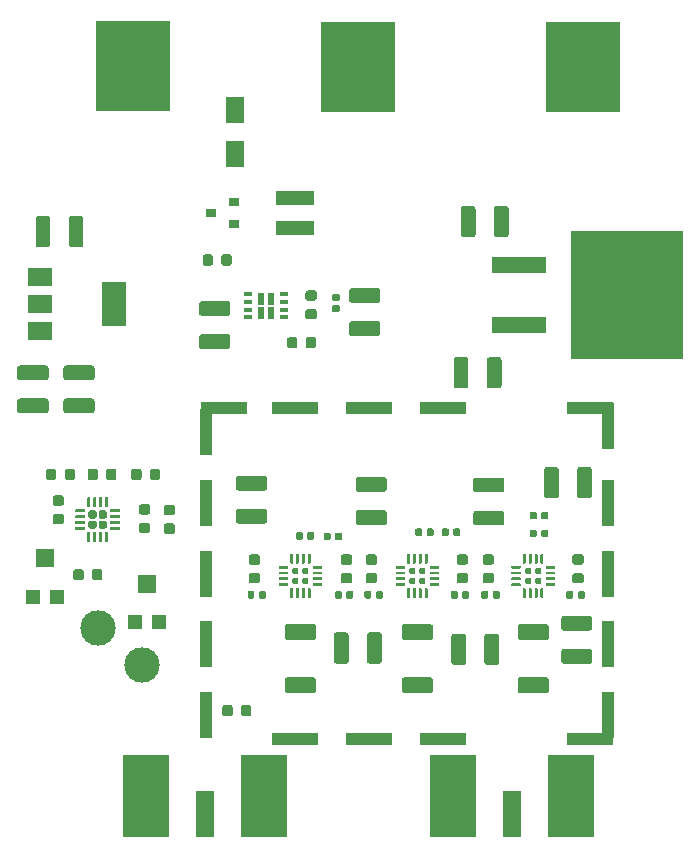
<source format=gtp>
G04 #@! TF.GenerationSoftware,KiCad,Pcbnew,(5.1.4)-1*
G04 #@! TF.CreationDate,2020-03-14T09:34:49+01:00*
G04 #@! TF.ProjectId,wave_gen_amp,77617665-5f67-4656-9e5f-616d702e6b69,rev?*
G04 #@! TF.SameCoordinates,Original*
G04 #@! TF.FileFunction,Paste,Top*
G04 #@! TF.FilePolarity,Positive*
%FSLAX46Y46*%
G04 Gerber Fmt 4.6, Leading zero omitted, Abs format (unit mm)*
G04 Created by KiCad (PCBNEW (5.1.4)-1) date 2020-03-14 09:34:49*
%MOMM*%
%LPD*%
G04 APERTURE LIST*
%ADD10R,1.000000X4.000000*%
%ADD11R,4.000000X1.000000*%
%ADD12C,3.000000*%
%ADD13C,0.100000*%
%ADD14C,0.250000*%
%ADD15C,0.690000*%
%ADD16C,0.875000*%
%ADD17R,0.900000X0.800000*%
%ADD18R,1.630000X2.180400*%
%ADD19R,2.000000X1.500000*%
%ADD20R,2.000000X3.800000*%
%ADD21R,3.200000X1.270000*%
%ADD22C,1.250000*%
%ADD23R,1.200000X1.200000*%
%ADD24R,1.600000X1.500000*%
%ADD25C,1.350000*%
%ADD26R,6.350000X7.620000*%
%ADD27C,0.500000*%
%ADD28R,0.600000X1.000000*%
%ADD29R,0.650000X0.350000*%
%ADD30R,4.600000X1.350000*%
%ADD31R,9.500000X10.900000*%
%ADD32C,0.590000*%
%ADD33R,4.000000X7.000000*%
%ADD34R,1.500000X4.000000*%
G04 APERTURE END LIST*
D10*
X187100000Y-97400000D03*
D11*
X185600000Y-117400000D03*
X173200000Y-117400000D03*
X154600000Y-89400000D03*
D10*
X153100000Y-109400000D03*
D11*
X160600000Y-89400000D03*
X166900000Y-89400000D03*
X173200000Y-89400000D03*
X185600000Y-89400000D03*
D10*
X187100000Y-90900000D03*
X187100000Y-103400000D03*
X187100000Y-109400000D03*
X187100000Y-115400000D03*
D11*
X166900000Y-117400000D03*
X160600000Y-117400000D03*
D10*
X153100000Y-115400000D03*
X153100000Y-103400000D03*
X153100000Y-97400000D03*
X153100000Y-91400000D03*
D12*
X144000000Y-108000000D03*
X147700000Y-111100000D03*
D13*
G36*
X144743626Y-99875301D02*
G01*
X144749693Y-99876201D01*
X144755643Y-99877691D01*
X144761418Y-99879758D01*
X144766962Y-99882380D01*
X144772223Y-99885533D01*
X144777150Y-99889187D01*
X144781694Y-99893306D01*
X144785813Y-99897850D01*
X144789467Y-99902777D01*
X144792620Y-99908038D01*
X144795242Y-99913582D01*
X144797309Y-99919357D01*
X144798799Y-99925307D01*
X144799699Y-99931374D01*
X144800000Y-99937500D01*
X144800000Y-100637500D01*
X144799699Y-100643626D01*
X144798799Y-100649693D01*
X144797309Y-100655643D01*
X144795242Y-100661418D01*
X144792620Y-100666962D01*
X144789467Y-100672223D01*
X144785813Y-100677150D01*
X144781694Y-100681694D01*
X144777150Y-100685813D01*
X144772223Y-100689467D01*
X144766962Y-100692620D01*
X144761418Y-100695242D01*
X144755643Y-100697309D01*
X144749693Y-100698799D01*
X144743626Y-100699699D01*
X144737500Y-100700000D01*
X144612500Y-100700000D01*
X144606374Y-100699699D01*
X144600307Y-100698799D01*
X144594357Y-100697309D01*
X144588582Y-100695242D01*
X144583038Y-100692620D01*
X144577777Y-100689467D01*
X144572850Y-100685813D01*
X144568306Y-100681694D01*
X144564187Y-100677150D01*
X144560533Y-100672223D01*
X144557380Y-100666962D01*
X144554758Y-100661418D01*
X144552691Y-100655643D01*
X144551201Y-100649693D01*
X144550301Y-100643626D01*
X144550000Y-100637500D01*
X144550000Y-99937500D01*
X144550301Y-99931374D01*
X144551201Y-99925307D01*
X144552691Y-99919357D01*
X144554758Y-99913582D01*
X144557380Y-99908038D01*
X144560533Y-99902777D01*
X144564187Y-99897850D01*
X144568306Y-99893306D01*
X144572850Y-99889187D01*
X144577777Y-99885533D01*
X144583038Y-99882380D01*
X144588582Y-99879758D01*
X144594357Y-99877691D01*
X144600307Y-99876201D01*
X144606374Y-99875301D01*
X144612500Y-99875000D01*
X144737500Y-99875000D01*
X144743626Y-99875301D01*
X144743626Y-99875301D01*
G37*
D14*
X144675000Y-100287500D03*
D13*
G36*
X144243626Y-99875301D02*
G01*
X144249693Y-99876201D01*
X144255643Y-99877691D01*
X144261418Y-99879758D01*
X144266962Y-99882380D01*
X144272223Y-99885533D01*
X144277150Y-99889187D01*
X144281694Y-99893306D01*
X144285813Y-99897850D01*
X144289467Y-99902777D01*
X144292620Y-99908038D01*
X144295242Y-99913582D01*
X144297309Y-99919357D01*
X144298799Y-99925307D01*
X144299699Y-99931374D01*
X144300000Y-99937500D01*
X144300000Y-100637500D01*
X144299699Y-100643626D01*
X144298799Y-100649693D01*
X144297309Y-100655643D01*
X144295242Y-100661418D01*
X144292620Y-100666962D01*
X144289467Y-100672223D01*
X144285813Y-100677150D01*
X144281694Y-100681694D01*
X144277150Y-100685813D01*
X144272223Y-100689467D01*
X144266962Y-100692620D01*
X144261418Y-100695242D01*
X144255643Y-100697309D01*
X144249693Y-100698799D01*
X144243626Y-100699699D01*
X144237500Y-100700000D01*
X144112500Y-100700000D01*
X144106374Y-100699699D01*
X144100307Y-100698799D01*
X144094357Y-100697309D01*
X144088582Y-100695242D01*
X144083038Y-100692620D01*
X144077777Y-100689467D01*
X144072850Y-100685813D01*
X144068306Y-100681694D01*
X144064187Y-100677150D01*
X144060533Y-100672223D01*
X144057380Y-100666962D01*
X144054758Y-100661418D01*
X144052691Y-100655643D01*
X144051201Y-100649693D01*
X144050301Y-100643626D01*
X144050000Y-100637500D01*
X144050000Y-99937500D01*
X144050301Y-99931374D01*
X144051201Y-99925307D01*
X144052691Y-99919357D01*
X144054758Y-99913582D01*
X144057380Y-99908038D01*
X144060533Y-99902777D01*
X144064187Y-99897850D01*
X144068306Y-99893306D01*
X144072850Y-99889187D01*
X144077777Y-99885533D01*
X144083038Y-99882380D01*
X144088582Y-99879758D01*
X144094357Y-99877691D01*
X144100307Y-99876201D01*
X144106374Y-99875301D01*
X144112500Y-99875000D01*
X144237500Y-99875000D01*
X144243626Y-99875301D01*
X144243626Y-99875301D01*
G37*
D14*
X144175000Y-100287500D03*
D13*
G36*
X143743626Y-99875301D02*
G01*
X143749693Y-99876201D01*
X143755643Y-99877691D01*
X143761418Y-99879758D01*
X143766962Y-99882380D01*
X143772223Y-99885533D01*
X143777150Y-99889187D01*
X143781694Y-99893306D01*
X143785813Y-99897850D01*
X143789467Y-99902777D01*
X143792620Y-99908038D01*
X143795242Y-99913582D01*
X143797309Y-99919357D01*
X143798799Y-99925307D01*
X143799699Y-99931374D01*
X143800000Y-99937500D01*
X143800000Y-100637500D01*
X143799699Y-100643626D01*
X143798799Y-100649693D01*
X143797309Y-100655643D01*
X143795242Y-100661418D01*
X143792620Y-100666962D01*
X143789467Y-100672223D01*
X143785813Y-100677150D01*
X143781694Y-100681694D01*
X143777150Y-100685813D01*
X143772223Y-100689467D01*
X143766962Y-100692620D01*
X143761418Y-100695242D01*
X143755643Y-100697309D01*
X143749693Y-100698799D01*
X143743626Y-100699699D01*
X143737500Y-100700000D01*
X143612500Y-100700000D01*
X143606374Y-100699699D01*
X143600307Y-100698799D01*
X143594357Y-100697309D01*
X143588582Y-100695242D01*
X143583038Y-100692620D01*
X143577777Y-100689467D01*
X143572850Y-100685813D01*
X143568306Y-100681694D01*
X143564187Y-100677150D01*
X143560533Y-100672223D01*
X143557380Y-100666962D01*
X143554758Y-100661418D01*
X143552691Y-100655643D01*
X143551201Y-100649693D01*
X143550301Y-100643626D01*
X143550000Y-100637500D01*
X143550000Y-99937500D01*
X143550301Y-99931374D01*
X143551201Y-99925307D01*
X143552691Y-99919357D01*
X143554758Y-99913582D01*
X143557380Y-99908038D01*
X143560533Y-99902777D01*
X143564187Y-99897850D01*
X143568306Y-99893306D01*
X143572850Y-99889187D01*
X143577777Y-99885533D01*
X143583038Y-99882380D01*
X143588582Y-99879758D01*
X143594357Y-99877691D01*
X143600307Y-99876201D01*
X143606374Y-99875301D01*
X143612500Y-99875000D01*
X143737500Y-99875000D01*
X143743626Y-99875301D01*
X143743626Y-99875301D01*
G37*
D14*
X143675000Y-100287500D03*
D13*
G36*
X143243626Y-99875301D02*
G01*
X143249693Y-99876201D01*
X143255643Y-99877691D01*
X143261418Y-99879758D01*
X143266962Y-99882380D01*
X143272223Y-99885533D01*
X143277150Y-99889187D01*
X143281694Y-99893306D01*
X143285813Y-99897850D01*
X143289467Y-99902777D01*
X143292620Y-99908038D01*
X143295242Y-99913582D01*
X143297309Y-99919357D01*
X143298799Y-99925307D01*
X143299699Y-99931374D01*
X143300000Y-99937500D01*
X143300000Y-100637500D01*
X143299699Y-100643626D01*
X143298799Y-100649693D01*
X143297309Y-100655643D01*
X143295242Y-100661418D01*
X143292620Y-100666962D01*
X143289467Y-100672223D01*
X143285813Y-100677150D01*
X143281694Y-100681694D01*
X143277150Y-100685813D01*
X143272223Y-100689467D01*
X143266962Y-100692620D01*
X143261418Y-100695242D01*
X143255643Y-100697309D01*
X143249693Y-100698799D01*
X143243626Y-100699699D01*
X143237500Y-100700000D01*
X143112500Y-100700000D01*
X143106374Y-100699699D01*
X143100307Y-100698799D01*
X143094357Y-100697309D01*
X143088582Y-100695242D01*
X143083038Y-100692620D01*
X143077777Y-100689467D01*
X143072850Y-100685813D01*
X143068306Y-100681694D01*
X143064187Y-100677150D01*
X143060533Y-100672223D01*
X143057380Y-100666962D01*
X143054758Y-100661418D01*
X143052691Y-100655643D01*
X143051201Y-100649693D01*
X143050301Y-100643626D01*
X143050000Y-100637500D01*
X143050000Y-99937500D01*
X143050301Y-99931374D01*
X143051201Y-99925307D01*
X143052691Y-99919357D01*
X143054758Y-99913582D01*
X143057380Y-99908038D01*
X143060533Y-99902777D01*
X143064187Y-99897850D01*
X143068306Y-99893306D01*
X143072850Y-99889187D01*
X143077777Y-99885533D01*
X143083038Y-99882380D01*
X143088582Y-99879758D01*
X143094357Y-99877691D01*
X143100307Y-99876201D01*
X143106374Y-99875301D01*
X143112500Y-99875000D01*
X143237500Y-99875000D01*
X143243626Y-99875301D01*
X143243626Y-99875301D01*
G37*
D14*
X143175000Y-100287500D03*
D13*
G36*
X142818626Y-99450301D02*
G01*
X142824693Y-99451201D01*
X142830643Y-99452691D01*
X142836418Y-99454758D01*
X142841962Y-99457380D01*
X142847223Y-99460533D01*
X142852150Y-99464187D01*
X142856694Y-99468306D01*
X142860813Y-99472850D01*
X142864467Y-99477777D01*
X142867620Y-99483038D01*
X142870242Y-99488582D01*
X142872309Y-99494357D01*
X142873799Y-99500307D01*
X142874699Y-99506374D01*
X142875000Y-99512500D01*
X142875000Y-99637500D01*
X142874699Y-99643626D01*
X142873799Y-99649693D01*
X142872309Y-99655643D01*
X142870242Y-99661418D01*
X142867620Y-99666962D01*
X142864467Y-99672223D01*
X142860813Y-99677150D01*
X142856694Y-99681694D01*
X142852150Y-99685813D01*
X142847223Y-99689467D01*
X142841962Y-99692620D01*
X142836418Y-99695242D01*
X142830643Y-99697309D01*
X142824693Y-99698799D01*
X142818626Y-99699699D01*
X142812500Y-99700000D01*
X142112500Y-99700000D01*
X142106374Y-99699699D01*
X142100307Y-99698799D01*
X142094357Y-99697309D01*
X142088582Y-99695242D01*
X142083038Y-99692620D01*
X142077777Y-99689467D01*
X142072850Y-99685813D01*
X142068306Y-99681694D01*
X142064187Y-99677150D01*
X142060533Y-99672223D01*
X142057380Y-99666962D01*
X142054758Y-99661418D01*
X142052691Y-99655643D01*
X142051201Y-99649693D01*
X142050301Y-99643626D01*
X142050000Y-99637500D01*
X142050000Y-99512500D01*
X142050301Y-99506374D01*
X142051201Y-99500307D01*
X142052691Y-99494357D01*
X142054758Y-99488582D01*
X142057380Y-99483038D01*
X142060533Y-99477777D01*
X142064187Y-99472850D01*
X142068306Y-99468306D01*
X142072850Y-99464187D01*
X142077777Y-99460533D01*
X142083038Y-99457380D01*
X142088582Y-99454758D01*
X142094357Y-99452691D01*
X142100307Y-99451201D01*
X142106374Y-99450301D01*
X142112500Y-99450000D01*
X142812500Y-99450000D01*
X142818626Y-99450301D01*
X142818626Y-99450301D01*
G37*
D14*
X142462500Y-99575000D03*
D13*
G36*
X142818626Y-98950301D02*
G01*
X142824693Y-98951201D01*
X142830643Y-98952691D01*
X142836418Y-98954758D01*
X142841962Y-98957380D01*
X142847223Y-98960533D01*
X142852150Y-98964187D01*
X142856694Y-98968306D01*
X142860813Y-98972850D01*
X142864467Y-98977777D01*
X142867620Y-98983038D01*
X142870242Y-98988582D01*
X142872309Y-98994357D01*
X142873799Y-99000307D01*
X142874699Y-99006374D01*
X142875000Y-99012500D01*
X142875000Y-99137500D01*
X142874699Y-99143626D01*
X142873799Y-99149693D01*
X142872309Y-99155643D01*
X142870242Y-99161418D01*
X142867620Y-99166962D01*
X142864467Y-99172223D01*
X142860813Y-99177150D01*
X142856694Y-99181694D01*
X142852150Y-99185813D01*
X142847223Y-99189467D01*
X142841962Y-99192620D01*
X142836418Y-99195242D01*
X142830643Y-99197309D01*
X142824693Y-99198799D01*
X142818626Y-99199699D01*
X142812500Y-99200000D01*
X142112500Y-99200000D01*
X142106374Y-99199699D01*
X142100307Y-99198799D01*
X142094357Y-99197309D01*
X142088582Y-99195242D01*
X142083038Y-99192620D01*
X142077777Y-99189467D01*
X142072850Y-99185813D01*
X142068306Y-99181694D01*
X142064187Y-99177150D01*
X142060533Y-99172223D01*
X142057380Y-99166962D01*
X142054758Y-99161418D01*
X142052691Y-99155643D01*
X142051201Y-99149693D01*
X142050301Y-99143626D01*
X142050000Y-99137500D01*
X142050000Y-99012500D01*
X142050301Y-99006374D01*
X142051201Y-99000307D01*
X142052691Y-98994357D01*
X142054758Y-98988582D01*
X142057380Y-98983038D01*
X142060533Y-98977777D01*
X142064187Y-98972850D01*
X142068306Y-98968306D01*
X142072850Y-98964187D01*
X142077777Y-98960533D01*
X142083038Y-98957380D01*
X142088582Y-98954758D01*
X142094357Y-98952691D01*
X142100307Y-98951201D01*
X142106374Y-98950301D01*
X142112500Y-98950000D01*
X142812500Y-98950000D01*
X142818626Y-98950301D01*
X142818626Y-98950301D01*
G37*
D14*
X142462500Y-99075000D03*
D13*
G36*
X142818626Y-98450301D02*
G01*
X142824693Y-98451201D01*
X142830643Y-98452691D01*
X142836418Y-98454758D01*
X142841962Y-98457380D01*
X142847223Y-98460533D01*
X142852150Y-98464187D01*
X142856694Y-98468306D01*
X142860813Y-98472850D01*
X142864467Y-98477777D01*
X142867620Y-98483038D01*
X142870242Y-98488582D01*
X142872309Y-98494357D01*
X142873799Y-98500307D01*
X142874699Y-98506374D01*
X142875000Y-98512500D01*
X142875000Y-98637500D01*
X142874699Y-98643626D01*
X142873799Y-98649693D01*
X142872309Y-98655643D01*
X142870242Y-98661418D01*
X142867620Y-98666962D01*
X142864467Y-98672223D01*
X142860813Y-98677150D01*
X142856694Y-98681694D01*
X142852150Y-98685813D01*
X142847223Y-98689467D01*
X142841962Y-98692620D01*
X142836418Y-98695242D01*
X142830643Y-98697309D01*
X142824693Y-98698799D01*
X142818626Y-98699699D01*
X142812500Y-98700000D01*
X142112500Y-98700000D01*
X142106374Y-98699699D01*
X142100307Y-98698799D01*
X142094357Y-98697309D01*
X142088582Y-98695242D01*
X142083038Y-98692620D01*
X142077777Y-98689467D01*
X142072850Y-98685813D01*
X142068306Y-98681694D01*
X142064187Y-98677150D01*
X142060533Y-98672223D01*
X142057380Y-98666962D01*
X142054758Y-98661418D01*
X142052691Y-98655643D01*
X142051201Y-98649693D01*
X142050301Y-98643626D01*
X142050000Y-98637500D01*
X142050000Y-98512500D01*
X142050301Y-98506374D01*
X142051201Y-98500307D01*
X142052691Y-98494357D01*
X142054758Y-98488582D01*
X142057380Y-98483038D01*
X142060533Y-98477777D01*
X142064187Y-98472850D01*
X142068306Y-98468306D01*
X142072850Y-98464187D01*
X142077777Y-98460533D01*
X142083038Y-98457380D01*
X142088582Y-98454758D01*
X142094357Y-98452691D01*
X142100307Y-98451201D01*
X142106374Y-98450301D01*
X142112500Y-98450000D01*
X142812500Y-98450000D01*
X142818626Y-98450301D01*
X142818626Y-98450301D01*
G37*
D14*
X142462500Y-98575000D03*
D13*
G36*
X142818626Y-97950301D02*
G01*
X142824693Y-97951201D01*
X142830643Y-97952691D01*
X142836418Y-97954758D01*
X142841962Y-97957380D01*
X142847223Y-97960533D01*
X142852150Y-97964187D01*
X142856694Y-97968306D01*
X142860813Y-97972850D01*
X142864467Y-97977777D01*
X142867620Y-97983038D01*
X142870242Y-97988582D01*
X142872309Y-97994357D01*
X142873799Y-98000307D01*
X142874699Y-98006374D01*
X142875000Y-98012500D01*
X142875000Y-98137500D01*
X142874699Y-98143626D01*
X142873799Y-98149693D01*
X142872309Y-98155643D01*
X142870242Y-98161418D01*
X142867620Y-98166962D01*
X142864467Y-98172223D01*
X142860813Y-98177150D01*
X142856694Y-98181694D01*
X142852150Y-98185813D01*
X142847223Y-98189467D01*
X142841962Y-98192620D01*
X142836418Y-98195242D01*
X142830643Y-98197309D01*
X142824693Y-98198799D01*
X142818626Y-98199699D01*
X142812500Y-98200000D01*
X142112500Y-98200000D01*
X142106374Y-98199699D01*
X142100307Y-98198799D01*
X142094357Y-98197309D01*
X142088582Y-98195242D01*
X142083038Y-98192620D01*
X142077777Y-98189467D01*
X142072850Y-98185813D01*
X142068306Y-98181694D01*
X142064187Y-98177150D01*
X142060533Y-98172223D01*
X142057380Y-98166962D01*
X142054758Y-98161418D01*
X142052691Y-98155643D01*
X142051201Y-98149693D01*
X142050301Y-98143626D01*
X142050000Y-98137500D01*
X142050000Y-98012500D01*
X142050301Y-98006374D01*
X142051201Y-98000307D01*
X142052691Y-97994357D01*
X142054758Y-97988582D01*
X142057380Y-97983038D01*
X142060533Y-97977777D01*
X142064187Y-97972850D01*
X142068306Y-97968306D01*
X142072850Y-97964187D01*
X142077777Y-97960533D01*
X142083038Y-97957380D01*
X142088582Y-97954758D01*
X142094357Y-97952691D01*
X142100307Y-97951201D01*
X142106374Y-97950301D01*
X142112500Y-97950000D01*
X142812500Y-97950000D01*
X142818626Y-97950301D01*
X142818626Y-97950301D01*
G37*
D14*
X142462500Y-98075000D03*
D13*
G36*
X143243626Y-96950301D02*
G01*
X143249693Y-96951201D01*
X143255643Y-96952691D01*
X143261418Y-96954758D01*
X143266962Y-96957380D01*
X143272223Y-96960533D01*
X143277150Y-96964187D01*
X143281694Y-96968306D01*
X143285813Y-96972850D01*
X143289467Y-96977777D01*
X143292620Y-96983038D01*
X143295242Y-96988582D01*
X143297309Y-96994357D01*
X143298799Y-97000307D01*
X143299699Y-97006374D01*
X143300000Y-97012500D01*
X143300000Y-97712500D01*
X143299699Y-97718626D01*
X143298799Y-97724693D01*
X143297309Y-97730643D01*
X143295242Y-97736418D01*
X143292620Y-97741962D01*
X143289467Y-97747223D01*
X143285813Y-97752150D01*
X143281694Y-97756694D01*
X143277150Y-97760813D01*
X143272223Y-97764467D01*
X143266962Y-97767620D01*
X143261418Y-97770242D01*
X143255643Y-97772309D01*
X143249693Y-97773799D01*
X143243626Y-97774699D01*
X143237500Y-97775000D01*
X143112500Y-97775000D01*
X143106374Y-97774699D01*
X143100307Y-97773799D01*
X143094357Y-97772309D01*
X143088582Y-97770242D01*
X143083038Y-97767620D01*
X143077777Y-97764467D01*
X143072850Y-97760813D01*
X143068306Y-97756694D01*
X143064187Y-97752150D01*
X143060533Y-97747223D01*
X143057380Y-97741962D01*
X143054758Y-97736418D01*
X143052691Y-97730643D01*
X143051201Y-97724693D01*
X143050301Y-97718626D01*
X143050000Y-97712500D01*
X143050000Y-97012500D01*
X143050301Y-97006374D01*
X143051201Y-97000307D01*
X143052691Y-96994357D01*
X143054758Y-96988582D01*
X143057380Y-96983038D01*
X143060533Y-96977777D01*
X143064187Y-96972850D01*
X143068306Y-96968306D01*
X143072850Y-96964187D01*
X143077777Y-96960533D01*
X143083038Y-96957380D01*
X143088582Y-96954758D01*
X143094357Y-96952691D01*
X143100307Y-96951201D01*
X143106374Y-96950301D01*
X143112500Y-96950000D01*
X143237500Y-96950000D01*
X143243626Y-96950301D01*
X143243626Y-96950301D01*
G37*
D14*
X143175000Y-97362500D03*
D13*
G36*
X143743626Y-96950301D02*
G01*
X143749693Y-96951201D01*
X143755643Y-96952691D01*
X143761418Y-96954758D01*
X143766962Y-96957380D01*
X143772223Y-96960533D01*
X143777150Y-96964187D01*
X143781694Y-96968306D01*
X143785813Y-96972850D01*
X143789467Y-96977777D01*
X143792620Y-96983038D01*
X143795242Y-96988582D01*
X143797309Y-96994357D01*
X143798799Y-97000307D01*
X143799699Y-97006374D01*
X143800000Y-97012500D01*
X143800000Y-97712500D01*
X143799699Y-97718626D01*
X143798799Y-97724693D01*
X143797309Y-97730643D01*
X143795242Y-97736418D01*
X143792620Y-97741962D01*
X143789467Y-97747223D01*
X143785813Y-97752150D01*
X143781694Y-97756694D01*
X143777150Y-97760813D01*
X143772223Y-97764467D01*
X143766962Y-97767620D01*
X143761418Y-97770242D01*
X143755643Y-97772309D01*
X143749693Y-97773799D01*
X143743626Y-97774699D01*
X143737500Y-97775000D01*
X143612500Y-97775000D01*
X143606374Y-97774699D01*
X143600307Y-97773799D01*
X143594357Y-97772309D01*
X143588582Y-97770242D01*
X143583038Y-97767620D01*
X143577777Y-97764467D01*
X143572850Y-97760813D01*
X143568306Y-97756694D01*
X143564187Y-97752150D01*
X143560533Y-97747223D01*
X143557380Y-97741962D01*
X143554758Y-97736418D01*
X143552691Y-97730643D01*
X143551201Y-97724693D01*
X143550301Y-97718626D01*
X143550000Y-97712500D01*
X143550000Y-97012500D01*
X143550301Y-97006374D01*
X143551201Y-97000307D01*
X143552691Y-96994357D01*
X143554758Y-96988582D01*
X143557380Y-96983038D01*
X143560533Y-96977777D01*
X143564187Y-96972850D01*
X143568306Y-96968306D01*
X143572850Y-96964187D01*
X143577777Y-96960533D01*
X143583038Y-96957380D01*
X143588582Y-96954758D01*
X143594357Y-96952691D01*
X143600307Y-96951201D01*
X143606374Y-96950301D01*
X143612500Y-96950000D01*
X143737500Y-96950000D01*
X143743626Y-96950301D01*
X143743626Y-96950301D01*
G37*
D14*
X143675000Y-97362500D03*
D13*
G36*
X144243626Y-96950301D02*
G01*
X144249693Y-96951201D01*
X144255643Y-96952691D01*
X144261418Y-96954758D01*
X144266962Y-96957380D01*
X144272223Y-96960533D01*
X144277150Y-96964187D01*
X144281694Y-96968306D01*
X144285813Y-96972850D01*
X144289467Y-96977777D01*
X144292620Y-96983038D01*
X144295242Y-96988582D01*
X144297309Y-96994357D01*
X144298799Y-97000307D01*
X144299699Y-97006374D01*
X144300000Y-97012500D01*
X144300000Y-97712500D01*
X144299699Y-97718626D01*
X144298799Y-97724693D01*
X144297309Y-97730643D01*
X144295242Y-97736418D01*
X144292620Y-97741962D01*
X144289467Y-97747223D01*
X144285813Y-97752150D01*
X144281694Y-97756694D01*
X144277150Y-97760813D01*
X144272223Y-97764467D01*
X144266962Y-97767620D01*
X144261418Y-97770242D01*
X144255643Y-97772309D01*
X144249693Y-97773799D01*
X144243626Y-97774699D01*
X144237500Y-97775000D01*
X144112500Y-97775000D01*
X144106374Y-97774699D01*
X144100307Y-97773799D01*
X144094357Y-97772309D01*
X144088582Y-97770242D01*
X144083038Y-97767620D01*
X144077777Y-97764467D01*
X144072850Y-97760813D01*
X144068306Y-97756694D01*
X144064187Y-97752150D01*
X144060533Y-97747223D01*
X144057380Y-97741962D01*
X144054758Y-97736418D01*
X144052691Y-97730643D01*
X144051201Y-97724693D01*
X144050301Y-97718626D01*
X144050000Y-97712500D01*
X144050000Y-97012500D01*
X144050301Y-97006374D01*
X144051201Y-97000307D01*
X144052691Y-96994357D01*
X144054758Y-96988582D01*
X144057380Y-96983038D01*
X144060533Y-96977777D01*
X144064187Y-96972850D01*
X144068306Y-96968306D01*
X144072850Y-96964187D01*
X144077777Y-96960533D01*
X144083038Y-96957380D01*
X144088582Y-96954758D01*
X144094357Y-96952691D01*
X144100307Y-96951201D01*
X144106374Y-96950301D01*
X144112500Y-96950000D01*
X144237500Y-96950000D01*
X144243626Y-96950301D01*
X144243626Y-96950301D01*
G37*
D14*
X144175000Y-97362500D03*
D13*
G36*
X144743626Y-96950301D02*
G01*
X144749693Y-96951201D01*
X144755643Y-96952691D01*
X144761418Y-96954758D01*
X144766962Y-96957380D01*
X144772223Y-96960533D01*
X144777150Y-96964187D01*
X144781694Y-96968306D01*
X144785813Y-96972850D01*
X144789467Y-96977777D01*
X144792620Y-96983038D01*
X144795242Y-96988582D01*
X144797309Y-96994357D01*
X144798799Y-97000307D01*
X144799699Y-97006374D01*
X144800000Y-97012500D01*
X144800000Y-97712500D01*
X144799699Y-97718626D01*
X144798799Y-97724693D01*
X144797309Y-97730643D01*
X144795242Y-97736418D01*
X144792620Y-97741962D01*
X144789467Y-97747223D01*
X144785813Y-97752150D01*
X144781694Y-97756694D01*
X144777150Y-97760813D01*
X144772223Y-97764467D01*
X144766962Y-97767620D01*
X144761418Y-97770242D01*
X144755643Y-97772309D01*
X144749693Y-97773799D01*
X144743626Y-97774699D01*
X144737500Y-97775000D01*
X144612500Y-97775000D01*
X144606374Y-97774699D01*
X144600307Y-97773799D01*
X144594357Y-97772309D01*
X144588582Y-97770242D01*
X144583038Y-97767620D01*
X144577777Y-97764467D01*
X144572850Y-97760813D01*
X144568306Y-97756694D01*
X144564187Y-97752150D01*
X144560533Y-97747223D01*
X144557380Y-97741962D01*
X144554758Y-97736418D01*
X144552691Y-97730643D01*
X144551201Y-97724693D01*
X144550301Y-97718626D01*
X144550000Y-97712500D01*
X144550000Y-97012500D01*
X144550301Y-97006374D01*
X144551201Y-97000307D01*
X144552691Y-96994357D01*
X144554758Y-96988582D01*
X144557380Y-96983038D01*
X144560533Y-96977777D01*
X144564187Y-96972850D01*
X144568306Y-96968306D01*
X144572850Y-96964187D01*
X144577777Y-96960533D01*
X144583038Y-96957380D01*
X144588582Y-96954758D01*
X144594357Y-96952691D01*
X144600307Y-96951201D01*
X144606374Y-96950301D01*
X144612500Y-96950000D01*
X144737500Y-96950000D01*
X144743626Y-96950301D01*
X144743626Y-96950301D01*
G37*
D14*
X144675000Y-97362500D03*
D13*
G36*
X145743626Y-97950301D02*
G01*
X145749693Y-97951201D01*
X145755643Y-97952691D01*
X145761418Y-97954758D01*
X145766962Y-97957380D01*
X145772223Y-97960533D01*
X145777150Y-97964187D01*
X145781694Y-97968306D01*
X145785813Y-97972850D01*
X145789467Y-97977777D01*
X145792620Y-97983038D01*
X145795242Y-97988582D01*
X145797309Y-97994357D01*
X145798799Y-98000307D01*
X145799699Y-98006374D01*
X145800000Y-98012500D01*
X145800000Y-98137500D01*
X145799699Y-98143626D01*
X145798799Y-98149693D01*
X145797309Y-98155643D01*
X145795242Y-98161418D01*
X145792620Y-98166962D01*
X145789467Y-98172223D01*
X145785813Y-98177150D01*
X145781694Y-98181694D01*
X145777150Y-98185813D01*
X145772223Y-98189467D01*
X145766962Y-98192620D01*
X145761418Y-98195242D01*
X145755643Y-98197309D01*
X145749693Y-98198799D01*
X145743626Y-98199699D01*
X145737500Y-98200000D01*
X145037500Y-98200000D01*
X145031374Y-98199699D01*
X145025307Y-98198799D01*
X145019357Y-98197309D01*
X145013582Y-98195242D01*
X145008038Y-98192620D01*
X145002777Y-98189467D01*
X144997850Y-98185813D01*
X144993306Y-98181694D01*
X144989187Y-98177150D01*
X144985533Y-98172223D01*
X144982380Y-98166962D01*
X144979758Y-98161418D01*
X144977691Y-98155643D01*
X144976201Y-98149693D01*
X144975301Y-98143626D01*
X144975000Y-98137500D01*
X144975000Y-98012500D01*
X144975301Y-98006374D01*
X144976201Y-98000307D01*
X144977691Y-97994357D01*
X144979758Y-97988582D01*
X144982380Y-97983038D01*
X144985533Y-97977777D01*
X144989187Y-97972850D01*
X144993306Y-97968306D01*
X144997850Y-97964187D01*
X145002777Y-97960533D01*
X145008038Y-97957380D01*
X145013582Y-97954758D01*
X145019357Y-97952691D01*
X145025307Y-97951201D01*
X145031374Y-97950301D01*
X145037500Y-97950000D01*
X145737500Y-97950000D01*
X145743626Y-97950301D01*
X145743626Y-97950301D01*
G37*
D14*
X145387500Y-98075000D03*
D13*
G36*
X145743626Y-98450301D02*
G01*
X145749693Y-98451201D01*
X145755643Y-98452691D01*
X145761418Y-98454758D01*
X145766962Y-98457380D01*
X145772223Y-98460533D01*
X145777150Y-98464187D01*
X145781694Y-98468306D01*
X145785813Y-98472850D01*
X145789467Y-98477777D01*
X145792620Y-98483038D01*
X145795242Y-98488582D01*
X145797309Y-98494357D01*
X145798799Y-98500307D01*
X145799699Y-98506374D01*
X145800000Y-98512500D01*
X145800000Y-98637500D01*
X145799699Y-98643626D01*
X145798799Y-98649693D01*
X145797309Y-98655643D01*
X145795242Y-98661418D01*
X145792620Y-98666962D01*
X145789467Y-98672223D01*
X145785813Y-98677150D01*
X145781694Y-98681694D01*
X145777150Y-98685813D01*
X145772223Y-98689467D01*
X145766962Y-98692620D01*
X145761418Y-98695242D01*
X145755643Y-98697309D01*
X145749693Y-98698799D01*
X145743626Y-98699699D01*
X145737500Y-98700000D01*
X145037500Y-98700000D01*
X145031374Y-98699699D01*
X145025307Y-98698799D01*
X145019357Y-98697309D01*
X145013582Y-98695242D01*
X145008038Y-98692620D01*
X145002777Y-98689467D01*
X144997850Y-98685813D01*
X144993306Y-98681694D01*
X144989187Y-98677150D01*
X144985533Y-98672223D01*
X144982380Y-98666962D01*
X144979758Y-98661418D01*
X144977691Y-98655643D01*
X144976201Y-98649693D01*
X144975301Y-98643626D01*
X144975000Y-98637500D01*
X144975000Y-98512500D01*
X144975301Y-98506374D01*
X144976201Y-98500307D01*
X144977691Y-98494357D01*
X144979758Y-98488582D01*
X144982380Y-98483038D01*
X144985533Y-98477777D01*
X144989187Y-98472850D01*
X144993306Y-98468306D01*
X144997850Y-98464187D01*
X145002777Y-98460533D01*
X145008038Y-98457380D01*
X145013582Y-98454758D01*
X145019357Y-98452691D01*
X145025307Y-98451201D01*
X145031374Y-98450301D01*
X145037500Y-98450000D01*
X145737500Y-98450000D01*
X145743626Y-98450301D01*
X145743626Y-98450301D01*
G37*
D14*
X145387500Y-98575000D03*
D13*
G36*
X145743626Y-98950301D02*
G01*
X145749693Y-98951201D01*
X145755643Y-98952691D01*
X145761418Y-98954758D01*
X145766962Y-98957380D01*
X145772223Y-98960533D01*
X145777150Y-98964187D01*
X145781694Y-98968306D01*
X145785813Y-98972850D01*
X145789467Y-98977777D01*
X145792620Y-98983038D01*
X145795242Y-98988582D01*
X145797309Y-98994357D01*
X145798799Y-99000307D01*
X145799699Y-99006374D01*
X145800000Y-99012500D01*
X145800000Y-99137500D01*
X145799699Y-99143626D01*
X145798799Y-99149693D01*
X145797309Y-99155643D01*
X145795242Y-99161418D01*
X145792620Y-99166962D01*
X145789467Y-99172223D01*
X145785813Y-99177150D01*
X145781694Y-99181694D01*
X145777150Y-99185813D01*
X145772223Y-99189467D01*
X145766962Y-99192620D01*
X145761418Y-99195242D01*
X145755643Y-99197309D01*
X145749693Y-99198799D01*
X145743626Y-99199699D01*
X145737500Y-99200000D01*
X145037500Y-99200000D01*
X145031374Y-99199699D01*
X145025307Y-99198799D01*
X145019357Y-99197309D01*
X145013582Y-99195242D01*
X145008038Y-99192620D01*
X145002777Y-99189467D01*
X144997850Y-99185813D01*
X144993306Y-99181694D01*
X144989187Y-99177150D01*
X144985533Y-99172223D01*
X144982380Y-99166962D01*
X144979758Y-99161418D01*
X144977691Y-99155643D01*
X144976201Y-99149693D01*
X144975301Y-99143626D01*
X144975000Y-99137500D01*
X144975000Y-99012500D01*
X144975301Y-99006374D01*
X144976201Y-99000307D01*
X144977691Y-98994357D01*
X144979758Y-98988582D01*
X144982380Y-98983038D01*
X144985533Y-98977777D01*
X144989187Y-98972850D01*
X144993306Y-98968306D01*
X144997850Y-98964187D01*
X145002777Y-98960533D01*
X145008038Y-98957380D01*
X145013582Y-98954758D01*
X145019357Y-98952691D01*
X145025307Y-98951201D01*
X145031374Y-98950301D01*
X145037500Y-98950000D01*
X145737500Y-98950000D01*
X145743626Y-98950301D01*
X145743626Y-98950301D01*
G37*
D14*
X145387500Y-99075000D03*
D13*
G36*
X145743626Y-99450301D02*
G01*
X145749693Y-99451201D01*
X145755643Y-99452691D01*
X145761418Y-99454758D01*
X145766962Y-99457380D01*
X145772223Y-99460533D01*
X145777150Y-99464187D01*
X145781694Y-99468306D01*
X145785813Y-99472850D01*
X145789467Y-99477777D01*
X145792620Y-99483038D01*
X145795242Y-99488582D01*
X145797309Y-99494357D01*
X145798799Y-99500307D01*
X145799699Y-99506374D01*
X145800000Y-99512500D01*
X145800000Y-99637500D01*
X145799699Y-99643626D01*
X145798799Y-99649693D01*
X145797309Y-99655643D01*
X145795242Y-99661418D01*
X145792620Y-99666962D01*
X145789467Y-99672223D01*
X145785813Y-99677150D01*
X145781694Y-99681694D01*
X145777150Y-99685813D01*
X145772223Y-99689467D01*
X145766962Y-99692620D01*
X145761418Y-99695242D01*
X145755643Y-99697309D01*
X145749693Y-99698799D01*
X145743626Y-99699699D01*
X145737500Y-99700000D01*
X145037500Y-99700000D01*
X145031374Y-99699699D01*
X145025307Y-99698799D01*
X145019357Y-99697309D01*
X145013582Y-99695242D01*
X145008038Y-99692620D01*
X145002777Y-99689467D01*
X144997850Y-99685813D01*
X144993306Y-99681694D01*
X144989187Y-99677150D01*
X144985533Y-99672223D01*
X144982380Y-99666962D01*
X144979758Y-99661418D01*
X144977691Y-99655643D01*
X144976201Y-99649693D01*
X144975301Y-99643626D01*
X144975000Y-99637500D01*
X144975000Y-99512500D01*
X144975301Y-99506374D01*
X144976201Y-99500307D01*
X144977691Y-99494357D01*
X144979758Y-99488582D01*
X144982380Y-99483038D01*
X144985533Y-99477777D01*
X144989187Y-99472850D01*
X144993306Y-99468306D01*
X144997850Y-99464187D01*
X145002777Y-99460533D01*
X145008038Y-99457380D01*
X145013582Y-99454758D01*
X145019357Y-99452691D01*
X145025307Y-99451201D01*
X145031374Y-99450301D01*
X145037500Y-99450000D01*
X145737500Y-99450000D01*
X145743626Y-99450301D01*
X145743626Y-99450301D01*
G37*
D14*
X145387500Y-99575000D03*
D13*
G36*
X143689408Y-98055831D02*
G01*
X143706153Y-98058315D01*
X143722574Y-98062428D01*
X143738513Y-98068131D01*
X143753816Y-98075369D01*
X143768336Y-98084071D01*
X143781933Y-98094156D01*
X143794476Y-98105524D01*
X143805844Y-98118067D01*
X143815929Y-98131664D01*
X143824631Y-98146184D01*
X143831869Y-98161487D01*
X143837572Y-98177426D01*
X143841685Y-98193847D01*
X143844169Y-98210592D01*
X143845000Y-98227500D01*
X143845000Y-98572500D01*
X143844169Y-98589408D01*
X143841685Y-98606153D01*
X143837572Y-98622574D01*
X143831869Y-98638513D01*
X143824631Y-98653816D01*
X143815929Y-98668336D01*
X143805844Y-98681933D01*
X143794476Y-98694476D01*
X143781933Y-98705844D01*
X143768336Y-98715929D01*
X143753816Y-98724631D01*
X143738513Y-98731869D01*
X143722574Y-98737572D01*
X143706153Y-98741685D01*
X143689408Y-98744169D01*
X143672500Y-98745000D01*
X143327500Y-98745000D01*
X143310592Y-98744169D01*
X143293847Y-98741685D01*
X143277426Y-98737572D01*
X143261487Y-98731869D01*
X143246184Y-98724631D01*
X143231664Y-98715929D01*
X143218067Y-98705844D01*
X143205524Y-98694476D01*
X143194156Y-98681933D01*
X143184071Y-98668336D01*
X143175369Y-98653816D01*
X143168131Y-98638513D01*
X143162428Y-98622574D01*
X143158315Y-98606153D01*
X143155831Y-98589408D01*
X143155000Y-98572500D01*
X143155000Y-98227500D01*
X143155831Y-98210592D01*
X143158315Y-98193847D01*
X143162428Y-98177426D01*
X143168131Y-98161487D01*
X143175369Y-98146184D01*
X143184071Y-98131664D01*
X143194156Y-98118067D01*
X143205524Y-98105524D01*
X143218067Y-98094156D01*
X143231664Y-98084071D01*
X143246184Y-98075369D01*
X143261487Y-98068131D01*
X143277426Y-98062428D01*
X143293847Y-98058315D01*
X143310592Y-98055831D01*
X143327500Y-98055000D01*
X143672500Y-98055000D01*
X143689408Y-98055831D01*
X143689408Y-98055831D01*
G37*
D15*
X143500000Y-98400000D03*
D13*
G36*
X143689408Y-98905831D02*
G01*
X143706153Y-98908315D01*
X143722574Y-98912428D01*
X143738513Y-98918131D01*
X143753816Y-98925369D01*
X143768336Y-98934071D01*
X143781933Y-98944156D01*
X143794476Y-98955524D01*
X143805844Y-98968067D01*
X143815929Y-98981664D01*
X143824631Y-98996184D01*
X143831869Y-99011487D01*
X143837572Y-99027426D01*
X143841685Y-99043847D01*
X143844169Y-99060592D01*
X143845000Y-99077500D01*
X143845000Y-99422500D01*
X143844169Y-99439408D01*
X143841685Y-99456153D01*
X143837572Y-99472574D01*
X143831869Y-99488513D01*
X143824631Y-99503816D01*
X143815929Y-99518336D01*
X143805844Y-99531933D01*
X143794476Y-99544476D01*
X143781933Y-99555844D01*
X143768336Y-99565929D01*
X143753816Y-99574631D01*
X143738513Y-99581869D01*
X143722574Y-99587572D01*
X143706153Y-99591685D01*
X143689408Y-99594169D01*
X143672500Y-99595000D01*
X143327500Y-99595000D01*
X143310592Y-99594169D01*
X143293847Y-99591685D01*
X143277426Y-99587572D01*
X143261487Y-99581869D01*
X143246184Y-99574631D01*
X143231664Y-99565929D01*
X143218067Y-99555844D01*
X143205524Y-99544476D01*
X143194156Y-99531933D01*
X143184071Y-99518336D01*
X143175369Y-99503816D01*
X143168131Y-99488513D01*
X143162428Y-99472574D01*
X143158315Y-99456153D01*
X143155831Y-99439408D01*
X143155000Y-99422500D01*
X143155000Y-99077500D01*
X143155831Y-99060592D01*
X143158315Y-99043847D01*
X143162428Y-99027426D01*
X143168131Y-99011487D01*
X143175369Y-98996184D01*
X143184071Y-98981664D01*
X143194156Y-98968067D01*
X143205524Y-98955524D01*
X143218067Y-98944156D01*
X143231664Y-98934071D01*
X143246184Y-98925369D01*
X143261487Y-98918131D01*
X143277426Y-98912428D01*
X143293847Y-98908315D01*
X143310592Y-98905831D01*
X143327500Y-98905000D01*
X143672500Y-98905000D01*
X143689408Y-98905831D01*
X143689408Y-98905831D01*
G37*
D15*
X143500000Y-99250000D03*
D13*
G36*
X144539408Y-98055831D02*
G01*
X144556153Y-98058315D01*
X144572574Y-98062428D01*
X144588513Y-98068131D01*
X144603816Y-98075369D01*
X144618336Y-98084071D01*
X144631933Y-98094156D01*
X144644476Y-98105524D01*
X144655844Y-98118067D01*
X144665929Y-98131664D01*
X144674631Y-98146184D01*
X144681869Y-98161487D01*
X144687572Y-98177426D01*
X144691685Y-98193847D01*
X144694169Y-98210592D01*
X144695000Y-98227500D01*
X144695000Y-98572500D01*
X144694169Y-98589408D01*
X144691685Y-98606153D01*
X144687572Y-98622574D01*
X144681869Y-98638513D01*
X144674631Y-98653816D01*
X144665929Y-98668336D01*
X144655844Y-98681933D01*
X144644476Y-98694476D01*
X144631933Y-98705844D01*
X144618336Y-98715929D01*
X144603816Y-98724631D01*
X144588513Y-98731869D01*
X144572574Y-98737572D01*
X144556153Y-98741685D01*
X144539408Y-98744169D01*
X144522500Y-98745000D01*
X144177500Y-98745000D01*
X144160592Y-98744169D01*
X144143847Y-98741685D01*
X144127426Y-98737572D01*
X144111487Y-98731869D01*
X144096184Y-98724631D01*
X144081664Y-98715929D01*
X144068067Y-98705844D01*
X144055524Y-98694476D01*
X144044156Y-98681933D01*
X144034071Y-98668336D01*
X144025369Y-98653816D01*
X144018131Y-98638513D01*
X144012428Y-98622574D01*
X144008315Y-98606153D01*
X144005831Y-98589408D01*
X144005000Y-98572500D01*
X144005000Y-98227500D01*
X144005831Y-98210592D01*
X144008315Y-98193847D01*
X144012428Y-98177426D01*
X144018131Y-98161487D01*
X144025369Y-98146184D01*
X144034071Y-98131664D01*
X144044156Y-98118067D01*
X144055524Y-98105524D01*
X144068067Y-98094156D01*
X144081664Y-98084071D01*
X144096184Y-98075369D01*
X144111487Y-98068131D01*
X144127426Y-98062428D01*
X144143847Y-98058315D01*
X144160592Y-98055831D01*
X144177500Y-98055000D01*
X144522500Y-98055000D01*
X144539408Y-98055831D01*
X144539408Y-98055831D01*
G37*
D15*
X144350000Y-98400000D03*
D13*
G36*
X144539408Y-98905831D02*
G01*
X144556153Y-98908315D01*
X144572574Y-98912428D01*
X144588513Y-98918131D01*
X144603816Y-98925369D01*
X144618336Y-98934071D01*
X144631933Y-98944156D01*
X144644476Y-98955524D01*
X144655844Y-98968067D01*
X144665929Y-98981664D01*
X144674631Y-98996184D01*
X144681869Y-99011487D01*
X144687572Y-99027426D01*
X144691685Y-99043847D01*
X144694169Y-99060592D01*
X144695000Y-99077500D01*
X144695000Y-99422500D01*
X144694169Y-99439408D01*
X144691685Y-99456153D01*
X144687572Y-99472574D01*
X144681869Y-99488513D01*
X144674631Y-99503816D01*
X144665929Y-99518336D01*
X144655844Y-99531933D01*
X144644476Y-99544476D01*
X144631933Y-99555844D01*
X144618336Y-99565929D01*
X144603816Y-99574631D01*
X144588513Y-99581869D01*
X144572574Y-99587572D01*
X144556153Y-99591685D01*
X144539408Y-99594169D01*
X144522500Y-99595000D01*
X144177500Y-99595000D01*
X144160592Y-99594169D01*
X144143847Y-99591685D01*
X144127426Y-99587572D01*
X144111487Y-99581869D01*
X144096184Y-99574631D01*
X144081664Y-99565929D01*
X144068067Y-99555844D01*
X144055524Y-99544476D01*
X144044156Y-99531933D01*
X144034071Y-99518336D01*
X144025369Y-99503816D01*
X144018131Y-99488513D01*
X144012428Y-99472574D01*
X144008315Y-99456153D01*
X144005831Y-99439408D01*
X144005000Y-99422500D01*
X144005000Y-99077500D01*
X144005831Y-99060592D01*
X144008315Y-99043847D01*
X144012428Y-99027426D01*
X144018131Y-99011487D01*
X144025369Y-98996184D01*
X144034071Y-98981664D01*
X144044156Y-98968067D01*
X144055524Y-98955524D01*
X144068067Y-98944156D01*
X144081664Y-98934071D01*
X144096184Y-98925369D01*
X144111487Y-98918131D01*
X144127426Y-98912428D01*
X144143847Y-98908315D01*
X144160592Y-98905831D01*
X144177500Y-98905000D01*
X144522500Y-98905000D01*
X144539408Y-98905831D01*
X144539408Y-98905831D01*
G37*
D15*
X144350000Y-99250000D03*
D13*
G36*
X149027691Y-94526053D02*
G01*
X149048926Y-94529203D01*
X149069750Y-94534419D01*
X149089962Y-94541651D01*
X149109368Y-94550830D01*
X149127781Y-94561866D01*
X149145024Y-94574654D01*
X149160930Y-94589070D01*
X149175346Y-94604976D01*
X149188134Y-94622219D01*
X149199170Y-94640632D01*
X149208349Y-94660038D01*
X149215581Y-94680250D01*
X149220797Y-94701074D01*
X149223947Y-94722309D01*
X149225000Y-94743750D01*
X149225000Y-95256250D01*
X149223947Y-95277691D01*
X149220797Y-95298926D01*
X149215581Y-95319750D01*
X149208349Y-95339962D01*
X149199170Y-95359368D01*
X149188134Y-95377781D01*
X149175346Y-95395024D01*
X149160930Y-95410930D01*
X149145024Y-95425346D01*
X149127781Y-95438134D01*
X149109368Y-95449170D01*
X149089962Y-95458349D01*
X149069750Y-95465581D01*
X149048926Y-95470797D01*
X149027691Y-95473947D01*
X149006250Y-95475000D01*
X148568750Y-95475000D01*
X148547309Y-95473947D01*
X148526074Y-95470797D01*
X148505250Y-95465581D01*
X148485038Y-95458349D01*
X148465632Y-95449170D01*
X148447219Y-95438134D01*
X148429976Y-95425346D01*
X148414070Y-95410930D01*
X148399654Y-95395024D01*
X148386866Y-95377781D01*
X148375830Y-95359368D01*
X148366651Y-95339962D01*
X148359419Y-95319750D01*
X148354203Y-95298926D01*
X148351053Y-95277691D01*
X148350000Y-95256250D01*
X148350000Y-94743750D01*
X148351053Y-94722309D01*
X148354203Y-94701074D01*
X148359419Y-94680250D01*
X148366651Y-94660038D01*
X148375830Y-94640632D01*
X148386866Y-94622219D01*
X148399654Y-94604976D01*
X148414070Y-94589070D01*
X148429976Y-94574654D01*
X148447219Y-94561866D01*
X148465632Y-94550830D01*
X148485038Y-94541651D01*
X148505250Y-94534419D01*
X148526074Y-94529203D01*
X148547309Y-94526053D01*
X148568750Y-94525000D01*
X149006250Y-94525000D01*
X149027691Y-94526053D01*
X149027691Y-94526053D01*
G37*
D16*
X148787500Y-95000000D03*
D13*
G36*
X147452691Y-94526053D02*
G01*
X147473926Y-94529203D01*
X147494750Y-94534419D01*
X147514962Y-94541651D01*
X147534368Y-94550830D01*
X147552781Y-94561866D01*
X147570024Y-94574654D01*
X147585930Y-94589070D01*
X147600346Y-94604976D01*
X147613134Y-94622219D01*
X147624170Y-94640632D01*
X147633349Y-94660038D01*
X147640581Y-94680250D01*
X147645797Y-94701074D01*
X147648947Y-94722309D01*
X147650000Y-94743750D01*
X147650000Y-95256250D01*
X147648947Y-95277691D01*
X147645797Y-95298926D01*
X147640581Y-95319750D01*
X147633349Y-95339962D01*
X147624170Y-95359368D01*
X147613134Y-95377781D01*
X147600346Y-95395024D01*
X147585930Y-95410930D01*
X147570024Y-95425346D01*
X147552781Y-95438134D01*
X147534368Y-95449170D01*
X147514962Y-95458349D01*
X147494750Y-95465581D01*
X147473926Y-95470797D01*
X147452691Y-95473947D01*
X147431250Y-95475000D01*
X146993750Y-95475000D01*
X146972309Y-95473947D01*
X146951074Y-95470797D01*
X146930250Y-95465581D01*
X146910038Y-95458349D01*
X146890632Y-95449170D01*
X146872219Y-95438134D01*
X146854976Y-95425346D01*
X146839070Y-95410930D01*
X146824654Y-95395024D01*
X146811866Y-95377781D01*
X146800830Y-95359368D01*
X146791651Y-95339962D01*
X146784419Y-95319750D01*
X146779203Y-95298926D01*
X146776053Y-95277691D01*
X146775000Y-95256250D01*
X146775000Y-94743750D01*
X146776053Y-94722309D01*
X146779203Y-94701074D01*
X146784419Y-94680250D01*
X146791651Y-94660038D01*
X146800830Y-94640632D01*
X146811866Y-94622219D01*
X146824654Y-94604976D01*
X146839070Y-94589070D01*
X146854976Y-94574654D01*
X146872219Y-94561866D01*
X146890632Y-94550830D01*
X146910038Y-94541651D01*
X146930250Y-94534419D01*
X146951074Y-94529203D01*
X146972309Y-94526053D01*
X146993750Y-94525000D01*
X147431250Y-94525000D01*
X147452691Y-94526053D01*
X147452691Y-94526053D01*
G37*
D16*
X147212500Y-95000000D03*
D13*
G36*
X153502691Y-76376053D02*
G01*
X153523926Y-76379203D01*
X153544750Y-76384419D01*
X153564962Y-76391651D01*
X153584368Y-76400830D01*
X153602781Y-76411866D01*
X153620024Y-76424654D01*
X153635930Y-76439070D01*
X153650346Y-76454976D01*
X153663134Y-76472219D01*
X153674170Y-76490632D01*
X153683349Y-76510038D01*
X153690581Y-76530250D01*
X153695797Y-76551074D01*
X153698947Y-76572309D01*
X153700000Y-76593750D01*
X153700000Y-77106250D01*
X153698947Y-77127691D01*
X153695797Y-77148926D01*
X153690581Y-77169750D01*
X153683349Y-77189962D01*
X153674170Y-77209368D01*
X153663134Y-77227781D01*
X153650346Y-77245024D01*
X153635930Y-77260930D01*
X153620024Y-77275346D01*
X153602781Y-77288134D01*
X153584368Y-77299170D01*
X153564962Y-77308349D01*
X153544750Y-77315581D01*
X153523926Y-77320797D01*
X153502691Y-77323947D01*
X153481250Y-77325000D01*
X153043750Y-77325000D01*
X153022309Y-77323947D01*
X153001074Y-77320797D01*
X152980250Y-77315581D01*
X152960038Y-77308349D01*
X152940632Y-77299170D01*
X152922219Y-77288134D01*
X152904976Y-77275346D01*
X152889070Y-77260930D01*
X152874654Y-77245024D01*
X152861866Y-77227781D01*
X152850830Y-77209368D01*
X152841651Y-77189962D01*
X152834419Y-77169750D01*
X152829203Y-77148926D01*
X152826053Y-77127691D01*
X152825000Y-77106250D01*
X152825000Y-76593750D01*
X152826053Y-76572309D01*
X152829203Y-76551074D01*
X152834419Y-76530250D01*
X152841651Y-76510038D01*
X152850830Y-76490632D01*
X152861866Y-76472219D01*
X152874654Y-76454976D01*
X152889070Y-76439070D01*
X152904976Y-76424654D01*
X152922219Y-76411866D01*
X152940632Y-76400830D01*
X152960038Y-76391651D01*
X152980250Y-76384419D01*
X153001074Y-76379203D01*
X153022309Y-76376053D01*
X153043750Y-76375000D01*
X153481250Y-76375000D01*
X153502691Y-76376053D01*
X153502691Y-76376053D01*
G37*
D16*
X153262500Y-76850000D03*
D13*
G36*
X155077691Y-76376053D02*
G01*
X155098926Y-76379203D01*
X155119750Y-76384419D01*
X155139962Y-76391651D01*
X155159368Y-76400830D01*
X155177781Y-76411866D01*
X155195024Y-76424654D01*
X155210930Y-76439070D01*
X155225346Y-76454976D01*
X155238134Y-76472219D01*
X155249170Y-76490632D01*
X155258349Y-76510038D01*
X155265581Y-76530250D01*
X155270797Y-76551074D01*
X155273947Y-76572309D01*
X155275000Y-76593750D01*
X155275000Y-77106250D01*
X155273947Y-77127691D01*
X155270797Y-77148926D01*
X155265581Y-77169750D01*
X155258349Y-77189962D01*
X155249170Y-77209368D01*
X155238134Y-77227781D01*
X155225346Y-77245024D01*
X155210930Y-77260930D01*
X155195024Y-77275346D01*
X155177781Y-77288134D01*
X155159368Y-77299170D01*
X155139962Y-77308349D01*
X155119750Y-77315581D01*
X155098926Y-77320797D01*
X155077691Y-77323947D01*
X155056250Y-77325000D01*
X154618750Y-77325000D01*
X154597309Y-77323947D01*
X154576074Y-77320797D01*
X154555250Y-77315581D01*
X154535038Y-77308349D01*
X154515632Y-77299170D01*
X154497219Y-77288134D01*
X154479976Y-77275346D01*
X154464070Y-77260930D01*
X154449654Y-77245024D01*
X154436866Y-77227781D01*
X154425830Y-77209368D01*
X154416651Y-77189962D01*
X154409419Y-77169750D01*
X154404203Y-77148926D01*
X154401053Y-77127691D01*
X154400000Y-77106250D01*
X154400000Y-76593750D01*
X154401053Y-76572309D01*
X154404203Y-76551074D01*
X154409419Y-76530250D01*
X154416651Y-76510038D01*
X154425830Y-76490632D01*
X154436866Y-76472219D01*
X154449654Y-76454976D01*
X154464070Y-76439070D01*
X154479976Y-76424654D01*
X154497219Y-76411866D01*
X154515632Y-76400830D01*
X154535038Y-76391651D01*
X154555250Y-76384419D01*
X154576074Y-76379203D01*
X154597309Y-76376053D01*
X154618750Y-76375000D01*
X155056250Y-76375000D01*
X155077691Y-76376053D01*
X155077691Y-76376053D01*
G37*
D16*
X154837500Y-76850000D03*
D17*
X153500000Y-72850000D03*
X155500000Y-71900000D03*
X155500000Y-73800000D03*
D18*
X155550000Y-64142800D03*
X155550000Y-67857200D03*
D19*
X139050000Y-78250000D03*
X139050000Y-82850000D03*
X139050000Y-80550000D03*
D20*
X145350000Y-80550000D03*
D21*
X160640000Y-71630000D03*
X160640000Y-74170000D03*
D13*
G36*
X142499504Y-73126204D02*
G01*
X142523773Y-73129804D01*
X142547571Y-73135765D01*
X142570671Y-73144030D01*
X142592849Y-73154520D01*
X142613893Y-73167133D01*
X142633598Y-73181747D01*
X142651777Y-73198223D01*
X142668253Y-73216402D01*
X142682867Y-73236107D01*
X142695480Y-73257151D01*
X142705970Y-73279329D01*
X142714235Y-73302429D01*
X142720196Y-73326227D01*
X142723796Y-73350496D01*
X142725000Y-73375000D01*
X142725000Y-75525000D01*
X142723796Y-75549504D01*
X142720196Y-75573773D01*
X142714235Y-75597571D01*
X142705970Y-75620671D01*
X142695480Y-75642849D01*
X142682867Y-75663893D01*
X142668253Y-75683598D01*
X142651777Y-75701777D01*
X142633598Y-75718253D01*
X142613893Y-75732867D01*
X142592849Y-75745480D01*
X142570671Y-75755970D01*
X142547571Y-75764235D01*
X142523773Y-75770196D01*
X142499504Y-75773796D01*
X142475000Y-75775000D01*
X141725000Y-75775000D01*
X141700496Y-75773796D01*
X141676227Y-75770196D01*
X141652429Y-75764235D01*
X141629329Y-75755970D01*
X141607151Y-75745480D01*
X141586107Y-75732867D01*
X141566402Y-75718253D01*
X141548223Y-75701777D01*
X141531747Y-75683598D01*
X141517133Y-75663893D01*
X141504520Y-75642849D01*
X141494030Y-75620671D01*
X141485765Y-75597571D01*
X141479804Y-75573773D01*
X141476204Y-75549504D01*
X141475000Y-75525000D01*
X141475000Y-73375000D01*
X141476204Y-73350496D01*
X141479804Y-73326227D01*
X141485765Y-73302429D01*
X141494030Y-73279329D01*
X141504520Y-73257151D01*
X141517133Y-73236107D01*
X141531747Y-73216402D01*
X141548223Y-73198223D01*
X141566402Y-73181747D01*
X141586107Y-73167133D01*
X141607151Y-73154520D01*
X141629329Y-73144030D01*
X141652429Y-73135765D01*
X141676227Y-73129804D01*
X141700496Y-73126204D01*
X141725000Y-73125000D01*
X142475000Y-73125000D01*
X142499504Y-73126204D01*
X142499504Y-73126204D01*
G37*
D22*
X142100000Y-74450000D03*
D13*
G36*
X139699504Y-73126204D02*
G01*
X139723773Y-73129804D01*
X139747571Y-73135765D01*
X139770671Y-73144030D01*
X139792849Y-73154520D01*
X139813893Y-73167133D01*
X139833598Y-73181747D01*
X139851777Y-73198223D01*
X139868253Y-73216402D01*
X139882867Y-73236107D01*
X139895480Y-73257151D01*
X139905970Y-73279329D01*
X139914235Y-73302429D01*
X139920196Y-73326227D01*
X139923796Y-73350496D01*
X139925000Y-73375000D01*
X139925000Y-75525000D01*
X139923796Y-75549504D01*
X139920196Y-75573773D01*
X139914235Y-75597571D01*
X139905970Y-75620671D01*
X139895480Y-75642849D01*
X139882867Y-75663893D01*
X139868253Y-75683598D01*
X139851777Y-75701777D01*
X139833598Y-75718253D01*
X139813893Y-75732867D01*
X139792849Y-75745480D01*
X139770671Y-75755970D01*
X139747571Y-75764235D01*
X139723773Y-75770196D01*
X139699504Y-75773796D01*
X139675000Y-75775000D01*
X138925000Y-75775000D01*
X138900496Y-75773796D01*
X138876227Y-75770196D01*
X138852429Y-75764235D01*
X138829329Y-75755970D01*
X138807151Y-75745480D01*
X138786107Y-75732867D01*
X138766402Y-75718253D01*
X138748223Y-75701777D01*
X138731747Y-75683598D01*
X138717133Y-75663893D01*
X138704520Y-75642849D01*
X138694030Y-75620671D01*
X138685765Y-75597571D01*
X138679804Y-75573773D01*
X138676204Y-75549504D01*
X138675000Y-75525000D01*
X138675000Y-73375000D01*
X138676204Y-73350496D01*
X138679804Y-73326227D01*
X138685765Y-73302429D01*
X138694030Y-73279329D01*
X138704520Y-73257151D01*
X138717133Y-73236107D01*
X138731747Y-73216402D01*
X138748223Y-73198223D01*
X138766402Y-73181747D01*
X138786107Y-73167133D01*
X138807151Y-73154520D01*
X138829329Y-73144030D01*
X138852429Y-73135765D01*
X138876227Y-73129804D01*
X138900496Y-73126204D01*
X138925000Y-73125000D01*
X139675000Y-73125000D01*
X139699504Y-73126204D01*
X139699504Y-73126204D01*
G37*
D22*
X139300000Y-74450000D03*
D13*
G36*
X143449504Y-88576204D02*
G01*
X143473773Y-88579804D01*
X143497571Y-88585765D01*
X143520671Y-88594030D01*
X143542849Y-88604520D01*
X143563893Y-88617133D01*
X143583598Y-88631747D01*
X143601777Y-88648223D01*
X143618253Y-88666402D01*
X143632867Y-88686107D01*
X143645480Y-88707151D01*
X143655970Y-88729329D01*
X143664235Y-88752429D01*
X143670196Y-88776227D01*
X143673796Y-88800496D01*
X143675000Y-88825000D01*
X143675000Y-89575000D01*
X143673796Y-89599504D01*
X143670196Y-89623773D01*
X143664235Y-89647571D01*
X143655970Y-89670671D01*
X143645480Y-89692849D01*
X143632867Y-89713893D01*
X143618253Y-89733598D01*
X143601777Y-89751777D01*
X143583598Y-89768253D01*
X143563893Y-89782867D01*
X143542849Y-89795480D01*
X143520671Y-89805970D01*
X143497571Y-89814235D01*
X143473773Y-89820196D01*
X143449504Y-89823796D01*
X143425000Y-89825000D01*
X141275000Y-89825000D01*
X141250496Y-89823796D01*
X141226227Y-89820196D01*
X141202429Y-89814235D01*
X141179329Y-89805970D01*
X141157151Y-89795480D01*
X141136107Y-89782867D01*
X141116402Y-89768253D01*
X141098223Y-89751777D01*
X141081747Y-89733598D01*
X141067133Y-89713893D01*
X141054520Y-89692849D01*
X141044030Y-89670671D01*
X141035765Y-89647571D01*
X141029804Y-89623773D01*
X141026204Y-89599504D01*
X141025000Y-89575000D01*
X141025000Y-88825000D01*
X141026204Y-88800496D01*
X141029804Y-88776227D01*
X141035765Y-88752429D01*
X141044030Y-88729329D01*
X141054520Y-88707151D01*
X141067133Y-88686107D01*
X141081747Y-88666402D01*
X141098223Y-88648223D01*
X141116402Y-88631747D01*
X141136107Y-88617133D01*
X141157151Y-88604520D01*
X141179329Y-88594030D01*
X141202429Y-88585765D01*
X141226227Y-88579804D01*
X141250496Y-88576204D01*
X141275000Y-88575000D01*
X143425000Y-88575000D01*
X143449504Y-88576204D01*
X143449504Y-88576204D01*
G37*
D22*
X142350000Y-89200000D03*
D13*
G36*
X143449504Y-85776204D02*
G01*
X143473773Y-85779804D01*
X143497571Y-85785765D01*
X143520671Y-85794030D01*
X143542849Y-85804520D01*
X143563893Y-85817133D01*
X143583598Y-85831747D01*
X143601777Y-85848223D01*
X143618253Y-85866402D01*
X143632867Y-85886107D01*
X143645480Y-85907151D01*
X143655970Y-85929329D01*
X143664235Y-85952429D01*
X143670196Y-85976227D01*
X143673796Y-86000496D01*
X143675000Y-86025000D01*
X143675000Y-86775000D01*
X143673796Y-86799504D01*
X143670196Y-86823773D01*
X143664235Y-86847571D01*
X143655970Y-86870671D01*
X143645480Y-86892849D01*
X143632867Y-86913893D01*
X143618253Y-86933598D01*
X143601777Y-86951777D01*
X143583598Y-86968253D01*
X143563893Y-86982867D01*
X143542849Y-86995480D01*
X143520671Y-87005970D01*
X143497571Y-87014235D01*
X143473773Y-87020196D01*
X143449504Y-87023796D01*
X143425000Y-87025000D01*
X141275000Y-87025000D01*
X141250496Y-87023796D01*
X141226227Y-87020196D01*
X141202429Y-87014235D01*
X141179329Y-87005970D01*
X141157151Y-86995480D01*
X141136107Y-86982867D01*
X141116402Y-86968253D01*
X141098223Y-86951777D01*
X141081747Y-86933598D01*
X141067133Y-86913893D01*
X141054520Y-86892849D01*
X141044030Y-86870671D01*
X141035765Y-86847571D01*
X141029804Y-86823773D01*
X141026204Y-86799504D01*
X141025000Y-86775000D01*
X141025000Y-86025000D01*
X141026204Y-86000496D01*
X141029804Y-85976227D01*
X141035765Y-85952429D01*
X141044030Y-85929329D01*
X141054520Y-85907151D01*
X141067133Y-85886107D01*
X141081747Y-85866402D01*
X141098223Y-85848223D01*
X141116402Y-85831747D01*
X141136107Y-85817133D01*
X141157151Y-85804520D01*
X141179329Y-85794030D01*
X141202429Y-85785765D01*
X141226227Y-85779804D01*
X141250496Y-85776204D01*
X141275000Y-85775000D01*
X143425000Y-85775000D01*
X143449504Y-85776204D01*
X143449504Y-85776204D01*
G37*
D22*
X142350000Y-86400000D03*
D13*
G36*
X139549504Y-88576204D02*
G01*
X139573773Y-88579804D01*
X139597571Y-88585765D01*
X139620671Y-88594030D01*
X139642849Y-88604520D01*
X139663893Y-88617133D01*
X139683598Y-88631747D01*
X139701777Y-88648223D01*
X139718253Y-88666402D01*
X139732867Y-88686107D01*
X139745480Y-88707151D01*
X139755970Y-88729329D01*
X139764235Y-88752429D01*
X139770196Y-88776227D01*
X139773796Y-88800496D01*
X139775000Y-88825000D01*
X139775000Y-89575000D01*
X139773796Y-89599504D01*
X139770196Y-89623773D01*
X139764235Y-89647571D01*
X139755970Y-89670671D01*
X139745480Y-89692849D01*
X139732867Y-89713893D01*
X139718253Y-89733598D01*
X139701777Y-89751777D01*
X139683598Y-89768253D01*
X139663893Y-89782867D01*
X139642849Y-89795480D01*
X139620671Y-89805970D01*
X139597571Y-89814235D01*
X139573773Y-89820196D01*
X139549504Y-89823796D01*
X139525000Y-89825000D01*
X137375000Y-89825000D01*
X137350496Y-89823796D01*
X137326227Y-89820196D01*
X137302429Y-89814235D01*
X137279329Y-89805970D01*
X137257151Y-89795480D01*
X137236107Y-89782867D01*
X137216402Y-89768253D01*
X137198223Y-89751777D01*
X137181747Y-89733598D01*
X137167133Y-89713893D01*
X137154520Y-89692849D01*
X137144030Y-89670671D01*
X137135765Y-89647571D01*
X137129804Y-89623773D01*
X137126204Y-89599504D01*
X137125000Y-89575000D01*
X137125000Y-88825000D01*
X137126204Y-88800496D01*
X137129804Y-88776227D01*
X137135765Y-88752429D01*
X137144030Y-88729329D01*
X137154520Y-88707151D01*
X137167133Y-88686107D01*
X137181747Y-88666402D01*
X137198223Y-88648223D01*
X137216402Y-88631747D01*
X137236107Y-88617133D01*
X137257151Y-88604520D01*
X137279329Y-88594030D01*
X137302429Y-88585765D01*
X137326227Y-88579804D01*
X137350496Y-88576204D01*
X137375000Y-88575000D01*
X139525000Y-88575000D01*
X139549504Y-88576204D01*
X139549504Y-88576204D01*
G37*
D22*
X138450000Y-89200000D03*
D13*
G36*
X139549504Y-85776204D02*
G01*
X139573773Y-85779804D01*
X139597571Y-85785765D01*
X139620671Y-85794030D01*
X139642849Y-85804520D01*
X139663893Y-85817133D01*
X139683598Y-85831747D01*
X139701777Y-85848223D01*
X139718253Y-85866402D01*
X139732867Y-85886107D01*
X139745480Y-85907151D01*
X139755970Y-85929329D01*
X139764235Y-85952429D01*
X139770196Y-85976227D01*
X139773796Y-86000496D01*
X139775000Y-86025000D01*
X139775000Y-86775000D01*
X139773796Y-86799504D01*
X139770196Y-86823773D01*
X139764235Y-86847571D01*
X139755970Y-86870671D01*
X139745480Y-86892849D01*
X139732867Y-86913893D01*
X139718253Y-86933598D01*
X139701777Y-86951777D01*
X139683598Y-86968253D01*
X139663893Y-86982867D01*
X139642849Y-86995480D01*
X139620671Y-87005970D01*
X139597571Y-87014235D01*
X139573773Y-87020196D01*
X139549504Y-87023796D01*
X139525000Y-87025000D01*
X137375000Y-87025000D01*
X137350496Y-87023796D01*
X137326227Y-87020196D01*
X137302429Y-87014235D01*
X137279329Y-87005970D01*
X137257151Y-86995480D01*
X137236107Y-86982867D01*
X137216402Y-86968253D01*
X137198223Y-86951777D01*
X137181747Y-86933598D01*
X137167133Y-86913893D01*
X137154520Y-86892849D01*
X137144030Y-86870671D01*
X137135765Y-86847571D01*
X137129804Y-86823773D01*
X137126204Y-86799504D01*
X137125000Y-86775000D01*
X137125000Y-86025000D01*
X137126204Y-86000496D01*
X137129804Y-85976227D01*
X137135765Y-85952429D01*
X137144030Y-85929329D01*
X137154520Y-85907151D01*
X137167133Y-85886107D01*
X137181747Y-85866402D01*
X137198223Y-85848223D01*
X137216402Y-85831747D01*
X137236107Y-85817133D01*
X137257151Y-85804520D01*
X137279329Y-85794030D01*
X137302429Y-85785765D01*
X137326227Y-85779804D01*
X137350496Y-85776204D01*
X137375000Y-85775000D01*
X139525000Y-85775000D01*
X139549504Y-85776204D01*
X139549504Y-85776204D01*
G37*
D22*
X138450000Y-86400000D03*
D23*
X149100000Y-107500000D03*
X147100000Y-107500000D03*
D24*
X148100000Y-104250000D03*
D23*
X140450000Y-105350000D03*
X138450000Y-105350000D03*
D24*
X139450000Y-102100000D03*
D13*
G36*
X142552691Y-103026053D02*
G01*
X142573926Y-103029203D01*
X142594750Y-103034419D01*
X142614962Y-103041651D01*
X142634368Y-103050830D01*
X142652781Y-103061866D01*
X142670024Y-103074654D01*
X142685930Y-103089070D01*
X142700346Y-103104976D01*
X142713134Y-103122219D01*
X142724170Y-103140632D01*
X142733349Y-103160038D01*
X142740581Y-103180250D01*
X142745797Y-103201074D01*
X142748947Y-103222309D01*
X142750000Y-103243750D01*
X142750000Y-103756250D01*
X142748947Y-103777691D01*
X142745797Y-103798926D01*
X142740581Y-103819750D01*
X142733349Y-103839962D01*
X142724170Y-103859368D01*
X142713134Y-103877781D01*
X142700346Y-103895024D01*
X142685930Y-103910930D01*
X142670024Y-103925346D01*
X142652781Y-103938134D01*
X142634368Y-103949170D01*
X142614962Y-103958349D01*
X142594750Y-103965581D01*
X142573926Y-103970797D01*
X142552691Y-103973947D01*
X142531250Y-103975000D01*
X142093750Y-103975000D01*
X142072309Y-103973947D01*
X142051074Y-103970797D01*
X142030250Y-103965581D01*
X142010038Y-103958349D01*
X141990632Y-103949170D01*
X141972219Y-103938134D01*
X141954976Y-103925346D01*
X141939070Y-103910930D01*
X141924654Y-103895024D01*
X141911866Y-103877781D01*
X141900830Y-103859368D01*
X141891651Y-103839962D01*
X141884419Y-103819750D01*
X141879203Y-103798926D01*
X141876053Y-103777691D01*
X141875000Y-103756250D01*
X141875000Y-103243750D01*
X141876053Y-103222309D01*
X141879203Y-103201074D01*
X141884419Y-103180250D01*
X141891651Y-103160038D01*
X141900830Y-103140632D01*
X141911866Y-103122219D01*
X141924654Y-103104976D01*
X141939070Y-103089070D01*
X141954976Y-103074654D01*
X141972219Y-103061866D01*
X141990632Y-103050830D01*
X142010038Y-103041651D01*
X142030250Y-103034419D01*
X142051074Y-103029203D01*
X142072309Y-103026053D01*
X142093750Y-103025000D01*
X142531250Y-103025000D01*
X142552691Y-103026053D01*
X142552691Y-103026053D01*
G37*
D16*
X142312500Y-103500000D03*
D13*
G36*
X144127691Y-103026053D02*
G01*
X144148926Y-103029203D01*
X144169750Y-103034419D01*
X144189962Y-103041651D01*
X144209368Y-103050830D01*
X144227781Y-103061866D01*
X144245024Y-103074654D01*
X144260930Y-103089070D01*
X144275346Y-103104976D01*
X144288134Y-103122219D01*
X144299170Y-103140632D01*
X144308349Y-103160038D01*
X144315581Y-103180250D01*
X144320797Y-103201074D01*
X144323947Y-103222309D01*
X144325000Y-103243750D01*
X144325000Y-103756250D01*
X144323947Y-103777691D01*
X144320797Y-103798926D01*
X144315581Y-103819750D01*
X144308349Y-103839962D01*
X144299170Y-103859368D01*
X144288134Y-103877781D01*
X144275346Y-103895024D01*
X144260930Y-103910930D01*
X144245024Y-103925346D01*
X144227781Y-103938134D01*
X144209368Y-103949170D01*
X144189962Y-103958349D01*
X144169750Y-103965581D01*
X144148926Y-103970797D01*
X144127691Y-103973947D01*
X144106250Y-103975000D01*
X143668750Y-103975000D01*
X143647309Y-103973947D01*
X143626074Y-103970797D01*
X143605250Y-103965581D01*
X143585038Y-103958349D01*
X143565632Y-103949170D01*
X143547219Y-103938134D01*
X143529976Y-103925346D01*
X143514070Y-103910930D01*
X143499654Y-103895024D01*
X143486866Y-103877781D01*
X143475830Y-103859368D01*
X143466651Y-103839962D01*
X143459419Y-103819750D01*
X143454203Y-103798926D01*
X143451053Y-103777691D01*
X143450000Y-103756250D01*
X143450000Y-103243750D01*
X143451053Y-103222309D01*
X143454203Y-103201074D01*
X143459419Y-103180250D01*
X143466651Y-103160038D01*
X143475830Y-103140632D01*
X143486866Y-103122219D01*
X143499654Y-103104976D01*
X143514070Y-103089070D01*
X143529976Y-103074654D01*
X143547219Y-103061866D01*
X143565632Y-103050830D01*
X143585038Y-103041651D01*
X143605250Y-103034419D01*
X143626074Y-103029203D01*
X143647309Y-103026053D01*
X143668750Y-103025000D01*
X144106250Y-103025000D01*
X144127691Y-103026053D01*
X144127691Y-103026053D01*
G37*
D16*
X143887500Y-103500000D03*
D13*
G36*
X140877691Y-96776053D02*
G01*
X140898926Y-96779203D01*
X140919750Y-96784419D01*
X140939962Y-96791651D01*
X140959368Y-96800830D01*
X140977781Y-96811866D01*
X140995024Y-96824654D01*
X141010930Y-96839070D01*
X141025346Y-96854976D01*
X141038134Y-96872219D01*
X141049170Y-96890632D01*
X141058349Y-96910038D01*
X141065581Y-96930250D01*
X141070797Y-96951074D01*
X141073947Y-96972309D01*
X141075000Y-96993750D01*
X141075000Y-97431250D01*
X141073947Y-97452691D01*
X141070797Y-97473926D01*
X141065581Y-97494750D01*
X141058349Y-97514962D01*
X141049170Y-97534368D01*
X141038134Y-97552781D01*
X141025346Y-97570024D01*
X141010930Y-97585930D01*
X140995024Y-97600346D01*
X140977781Y-97613134D01*
X140959368Y-97624170D01*
X140939962Y-97633349D01*
X140919750Y-97640581D01*
X140898926Y-97645797D01*
X140877691Y-97648947D01*
X140856250Y-97650000D01*
X140343750Y-97650000D01*
X140322309Y-97648947D01*
X140301074Y-97645797D01*
X140280250Y-97640581D01*
X140260038Y-97633349D01*
X140240632Y-97624170D01*
X140222219Y-97613134D01*
X140204976Y-97600346D01*
X140189070Y-97585930D01*
X140174654Y-97570024D01*
X140161866Y-97552781D01*
X140150830Y-97534368D01*
X140141651Y-97514962D01*
X140134419Y-97494750D01*
X140129203Y-97473926D01*
X140126053Y-97452691D01*
X140125000Y-97431250D01*
X140125000Y-96993750D01*
X140126053Y-96972309D01*
X140129203Y-96951074D01*
X140134419Y-96930250D01*
X140141651Y-96910038D01*
X140150830Y-96890632D01*
X140161866Y-96872219D01*
X140174654Y-96854976D01*
X140189070Y-96839070D01*
X140204976Y-96824654D01*
X140222219Y-96811866D01*
X140240632Y-96800830D01*
X140260038Y-96791651D01*
X140280250Y-96784419D01*
X140301074Y-96779203D01*
X140322309Y-96776053D01*
X140343750Y-96775000D01*
X140856250Y-96775000D01*
X140877691Y-96776053D01*
X140877691Y-96776053D01*
G37*
D16*
X140600000Y-97212500D03*
D13*
G36*
X140877691Y-98351053D02*
G01*
X140898926Y-98354203D01*
X140919750Y-98359419D01*
X140939962Y-98366651D01*
X140959368Y-98375830D01*
X140977781Y-98386866D01*
X140995024Y-98399654D01*
X141010930Y-98414070D01*
X141025346Y-98429976D01*
X141038134Y-98447219D01*
X141049170Y-98465632D01*
X141058349Y-98485038D01*
X141065581Y-98505250D01*
X141070797Y-98526074D01*
X141073947Y-98547309D01*
X141075000Y-98568750D01*
X141075000Y-99006250D01*
X141073947Y-99027691D01*
X141070797Y-99048926D01*
X141065581Y-99069750D01*
X141058349Y-99089962D01*
X141049170Y-99109368D01*
X141038134Y-99127781D01*
X141025346Y-99145024D01*
X141010930Y-99160930D01*
X140995024Y-99175346D01*
X140977781Y-99188134D01*
X140959368Y-99199170D01*
X140939962Y-99208349D01*
X140919750Y-99215581D01*
X140898926Y-99220797D01*
X140877691Y-99223947D01*
X140856250Y-99225000D01*
X140343750Y-99225000D01*
X140322309Y-99223947D01*
X140301074Y-99220797D01*
X140280250Y-99215581D01*
X140260038Y-99208349D01*
X140240632Y-99199170D01*
X140222219Y-99188134D01*
X140204976Y-99175346D01*
X140189070Y-99160930D01*
X140174654Y-99145024D01*
X140161866Y-99127781D01*
X140150830Y-99109368D01*
X140141651Y-99089962D01*
X140134419Y-99069750D01*
X140129203Y-99048926D01*
X140126053Y-99027691D01*
X140125000Y-99006250D01*
X140125000Y-98568750D01*
X140126053Y-98547309D01*
X140129203Y-98526074D01*
X140134419Y-98505250D01*
X140141651Y-98485038D01*
X140150830Y-98465632D01*
X140161866Y-98447219D01*
X140174654Y-98429976D01*
X140189070Y-98414070D01*
X140204976Y-98399654D01*
X140222219Y-98386866D01*
X140240632Y-98375830D01*
X140260038Y-98366651D01*
X140280250Y-98359419D01*
X140301074Y-98354203D01*
X140322309Y-98351053D01*
X140343750Y-98350000D01*
X140856250Y-98350000D01*
X140877691Y-98351053D01*
X140877691Y-98351053D01*
G37*
D16*
X140600000Y-98787500D03*
D13*
G36*
X145327691Y-94526053D02*
G01*
X145348926Y-94529203D01*
X145369750Y-94534419D01*
X145389962Y-94541651D01*
X145409368Y-94550830D01*
X145427781Y-94561866D01*
X145445024Y-94574654D01*
X145460930Y-94589070D01*
X145475346Y-94604976D01*
X145488134Y-94622219D01*
X145499170Y-94640632D01*
X145508349Y-94660038D01*
X145515581Y-94680250D01*
X145520797Y-94701074D01*
X145523947Y-94722309D01*
X145525000Y-94743750D01*
X145525000Y-95256250D01*
X145523947Y-95277691D01*
X145520797Y-95298926D01*
X145515581Y-95319750D01*
X145508349Y-95339962D01*
X145499170Y-95359368D01*
X145488134Y-95377781D01*
X145475346Y-95395024D01*
X145460930Y-95410930D01*
X145445024Y-95425346D01*
X145427781Y-95438134D01*
X145409368Y-95449170D01*
X145389962Y-95458349D01*
X145369750Y-95465581D01*
X145348926Y-95470797D01*
X145327691Y-95473947D01*
X145306250Y-95475000D01*
X144868750Y-95475000D01*
X144847309Y-95473947D01*
X144826074Y-95470797D01*
X144805250Y-95465581D01*
X144785038Y-95458349D01*
X144765632Y-95449170D01*
X144747219Y-95438134D01*
X144729976Y-95425346D01*
X144714070Y-95410930D01*
X144699654Y-95395024D01*
X144686866Y-95377781D01*
X144675830Y-95359368D01*
X144666651Y-95339962D01*
X144659419Y-95319750D01*
X144654203Y-95298926D01*
X144651053Y-95277691D01*
X144650000Y-95256250D01*
X144650000Y-94743750D01*
X144651053Y-94722309D01*
X144654203Y-94701074D01*
X144659419Y-94680250D01*
X144666651Y-94660038D01*
X144675830Y-94640632D01*
X144686866Y-94622219D01*
X144699654Y-94604976D01*
X144714070Y-94589070D01*
X144729976Y-94574654D01*
X144747219Y-94561866D01*
X144765632Y-94550830D01*
X144785038Y-94541651D01*
X144805250Y-94534419D01*
X144826074Y-94529203D01*
X144847309Y-94526053D01*
X144868750Y-94525000D01*
X145306250Y-94525000D01*
X145327691Y-94526053D01*
X145327691Y-94526053D01*
G37*
D16*
X145087500Y-95000000D03*
D13*
G36*
X143752691Y-94526053D02*
G01*
X143773926Y-94529203D01*
X143794750Y-94534419D01*
X143814962Y-94541651D01*
X143834368Y-94550830D01*
X143852781Y-94561866D01*
X143870024Y-94574654D01*
X143885930Y-94589070D01*
X143900346Y-94604976D01*
X143913134Y-94622219D01*
X143924170Y-94640632D01*
X143933349Y-94660038D01*
X143940581Y-94680250D01*
X143945797Y-94701074D01*
X143948947Y-94722309D01*
X143950000Y-94743750D01*
X143950000Y-95256250D01*
X143948947Y-95277691D01*
X143945797Y-95298926D01*
X143940581Y-95319750D01*
X143933349Y-95339962D01*
X143924170Y-95359368D01*
X143913134Y-95377781D01*
X143900346Y-95395024D01*
X143885930Y-95410930D01*
X143870024Y-95425346D01*
X143852781Y-95438134D01*
X143834368Y-95449170D01*
X143814962Y-95458349D01*
X143794750Y-95465581D01*
X143773926Y-95470797D01*
X143752691Y-95473947D01*
X143731250Y-95475000D01*
X143293750Y-95475000D01*
X143272309Y-95473947D01*
X143251074Y-95470797D01*
X143230250Y-95465581D01*
X143210038Y-95458349D01*
X143190632Y-95449170D01*
X143172219Y-95438134D01*
X143154976Y-95425346D01*
X143139070Y-95410930D01*
X143124654Y-95395024D01*
X143111866Y-95377781D01*
X143100830Y-95359368D01*
X143091651Y-95339962D01*
X143084419Y-95319750D01*
X143079203Y-95298926D01*
X143076053Y-95277691D01*
X143075000Y-95256250D01*
X143075000Y-94743750D01*
X143076053Y-94722309D01*
X143079203Y-94701074D01*
X143084419Y-94680250D01*
X143091651Y-94660038D01*
X143100830Y-94640632D01*
X143111866Y-94622219D01*
X143124654Y-94604976D01*
X143139070Y-94589070D01*
X143154976Y-94574654D01*
X143172219Y-94561866D01*
X143190632Y-94550830D01*
X143210038Y-94541651D01*
X143230250Y-94534419D01*
X143251074Y-94529203D01*
X143272309Y-94526053D01*
X143293750Y-94525000D01*
X143731250Y-94525000D01*
X143752691Y-94526053D01*
X143752691Y-94526053D01*
G37*
D16*
X143512500Y-95000000D03*
D13*
G36*
X150277691Y-97576053D02*
G01*
X150298926Y-97579203D01*
X150319750Y-97584419D01*
X150339962Y-97591651D01*
X150359368Y-97600830D01*
X150377781Y-97611866D01*
X150395024Y-97624654D01*
X150410930Y-97639070D01*
X150425346Y-97654976D01*
X150438134Y-97672219D01*
X150449170Y-97690632D01*
X150458349Y-97710038D01*
X150465581Y-97730250D01*
X150470797Y-97751074D01*
X150473947Y-97772309D01*
X150475000Y-97793750D01*
X150475000Y-98231250D01*
X150473947Y-98252691D01*
X150470797Y-98273926D01*
X150465581Y-98294750D01*
X150458349Y-98314962D01*
X150449170Y-98334368D01*
X150438134Y-98352781D01*
X150425346Y-98370024D01*
X150410930Y-98385930D01*
X150395024Y-98400346D01*
X150377781Y-98413134D01*
X150359368Y-98424170D01*
X150339962Y-98433349D01*
X150319750Y-98440581D01*
X150298926Y-98445797D01*
X150277691Y-98448947D01*
X150256250Y-98450000D01*
X149743750Y-98450000D01*
X149722309Y-98448947D01*
X149701074Y-98445797D01*
X149680250Y-98440581D01*
X149660038Y-98433349D01*
X149640632Y-98424170D01*
X149622219Y-98413134D01*
X149604976Y-98400346D01*
X149589070Y-98385930D01*
X149574654Y-98370024D01*
X149561866Y-98352781D01*
X149550830Y-98334368D01*
X149541651Y-98314962D01*
X149534419Y-98294750D01*
X149529203Y-98273926D01*
X149526053Y-98252691D01*
X149525000Y-98231250D01*
X149525000Y-97793750D01*
X149526053Y-97772309D01*
X149529203Y-97751074D01*
X149534419Y-97730250D01*
X149541651Y-97710038D01*
X149550830Y-97690632D01*
X149561866Y-97672219D01*
X149574654Y-97654976D01*
X149589070Y-97639070D01*
X149604976Y-97624654D01*
X149622219Y-97611866D01*
X149640632Y-97600830D01*
X149660038Y-97591651D01*
X149680250Y-97584419D01*
X149701074Y-97579203D01*
X149722309Y-97576053D01*
X149743750Y-97575000D01*
X150256250Y-97575000D01*
X150277691Y-97576053D01*
X150277691Y-97576053D01*
G37*
D16*
X150000000Y-98012500D03*
D13*
G36*
X150277691Y-99151053D02*
G01*
X150298926Y-99154203D01*
X150319750Y-99159419D01*
X150339962Y-99166651D01*
X150359368Y-99175830D01*
X150377781Y-99186866D01*
X150395024Y-99199654D01*
X150410930Y-99214070D01*
X150425346Y-99229976D01*
X150438134Y-99247219D01*
X150449170Y-99265632D01*
X150458349Y-99285038D01*
X150465581Y-99305250D01*
X150470797Y-99326074D01*
X150473947Y-99347309D01*
X150475000Y-99368750D01*
X150475000Y-99806250D01*
X150473947Y-99827691D01*
X150470797Y-99848926D01*
X150465581Y-99869750D01*
X150458349Y-99889962D01*
X150449170Y-99909368D01*
X150438134Y-99927781D01*
X150425346Y-99945024D01*
X150410930Y-99960930D01*
X150395024Y-99975346D01*
X150377781Y-99988134D01*
X150359368Y-99999170D01*
X150339962Y-100008349D01*
X150319750Y-100015581D01*
X150298926Y-100020797D01*
X150277691Y-100023947D01*
X150256250Y-100025000D01*
X149743750Y-100025000D01*
X149722309Y-100023947D01*
X149701074Y-100020797D01*
X149680250Y-100015581D01*
X149660038Y-100008349D01*
X149640632Y-99999170D01*
X149622219Y-99988134D01*
X149604976Y-99975346D01*
X149589070Y-99960930D01*
X149574654Y-99945024D01*
X149561866Y-99927781D01*
X149550830Y-99909368D01*
X149541651Y-99889962D01*
X149534419Y-99869750D01*
X149529203Y-99848926D01*
X149526053Y-99827691D01*
X149525000Y-99806250D01*
X149525000Y-99368750D01*
X149526053Y-99347309D01*
X149529203Y-99326074D01*
X149534419Y-99305250D01*
X149541651Y-99285038D01*
X149550830Y-99265632D01*
X149561866Y-99247219D01*
X149574654Y-99229976D01*
X149589070Y-99214070D01*
X149604976Y-99199654D01*
X149622219Y-99186866D01*
X149640632Y-99175830D01*
X149660038Y-99166651D01*
X149680250Y-99159419D01*
X149701074Y-99154203D01*
X149722309Y-99151053D01*
X149743750Y-99150000D01*
X150256250Y-99150000D01*
X150277691Y-99151053D01*
X150277691Y-99151053D01*
G37*
D16*
X150000000Y-99587500D03*
D13*
G36*
X148177691Y-99101053D02*
G01*
X148198926Y-99104203D01*
X148219750Y-99109419D01*
X148239962Y-99116651D01*
X148259368Y-99125830D01*
X148277781Y-99136866D01*
X148295024Y-99149654D01*
X148310930Y-99164070D01*
X148325346Y-99179976D01*
X148338134Y-99197219D01*
X148349170Y-99215632D01*
X148358349Y-99235038D01*
X148365581Y-99255250D01*
X148370797Y-99276074D01*
X148373947Y-99297309D01*
X148375000Y-99318750D01*
X148375000Y-99756250D01*
X148373947Y-99777691D01*
X148370797Y-99798926D01*
X148365581Y-99819750D01*
X148358349Y-99839962D01*
X148349170Y-99859368D01*
X148338134Y-99877781D01*
X148325346Y-99895024D01*
X148310930Y-99910930D01*
X148295024Y-99925346D01*
X148277781Y-99938134D01*
X148259368Y-99949170D01*
X148239962Y-99958349D01*
X148219750Y-99965581D01*
X148198926Y-99970797D01*
X148177691Y-99973947D01*
X148156250Y-99975000D01*
X147643750Y-99975000D01*
X147622309Y-99973947D01*
X147601074Y-99970797D01*
X147580250Y-99965581D01*
X147560038Y-99958349D01*
X147540632Y-99949170D01*
X147522219Y-99938134D01*
X147504976Y-99925346D01*
X147489070Y-99910930D01*
X147474654Y-99895024D01*
X147461866Y-99877781D01*
X147450830Y-99859368D01*
X147441651Y-99839962D01*
X147434419Y-99819750D01*
X147429203Y-99798926D01*
X147426053Y-99777691D01*
X147425000Y-99756250D01*
X147425000Y-99318750D01*
X147426053Y-99297309D01*
X147429203Y-99276074D01*
X147434419Y-99255250D01*
X147441651Y-99235038D01*
X147450830Y-99215632D01*
X147461866Y-99197219D01*
X147474654Y-99179976D01*
X147489070Y-99164070D01*
X147504976Y-99149654D01*
X147522219Y-99136866D01*
X147540632Y-99125830D01*
X147560038Y-99116651D01*
X147580250Y-99109419D01*
X147601074Y-99104203D01*
X147622309Y-99101053D01*
X147643750Y-99100000D01*
X148156250Y-99100000D01*
X148177691Y-99101053D01*
X148177691Y-99101053D01*
G37*
D16*
X147900000Y-99537500D03*
D13*
G36*
X148177691Y-97526053D02*
G01*
X148198926Y-97529203D01*
X148219750Y-97534419D01*
X148239962Y-97541651D01*
X148259368Y-97550830D01*
X148277781Y-97561866D01*
X148295024Y-97574654D01*
X148310930Y-97589070D01*
X148325346Y-97604976D01*
X148338134Y-97622219D01*
X148349170Y-97640632D01*
X148358349Y-97660038D01*
X148365581Y-97680250D01*
X148370797Y-97701074D01*
X148373947Y-97722309D01*
X148375000Y-97743750D01*
X148375000Y-98181250D01*
X148373947Y-98202691D01*
X148370797Y-98223926D01*
X148365581Y-98244750D01*
X148358349Y-98264962D01*
X148349170Y-98284368D01*
X148338134Y-98302781D01*
X148325346Y-98320024D01*
X148310930Y-98335930D01*
X148295024Y-98350346D01*
X148277781Y-98363134D01*
X148259368Y-98374170D01*
X148239962Y-98383349D01*
X148219750Y-98390581D01*
X148198926Y-98395797D01*
X148177691Y-98398947D01*
X148156250Y-98400000D01*
X147643750Y-98400000D01*
X147622309Y-98398947D01*
X147601074Y-98395797D01*
X147580250Y-98390581D01*
X147560038Y-98383349D01*
X147540632Y-98374170D01*
X147522219Y-98363134D01*
X147504976Y-98350346D01*
X147489070Y-98335930D01*
X147474654Y-98320024D01*
X147461866Y-98302781D01*
X147450830Y-98284368D01*
X147441651Y-98264962D01*
X147434419Y-98244750D01*
X147429203Y-98223926D01*
X147426053Y-98202691D01*
X147425000Y-98181250D01*
X147425000Y-97743750D01*
X147426053Y-97722309D01*
X147429203Y-97701074D01*
X147434419Y-97680250D01*
X147441651Y-97660038D01*
X147450830Y-97640632D01*
X147461866Y-97622219D01*
X147474654Y-97604976D01*
X147489070Y-97589070D01*
X147504976Y-97574654D01*
X147522219Y-97561866D01*
X147540632Y-97550830D01*
X147560038Y-97541651D01*
X147580250Y-97534419D01*
X147601074Y-97529203D01*
X147622309Y-97526053D01*
X147643750Y-97525000D01*
X148156250Y-97525000D01*
X148177691Y-97526053D01*
X148177691Y-97526053D01*
G37*
D16*
X147900000Y-97962500D03*
D13*
G36*
X140240191Y-94526053D02*
G01*
X140261426Y-94529203D01*
X140282250Y-94534419D01*
X140302462Y-94541651D01*
X140321868Y-94550830D01*
X140340281Y-94561866D01*
X140357524Y-94574654D01*
X140373430Y-94589070D01*
X140387846Y-94604976D01*
X140400634Y-94622219D01*
X140411670Y-94640632D01*
X140420849Y-94660038D01*
X140428081Y-94680250D01*
X140433297Y-94701074D01*
X140436447Y-94722309D01*
X140437500Y-94743750D01*
X140437500Y-95256250D01*
X140436447Y-95277691D01*
X140433297Y-95298926D01*
X140428081Y-95319750D01*
X140420849Y-95339962D01*
X140411670Y-95359368D01*
X140400634Y-95377781D01*
X140387846Y-95395024D01*
X140373430Y-95410930D01*
X140357524Y-95425346D01*
X140340281Y-95438134D01*
X140321868Y-95449170D01*
X140302462Y-95458349D01*
X140282250Y-95465581D01*
X140261426Y-95470797D01*
X140240191Y-95473947D01*
X140218750Y-95475000D01*
X139781250Y-95475000D01*
X139759809Y-95473947D01*
X139738574Y-95470797D01*
X139717750Y-95465581D01*
X139697538Y-95458349D01*
X139678132Y-95449170D01*
X139659719Y-95438134D01*
X139642476Y-95425346D01*
X139626570Y-95410930D01*
X139612154Y-95395024D01*
X139599366Y-95377781D01*
X139588330Y-95359368D01*
X139579151Y-95339962D01*
X139571919Y-95319750D01*
X139566703Y-95298926D01*
X139563553Y-95277691D01*
X139562500Y-95256250D01*
X139562500Y-94743750D01*
X139563553Y-94722309D01*
X139566703Y-94701074D01*
X139571919Y-94680250D01*
X139579151Y-94660038D01*
X139588330Y-94640632D01*
X139599366Y-94622219D01*
X139612154Y-94604976D01*
X139626570Y-94589070D01*
X139642476Y-94574654D01*
X139659719Y-94561866D01*
X139678132Y-94550830D01*
X139697538Y-94541651D01*
X139717750Y-94534419D01*
X139738574Y-94529203D01*
X139759809Y-94526053D01*
X139781250Y-94525000D01*
X140218750Y-94525000D01*
X140240191Y-94526053D01*
X140240191Y-94526053D01*
G37*
D16*
X140000000Y-95000000D03*
D13*
G36*
X141815191Y-94526053D02*
G01*
X141836426Y-94529203D01*
X141857250Y-94534419D01*
X141877462Y-94541651D01*
X141896868Y-94550830D01*
X141915281Y-94561866D01*
X141932524Y-94574654D01*
X141948430Y-94589070D01*
X141962846Y-94604976D01*
X141975634Y-94622219D01*
X141986670Y-94640632D01*
X141995849Y-94660038D01*
X142003081Y-94680250D01*
X142008297Y-94701074D01*
X142011447Y-94722309D01*
X142012500Y-94743750D01*
X142012500Y-95256250D01*
X142011447Y-95277691D01*
X142008297Y-95298926D01*
X142003081Y-95319750D01*
X141995849Y-95339962D01*
X141986670Y-95359368D01*
X141975634Y-95377781D01*
X141962846Y-95395024D01*
X141948430Y-95410930D01*
X141932524Y-95425346D01*
X141915281Y-95438134D01*
X141896868Y-95449170D01*
X141877462Y-95458349D01*
X141857250Y-95465581D01*
X141836426Y-95470797D01*
X141815191Y-95473947D01*
X141793750Y-95475000D01*
X141356250Y-95475000D01*
X141334809Y-95473947D01*
X141313574Y-95470797D01*
X141292750Y-95465581D01*
X141272538Y-95458349D01*
X141253132Y-95449170D01*
X141234719Y-95438134D01*
X141217476Y-95425346D01*
X141201570Y-95410930D01*
X141187154Y-95395024D01*
X141174366Y-95377781D01*
X141163330Y-95359368D01*
X141154151Y-95339962D01*
X141146919Y-95319750D01*
X141141703Y-95298926D01*
X141138553Y-95277691D01*
X141137500Y-95256250D01*
X141137500Y-94743750D01*
X141138553Y-94722309D01*
X141141703Y-94701074D01*
X141146919Y-94680250D01*
X141154151Y-94660038D01*
X141163330Y-94640632D01*
X141174366Y-94622219D01*
X141187154Y-94604976D01*
X141201570Y-94589070D01*
X141217476Y-94574654D01*
X141234719Y-94561866D01*
X141253132Y-94550830D01*
X141272538Y-94541651D01*
X141292750Y-94534419D01*
X141313574Y-94529203D01*
X141334809Y-94526053D01*
X141356250Y-94525000D01*
X141793750Y-94525000D01*
X141815191Y-94526053D01*
X141815191Y-94526053D01*
G37*
D16*
X141575000Y-95000000D03*
D13*
G36*
X181909505Y-107676204D02*
G01*
X181933773Y-107679804D01*
X181957572Y-107685765D01*
X181980671Y-107694030D01*
X182002850Y-107704520D01*
X182023893Y-107717132D01*
X182043599Y-107731747D01*
X182061777Y-107748223D01*
X182078253Y-107766401D01*
X182092868Y-107786107D01*
X182105480Y-107807150D01*
X182115970Y-107829329D01*
X182124235Y-107852428D01*
X182130196Y-107876227D01*
X182133796Y-107900495D01*
X182135000Y-107924999D01*
X182135000Y-108775001D01*
X182133796Y-108799505D01*
X182130196Y-108823773D01*
X182124235Y-108847572D01*
X182115970Y-108870671D01*
X182105480Y-108892850D01*
X182092868Y-108913893D01*
X182078253Y-108933599D01*
X182061777Y-108951777D01*
X182043599Y-108968253D01*
X182023893Y-108982868D01*
X182002850Y-108995480D01*
X181980671Y-109005970D01*
X181957572Y-109014235D01*
X181933773Y-109020196D01*
X181909505Y-109023796D01*
X181885001Y-109025000D01*
X179734999Y-109025000D01*
X179710495Y-109023796D01*
X179686227Y-109020196D01*
X179662428Y-109014235D01*
X179639329Y-109005970D01*
X179617150Y-108995480D01*
X179596107Y-108982868D01*
X179576401Y-108968253D01*
X179558223Y-108951777D01*
X179541747Y-108933599D01*
X179527132Y-108913893D01*
X179514520Y-108892850D01*
X179504030Y-108870671D01*
X179495765Y-108847572D01*
X179489804Y-108823773D01*
X179486204Y-108799505D01*
X179485000Y-108775001D01*
X179485000Y-107924999D01*
X179486204Y-107900495D01*
X179489804Y-107876227D01*
X179495765Y-107852428D01*
X179504030Y-107829329D01*
X179514520Y-107807150D01*
X179527132Y-107786107D01*
X179541747Y-107766401D01*
X179558223Y-107748223D01*
X179576401Y-107731747D01*
X179596107Y-107717132D01*
X179617150Y-107704520D01*
X179639329Y-107694030D01*
X179662428Y-107685765D01*
X179686227Y-107679804D01*
X179710495Y-107676204D01*
X179734999Y-107675000D01*
X181885001Y-107675000D01*
X181909505Y-107676204D01*
X181909505Y-107676204D01*
G37*
D25*
X180810000Y-108350000D03*
D13*
G36*
X181909505Y-112176204D02*
G01*
X181933773Y-112179804D01*
X181957572Y-112185765D01*
X181980671Y-112194030D01*
X182002850Y-112204520D01*
X182023893Y-112217132D01*
X182043599Y-112231747D01*
X182061777Y-112248223D01*
X182078253Y-112266401D01*
X182092868Y-112286107D01*
X182105480Y-112307150D01*
X182115970Y-112329329D01*
X182124235Y-112352428D01*
X182130196Y-112376227D01*
X182133796Y-112400495D01*
X182135000Y-112424999D01*
X182135000Y-113275001D01*
X182133796Y-113299505D01*
X182130196Y-113323773D01*
X182124235Y-113347572D01*
X182115970Y-113370671D01*
X182105480Y-113392850D01*
X182092868Y-113413893D01*
X182078253Y-113433599D01*
X182061777Y-113451777D01*
X182043599Y-113468253D01*
X182023893Y-113482868D01*
X182002850Y-113495480D01*
X181980671Y-113505970D01*
X181957572Y-113514235D01*
X181933773Y-113520196D01*
X181909505Y-113523796D01*
X181885001Y-113525000D01*
X179734999Y-113525000D01*
X179710495Y-113523796D01*
X179686227Y-113520196D01*
X179662428Y-113514235D01*
X179639329Y-113505970D01*
X179617150Y-113495480D01*
X179596107Y-113482868D01*
X179576401Y-113468253D01*
X179558223Y-113451777D01*
X179541747Y-113433599D01*
X179527132Y-113413893D01*
X179514520Y-113392850D01*
X179504030Y-113370671D01*
X179495765Y-113347572D01*
X179489804Y-113323773D01*
X179486204Y-113299505D01*
X179485000Y-113275001D01*
X179485000Y-112424999D01*
X179486204Y-112400495D01*
X179489804Y-112376227D01*
X179495765Y-112352428D01*
X179504030Y-112329329D01*
X179514520Y-112307150D01*
X179527132Y-112286107D01*
X179541747Y-112266401D01*
X179558223Y-112248223D01*
X179576401Y-112231747D01*
X179596107Y-112217132D01*
X179617150Y-112204520D01*
X179639329Y-112194030D01*
X179662428Y-112185765D01*
X179686227Y-112179804D01*
X179710495Y-112176204D01*
X179734999Y-112175000D01*
X181885001Y-112175000D01*
X181909505Y-112176204D01*
X181909505Y-112176204D01*
G37*
D25*
X180810000Y-112850000D03*
D26*
X166000000Y-60500000D03*
X185000000Y-60500000D03*
X146940000Y-60400000D03*
D13*
G36*
X172793626Y-102725301D02*
G01*
X172799693Y-102726201D01*
X172805643Y-102727691D01*
X172811418Y-102729758D01*
X172816962Y-102732380D01*
X172822223Y-102735533D01*
X172827150Y-102739187D01*
X172831694Y-102743306D01*
X172835813Y-102747850D01*
X172839467Y-102752777D01*
X172842620Y-102758038D01*
X172845242Y-102763582D01*
X172847309Y-102769357D01*
X172848799Y-102775307D01*
X172849699Y-102781374D01*
X172850000Y-102787500D01*
X172850000Y-102912500D01*
X172849699Y-102918626D01*
X172848799Y-102924693D01*
X172847309Y-102930643D01*
X172845242Y-102936418D01*
X172842620Y-102941962D01*
X172839467Y-102947223D01*
X172835813Y-102952150D01*
X172831694Y-102956694D01*
X172827150Y-102960813D01*
X172822223Y-102964467D01*
X172816962Y-102967620D01*
X172811418Y-102970242D01*
X172805643Y-102972309D01*
X172799693Y-102973799D01*
X172793626Y-102974699D01*
X172787500Y-102975000D01*
X172112500Y-102975000D01*
X172106374Y-102974699D01*
X172100307Y-102973799D01*
X172094357Y-102972309D01*
X172088582Y-102970242D01*
X172083038Y-102967620D01*
X172077777Y-102964467D01*
X172072850Y-102960813D01*
X172068306Y-102956694D01*
X172064187Y-102952150D01*
X172060533Y-102947223D01*
X172057380Y-102941962D01*
X172054758Y-102936418D01*
X172052691Y-102930643D01*
X172051201Y-102924693D01*
X172050301Y-102918626D01*
X172050000Y-102912500D01*
X172050000Y-102787500D01*
X172050301Y-102781374D01*
X172051201Y-102775307D01*
X172052691Y-102769357D01*
X172054758Y-102763582D01*
X172057380Y-102758038D01*
X172060533Y-102752777D01*
X172064187Y-102747850D01*
X172068306Y-102743306D01*
X172072850Y-102739187D01*
X172077777Y-102735533D01*
X172083038Y-102732380D01*
X172088582Y-102729758D01*
X172094357Y-102727691D01*
X172100307Y-102726201D01*
X172106374Y-102725301D01*
X172112500Y-102725000D01*
X172787500Y-102725000D01*
X172793626Y-102725301D01*
X172793626Y-102725301D01*
G37*
D14*
X172450000Y-102850000D03*
D13*
G36*
X172793626Y-103225301D02*
G01*
X172799693Y-103226201D01*
X172805643Y-103227691D01*
X172811418Y-103229758D01*
X172816962Y-103232380D01*
X172822223Y-103235533D01*
X172827150Y-103239187D01*
X172831694Y-103243306D01*
X172835813Y-103247850D01*
X172839467Y-103252777D01*
X172842620Y-103258038D01*
X172845242Y-103263582D01*
X172847309Y-103269357D01*
X172848799Y-103275307D01*
X172849699Y-103281374D01*
X172850000Y-103287500D01*
X172850000Y-103412500D01*
X172849699Y-103418626D01*
X172848799Y-103424693D01*
X172847309Y-103430643D01*
X172845242Y-103436418D01*
X172842620Y-103441962D01*
X172839467Y-103447223D01*
X172835813Y-103452150D01*
X172831694Y-103456694D01*
X172827150Y-103460813D01*
X172822223Y-103464467D01*
X172816962Y-103467620D01*
X172811418Y-103470242D01*
X172805643Y-103472309D01*
X172799693Y-103473799D01*
X172793626Y-103474699D01*
X172787500Y-103475000D01*
X172112500Y-103475000D01*
X172106374Y-103474699D01*
X172100307Y-103473799D01*
X172094357Y-103472309D01*
X172088582Y-103470242D01*
X172083038Y-103467620D01*
X172077777Y-103464467D01*
X172072850Y-103460813D01*
X172068306Y-103456694D01*
X172064187Y-103452150D01*
X172060533Y-103447223D01*
X172057380Y-103441962D01*
X172054758Y-103436418D01*
X172052691Y-103430643D01*
X172051201Y-103424693D01*
X172050301Y-103418626D01*
X172050000Y-103412500D01*
X172050000Y-103287500D01*
X172050301Y-103281374D01*
X172051201Y-103275307D01*
X172052691Y-103269357D01*
X172054758Y-103263582D01*
X172057380Y-103258038D01*
X172060533Y-103252777D01*
X172064187Y-103247850D01*
X172068306Y-103243306D01*
X172072850Y-103239187D01*
X172077777Y-103235533D01*
X172083038Y-103232380D01*
X172088582Y-103229758D01*
X172094357Y-103227691D01*
X172100307Y-103226201D01*
X172106374Y-103225301D01*
X172112500Y-103225000D01*
X172787500Y-103225000D01*
X172793626Y-103225301D01*
X172793626Y-103225301D01*
G37*
D14*
X172450000Y-103350000D03*
D13*
G36*
X172793626Y-103725301D02*
G01*
X172799693Y-103726201D01*
X172805643Y-103727691D01*
X172811418Y-103729758D01*
X172816962Y-103732380D01*
X172822223Y-103735533D01*
X172827150Y-103739187D01*
X172831694Y-103743306D01*
X172835813Y-103747850D01*
X172839467Y-103752777D01*
X172842620Y-103758038D01*
X172845242Y-103763582D01*
X172847309Y-103769357D01*
X172848799Y-103775307D01*
X172849699Y-103781374D01*
X172850000Y-103787500D01*
X172850000Y-103912500D01*
X172849699Y-103918626D01*
X172848799Y-103924693D01*
X172847309Y-103930643D01*
X172845242Y-103936418D01*
X172842620Y-103941962D01*
X172839467Y-103947223D01*
X172835813Y-103952150D01*
X172831694Y-103956694D01*
X172827150Y-103960813D01*
X172822223Y-103964467D01*
X172816962Y-103967620D01*
X172811418Y-103970242D01*
X172805643Y-103972309D01*
X172799693Y-103973799D01*
X172793626Y-103974699D01*
X172787500Y-103975000D01*
X172112500Y-103975000D01*
X172106374Y-103974699D01*
X172100307Y-103973799D01*
X172094357Y-103972309D01*
X172088582Y-103970242D01*
X172083038Y-103967620D01*
X172077777Y-103964467D01*
X172072850Y-103960813D01*
X172068306Y-103956694D01*
X172064187Y-103952150D01*
X172060533Y-103947223D01*
X172057380Y-103941962D01*
X172054758Y-103936418D01*
X172052691Y-103930643D01*
X172051201Y-103924693D01*
X172050301Y-103918626D01*
X172050000Y-103912500D01*
X172050000Y-103787500D01*
X172050301Y-103781374D01*
X172051201Y-103775307D01*
X172052691Y-103769357D01*
X172054758Y-103763582D01*
X172057380Y-103758038D01*
X172060533Y-103752777D01*
X172064187Y-103747850D01*
X172068306Y-103743306D01*
X172072850Y-103739187D01*
X172077777Y-103735533D01*
X172083038Y-103732380D01*
X172088582Y-103729758D01*
X172094357Y-103727691D01*
X172100307Y-103726201D01*
X172106374Y-103725301D01*
X172112500Y-103725000D01*
X172787500Y-103725000D01*
X172793626Y-103725301D01*
X172793626Y-103725301D01*
G37*
D14*
X172450000Y-103850000D03*
D13*
G36*
X172793626Y-104225301D02*
G01*
X172799693Y-104226201D01*
X172805643Y-104227691D01*
X172811418Y-104229758D01*
X172816962Y-104232380D01*
X172822223Y-104235533D01*
X172827150Y-104239187D01*
X172831694Y-104243306D01*
X172835813Y-104247850D01*
X172839467Y-104252777D01*
X172842620Y-104258038D01*
X172845242Y-104263582D01*
X172847309Y-104269357D01*
X172848799Y-104275307D01*
X172849699Y-104281374D01*
X172850000Y-104287500D01*
X172850000Y-104412500D01*
X172849699Y-104418626D01*
X172848799Y-104424693D01*
X172847309Y-104430643D01*
X172845242Y-104436418D01*
X172842620Y-104441962D01*
X172839467Y-104447223D01*
X172835813Y-104452150D01*
X172831694Y-104456694D01*
X172827150Y-104460813D01*
X172822223Y-104464467D01*
X172816962Y-104467620D01*
X172811418Y-104470242D01*
X172805643Y-104472309D01*
X172799693Y-104473799D01*
X172793626Y-104474699D01*
X172787500Y-104475000D01*
X172112500Y-104475000D01*
X172106374Y-104474699D01*
X172100307Y-104473799D01*
X172094357Y-104472309D01*
X172088582Y-104470242D01*
X172083038Y-104467620D01*
X172077777Y-104464467D01*
X172072850Y-104460813D01*
X172068306Y-104456694D01*
X172064187Y-104452150D01*
X172060533Y-104447223D01*
X172057380Y-104441962D01*
X172054758Y-104436418D01*
X172052691Y-104430643D01*
X172051201Y-104424693D01*
X172050301Y-104418626D01*
X172050000Y-104412500D01*
X172050000Y-104287500D01*
X172050301Y-104281374D01*
X172051201Y-104275307D01*
X172052691Y-104269357D01*
X172054758Y-104263582D01*
X172057380Y-104258038D01*
X172060533Y-104252777D01*
X172064187Y-104247850D01*
X172068306Y-104243306D01*
X172072850Y-104239187D01*
X172077777Y-104235533D01*
X172083038Y-104232380D01*
X172088582Y-104229758D01*
X172094357Y-104227691D01*
X172100307Y-104226201D01*
X172106374Y-104225301D01*
X172112500Y-104225000D01*
X172787500Y-104225000D01*
X172793626Y-104225301D01*
X172793626Y-104225301D01*
G37*
D14*
X172450000Y-104350000D03*
D13*
G36*
X171818626Y-104650301D02*
G01*
X171824693Y-104651201D01*
X171830643Y-104652691D01*
X171836418Y-104654758D01*
X171841962Y-104657380D01*
X171847223Y-104660533D01*
X171852150Y-104664187D01*
X171856694Y-104668306D01*
X171860813Y-104672850D01*
X171864467Y-104677777D01*
X171867620Y-104683038D01*
X171870242Y-104688582D01*
X171872309Y-104694357D01*
X171873799Y-104700307D01*
X171874699Y-104706374D01*
X171875000Y-104712500D01*
X171875000Y-105387500D01*
X171874699Y-105393626D01*
X171873799Y-105399693D01*
X171872309Y-105405643D01*
X171870242Y-105411418D01*
X171867620Y-105416962D01*
X171864467Y-105422223D01*
X171860813Y-105427150D01*
X171856694Y-105431694D01*
X171852150Y-105435813D01*
X171847223Y-105439467D01*
X171841962Y-105442620D01*
X171836418Y-105445242D01*
X171830643Y-105447309D01*
X171824693Y-105448799D01*
X171818626Y-105449699D01*
X171812500Y-105450000D01*
X171687500Y-105450000D01*
X171681374Y-105449699D01*
X171675307Y-105448799D01*
X171669357Y-105447309D01*
X171663582Y-105445242D01*
X171658038Y-105442620D01*
X171652777Y-105439467D01*
X171647850Y-105435813D01*
X171643306Y-105431694D01*
X171639187Y-105427150D01*
X171635533Y-105422223D01*
X171632380Y-105416962D01*
X171629758Y-105411418D01*
X171627691Y-105405643D01*
X171626201Y-105399693D01*
X171625301Y-105393626D01*
X171625000Y-105387500D01*
X171625000Y-104712500D01*
X171625301Y-104706374D01*
X171626201Y-104700307D01*
X171627691Y-104694357D01*
X171629758Y-104688582D01*
X171632380Y-104683038D01*
X171635533Y-104677777D01*
X171639187Y-104672850D01*
X171643306Y-104668306D01*
X171647850Y-104664187D01*
X171652777Y-104660533D01*
X171658038Y-104657380D01*
X171663582Y-104654758D01*
X171669357Y-104652691D01*
X171675307Y-104651201D01*
X171681374Y-104650301D01*
X171687500Y-104650000D01*
X171812500Y-104650000D01*
X171818626Y-104650301D01*
X171818626Y-104650301D01*
G37*
D14*
X171750000Y-105050000D03*
D13*
G36*
X171318626Y-104650301D02*
G01*
X171324693Y-104651201D01*
X171330643Y-104652691D01*
X171336418Y-104654758D01*
X171341962Y-104657380D01*
X171347223Y-104660533D01*
X171352150Y-104664187D01*
X171356694Y-104668306D01*
X171360813Y-104672850D01*
X171364467Y-104677777D01*
X171367620Y-104683038D01*
X171370242Y-104688582D01*
X171372309Y-104694357D01*
X171373799Y-104700307D01*
X171374699Y-104706374D01*
X171375000Y-104712500D01*
X171375000Y-105387500D01*
X171374699Y-105393626D01*
X171373799Y-105399693D01*
X171372309Y-105405643D01*
X171370242Y-105411418D01*
X171367620Y-105416962D01*
X171364467Y-105422223D01*
X171360813Y-105427150D01*
X171356694Y-105431694D01*
X171352150Y-105435813D01*
X171347223Y-105439467D01*
X171341962Y-105442620D01*
X171336418Y-105445242D01*
X171330643Y-105447309D01*
X171324693Y-105448799D01*
X171318626Y-105449699D01*
X171312500Y-105450000D01*
X171187500Y-105450000D01*
X171181374Y-105449699D01*
X171175307Y-105448799D01*
X171169357Y-105447309D01*
X171163582Y-105445242D01*
X171158038Y-105442620D01*
X171152777Y-105439467D01*
X171147850Y-105435813D01*
X171143306Y-105431694D01*
X171139187Y-105427150D01*
X171135533Y-105422223D01*
X171132380Y-105416962D01*
X171129758Y-105411418D01*
X171127691Y-105405643D01*
X171126201Y-105399693D01*
X171125301Y-105393626D01*
X171125000Y-105387500D01*
X171125000Y-104712500D01*
X171125301Y-104706374D01*
X171126201Y-104700307D01*
X171127691Y-104694357D01*
X171129758Y-104688582D01*
X171132380Y-104683038D01*
X171135533Y-104677777D01*
X171139187Y-104672850D01*
X171143306Y-104668306D01*
X171147850Y-104664187D01*
X171152777Y-104660533D01*
X171158038Y-104657380D01*
X171163582Y-104654758D01*
X171169357Y-104652691D01*
X171175307Y-104651201D01*
X171181374Y-104650301D01*
X171187500Y-104650000D01*
X171312500Y-104650000D01*
X171318626Y-104650301D01*
X171318626Y-104650301D01*
G37*
D14*
X171250000Y-105050000D03*
D13*
G36*
X170818626Y-104650301D02*
G01*
X170824693Y-104651201D01*
X170830643Y-104652691D01*
X170836418Y-104654758D01*
X170841962Y-104657380D01*
X170847223Y-104660533D01*
X170852150Y-104664187D01*
X170856694Y-104668306D01*
X170860813Y-104672850D01*
X170864467Y-104677777D01*
X170867620Y-104683038D01*
X170870242Y-104688582D01*
X170872309Y-104694357D01*
X170873799Y-104700307D01*
X170874699Y-104706374D01*
X170875000Y-104712500D01*
X170875000Y-105387500D01*
X170874699Y-105393626D01*
X170873799Y-105399693D01*
X170872309Y-105405643D01*
X170870242Y-105411418D01*
X170867620Y-105416962D01*
X170864467Y-105422223D01*
X170860813Y-105427150D01*
X170856694Y-105431694D01*
X170852150Y-105435813D01*
X170847223Y-105439467D01*
X170841962Y-105442620D01*
X170836418Y-105445242D01*
X170830643Y-105447309D01*
X170824693Y-105448799D01*
X170818626Y-105449699D01*
X170812500Y-105450000D01*
X170687500Y-105450000D01*
X170681374Y-105449699D01*
X170675307Y-105448799D01*
X170669357Y-105447309D01*
X170663582Y-105445242D01*
X170658038Y-105442620D01*
X170652777Y-105439467D01*
X170647850Y-105435813D01*
X170643306Y-105431694D01*
X170639187Y-105427150D01*
X170635533Y-105422223D01*
X170632380Y-105416962D01*
X170629758Y-105411418D01*
X170627691Y-105405643D01*
X170626201Y-105399693D01*
X170625301Y-105393626D01*
X170625000Y-105387500D01*
X170625000Y-104712500D01*
X170625301Y-104706374D01*
X170626201Y-104700307D01*
X170627691Y-104694357D01*
X170629758Y-104688582D01*
X170632380Y-104683038D01*
X170635533Y-104677777D01*
X170639187Y-104672850D01*
X170643306Y-104668306D01*
X170647850Y-104664187D01*
X170652777Y-104660533D01*
X170658038Y-104657380D01*
X170663582Y-104654758D01*
X170669357Y-104652691D01*
X170675307Y-104651201D01*
X170681374Y-104650301D01*
X170687500Y-104650000D01*
X170812500Y-104650000D01*
X170818626Y-104650301D01*
X170818626Y-104650301D01*
G37*
D14*
X170750000Y-105050000D03*
D13*
G36*
X170318626Y-104650301D02*
G01*
X170324693Y-104651201D01*
X170330643Y-104652691D01*
X170336418Y-104654758D01*
X170341962Y-104657380D01*
X170347223Y-104660533D01*
X170352150Y-104664187D01*
X170356694Y-104668306D01*
X170360813Y-104672850D01*
X170364467Y-104677777D01*
X170367620Y-104683038D01*
X170370242Y-104688582D01*
X170372309Y-104694357D01*
X170373799Y-104700307D01*
X170374699Y-104706374D01*
X170375000Y-104712500D01*
X170375000Y-105387500D01*
X170374699Y-105393626D01*
X170373799Y-105399693D01*
X170372309Y-105405643D01*
X170370242Y-105411418D01*
X170367620Y-105416962D01*
X170364467Y-105422223D01*
X170360813Y-105427150D01*
X170356694Y-105431694D01*
X170352150Y-105435813D01*
X170347223Y-105439467D01*
X170341962Y-105442620D01*
X170336418Y-105445242D01*
X170330643Y-105447309D01*
X170324693Y-105448799D01*
X170318626Y-105449699D01*
X170312500Y-105450000D01*
X170187500Y-105450000D01*
X170181374Y-105449699D01*
X170175307Y-105448799D01*
X170169357Y-105447309D01*
X170163582Y-105445242D01*
X170158038Y-105442620D01*
X170152777Y-105439467D01*
X170147850Y-105435813D01*
X170143306Y-105431694D01*
X170139187Y-105427150D01*
X170135533Y-105422223D01*
X170132380Y-105416962D01*
X170129758Y-105411418D01*
X170127691Y-105405643D01*
X170126201Y-105399693D01*
X170125301Y-105393626D01*
X170125000Y-105387500D01*
X170125000Y-104712500D01*
X170125301Y-104706374D01*
X170126201Y-104700307D01*
X170127691Y-104694357D01*
X170129758Y-104688582D01*
X170132380Y-104683038D01*
X170135533Y-104677777D01*
X170139187Y-104672850D01*
X170143306Y-104668306D01*
X170147850Y-104664187D01*
X170152777Y-104660533D01*
X170158038Y-104657380D01*
X170163582Y-104654758D01*
X170169357Y-104652691D01*
X170175307Y-104651201D01*
X170181374Y-104650301D01*
X170187500Y-104650000D01*
X170312500Y-104650000D01*
X170318626Y-104650301D01*
X170318626Y-104650301D01*
G37*
D14*
X170250000Y-105050000D03*
D13*
G36*
X169893626Y-104225301D02*
G01*
X169899693Y-104226201D01*
X169905643Y-104227691D01*
X169911418Y-104229758D01*
X169916962Y-104232380D01*
X169922223Y-104235533D01*
X169927150Y-104239187D01*
X169931694Y-104243306D01*
X169935813Y-104247850D01*
X169939467Y-104252777D01*
X169942620Y-104258038D01*
X169945242Y-104263582D01*
X169947309Y-104269357D01*
X169948799Y-104275307D01*
X169949699Y-104281374D01*
X169950000Y-104287500D01*
X169950000Y-104412500D01*
X169949699Y-104418626D01*
X169948799Y-104424693D01*
X169947309Y-104430643D01*
X169945242Y-104436418D01*
X169942620Y-104441962D01*
X169939467Y-104447223D01*
X169935813Y-104452150D01*
X169931694Y-104456694D01*
X169927150Y-104460813D01*
X169922223Y-104464467D01*
X169916962Y-104467620D01*
X169911418Y-104470242D01*
X169905643Y-104472309D01*
X169899693Y-104473799D01*
X169893626Y-104474699D01*
X169887500Y-104475000D01*
X169212500Y-104475000D01*
X169206374Y-104474699D01*
X169200307Y-104473799D01*
X169194357Y-104472309D01*
X169188582Y-104470242D01*
X169183038Y-104467620D01*
X169177777Y-104464467D01*
X169172850Y-104460813D01*
X169168306Y-104456694D01*
X169164187Y-104452150D01*
X169160533Y-104447223D01*
X169157380Y-104441962D01*
X169154758Y-104436418D01*
X169152691Y-104430643D01*
X169151201Y-104424693D01*
X169150301Y-104418626D01*
X169150000Y-104412500D01*
X169150000Y-104287500D01*
X169150301Y-104281374D01*
X169151201Y-104275307D01*
X169152691Y-104269357D01*
X169154758Y-104263582D01*
X169157380Y-104258038D01*
X169160533Y-104252777D01*
X169164187Y-104247850D01*
X169168306Y-104243306D01*
X169172850Y-104239187D01*
X169177777Y-104235533D01*
X169183038Y-104232380D01*
X169188582Y-104229758D01*
X169194357Y-104227691D01*
X169200307Y-104226201D01*
X169206374Y-104225301D01*
X169212500Y-104225000D01*
X169887500Y-104225000D01*
X169893626Y-104225301D01*
X169893626Y-104225301D01*
G37*
D14*
X169550000Y-104350000D03*
D13*
G36*
X169893626Y-103725301D02*
G01*
X169899693Y-103726201D01*
X169905643Y-103727691D01*
X169911418Y-103729758D01*
X169916962Y-103732380D01*
X169922223Y-103735533D01*
X169927150Y-103739187D01*
X169931694Y-103743306D01*
X169935813Y-103747850D01*
X169939467Y-103752777D01*
X169942620Y-103758038D01*
X169945242Y-103763582D01*
X169947309Y-103769357D01*
X169948799Y-103775307D01*
X169949699Y-103781374D01*
X169950000Y-103787500D01*
X169950000Y-103912500D01*
X169949699Y-103918626D01*
X169948799Y-103924693D01*
X169947309Y-103930643D01*
X169945242Y-103936418D01*
X169942620Y-103941962D01*
X169939467Y-103947223D01*
X169935813Y-103952150D01*
X169931694Y-103956694D01*
X169927150Y-103960813D01*
X169922223Y-103964467D01*
X169916962Y-103967620D01*
X169911418Y-103970242D01*
X169905643Y-103972309D01*
X169899693Y-103973799D01*
X169893626Y-103974699D01*
X169887500Y-103975000D01*
X169212500Y-103975000D01*
X169206374Y-103974699D01*
X169200307Y-103973799D01*
X169194357Y-103972309D01*
X169188582Y-103970242D01*
X169183038Y-103967620D01*
X169177777Y-103964467D01*
X169172850Y-103960813D01*
X169168306Y-103956694D01*
X169164187Y-103952150D01*
X169160533Y-103947223D01*
X169157380Y-103941962D01*
X169154758Y-103936418D01*
X169152691Y-103930643D01*
X169151201Y-103924693D01*
X169150301Y-103918626D01*
X169150000Y-103912500D01*
X169150000Y-103787500D01*
X169150301Y-103781374D01*
X169151201Y-103775307D01*
X169152691Y-103769357D01*
X169154758Y-103763582D01*
X169157380Y-103758038D01*
X169160533Y-103752777D01*
X169164187Y-103747850D01*
X169168306Y-103743306D01*
X169172850Y-103739187D01*
X169177777Y-103735533D01*
X169183038Y-103732380D01*
X169188582Y-103729758D01*
X169194357Y-103727691D01*
X169200307Y-103726201D01*
X169206374Y-103725301D01*
X169212500Y-103725000D01*
X169887500Y-103725000D01*
X169893626Y-103725301D01*
X169893626Y-103725301D01*
G37*
D14*
X169550000Y-103850000D03*
D13*
G36*
X169893626Y-103225301D02*
G01*
X169899693Y-103226201D01*
X169905643Y-103227691D01*
X169911418Y-103229758D01*
X169916962Y-103232380D01*
X169922223Y-103235533D01*
X169927150Y-103239187D01*
X169931694Y-103243306D01*
X169935813Y-103247850D01*
X169939467Y-103252777D01*
X169942620Y-103258038D01*
X169945242Y-103263582D01*
X169947309Y-103269357D01*
X169948799Y-103275307D01*
X169949699Y-103281374D01*
X169950000Y-103287500D01*
X169950000Y-103412500D01*
X169949699Y-103418626D01*
X169948799Y-103424693D01*
X169947309Y-103430643D01*
X169945242Y-103436418D01*
X169942620Y-103441962D01*
X169939467Y-103447223D01*
X169935813Y-103452150D01*
X169931694Y-103456694D01*
X169927150Y-103460813D01*
X169922223Y-103464467D01*
X169916962Y-103467620D01*
X169911418Y-103470242D01*
X169905643Y-103472309D01*
X169899693Y-103473799D01*
X169893626Y-103474699D01*
X169887500Y-103475000D01*
X169212500Y-103475000D01*
X169206374Y-103474699D01*
X169200307Y-103473799D01*
X169194357Y-103472309D01*
X169188582Y-103470242D01*
X169183038Y-103467620D01*
X169177777Y-103464467D01*
X169172850Y-103460813D01*
X169168306Y-103456694D01*
X169164187Y-103452150D01*
X169160533Y-103447223D01*
X169157380Y-103441962D01*
X169154758Y-103436418D01*
X169152691Y-103430643D01*
X169151201Y-103424693D01*
X169150301Y-103418626D01*
X169150000Y-103412500D01*
X169150000Y-103287500D01*
X169150301Y-103281374D01*
X169151201Y-103275307D01*
X169152691Y-103269357D01*
X169154758Y-103263582D01*
X169157380Y-103258038D01*
X169160533Y-103252777D01*
X169164187Y-103247850D01*
X169168306Y-103243306D01*
X169172850Y-103239187D01*
X169177777Y-103235533D01*
X169183038Y-103232380D01*
X169188582Y-103229758D01*
X169194357Y-103227691D01*
X169200307Y-103226201D01*
X169206374Y-103225301D01*
X169212500Y-103225000D01*
X169887500Y-103225000D01*
X169893626Y-103225301D01*
X169893626Y-103225301D01*
G37*
D14*
X169550000Y-103350000D03*
D13*
G36*
X169893626Y-102725301D02*
G01*
X169899693Y-102726201D01*
X169905643Y-102727691D01*
X169911418Y-102729758D01*
X169916962Y-102732380D01*
X169922223Y-102735533D01*
X169927150Y-102739187D01*
X169931694Y-102743306D01*
X169935813Y-102747850D01*
X169939467Y-102752777D01*
X169942620Y-102758038D01*
X169945242Y-102763582D01*
X169947309Y-102769357D01*
X169948799Y-102775307D01*
X169949699Y-102781374D01*
X169950000Y-102787500D01*
X169950000Y-102912500D01*
X169949699Y-102918626D01*
X169948799Y-102924693D01*
X169947309Y-102930643D01*
X169945242Y-102936418D01*
X169942620Y-102941962D01*
X169939467Y-102947223D01*
X169935813Y-102952150D01*
X169931694Y-102956694D01*
X169927150Y-102960813D01*
X169922223Y-102964467D01*
X169916962Y-102967620D01*
X169911418Y-102970242D01*
X169905643Y-102972309D01*
X169899693Y-102973799D01*
X169893626Y-102974699D01*
X169887500Y-102975000D01*
X169212500Y-102975000D01*
X169206374Y-102974699D01*
X169200307Y-102973799D01*
X169194357Y-102972309D01*
X169188582Y-102970242D01*
X169183038Y-102967620D01*
X169177777Y-102964467D01*
X169172850Y-102960813D01*
X169168306Y-102956694D01*
X169164187Y-102952150D01*
X169160533Y-102947223D01*
X169157380Y-102941962D01*
X169154758Y-102936418D01*
X169152691Y-102930643D01*
X169151201Y-102924693D01*
X169150301Y-102918626D01*
X169150000Y-102912500D01*
X169150000Y-102787500D01*
X169150301Y-102781374D01*
X169151201Y-102775307D01*
X169152691Y-102769357D01*
X169154758Y-102763582D01*
X169157380Y-102758038D01*
X169160533Y-102752777D01*
X169164187Y-102747850D01*
X169168306Y-102743306D01*
X169172850Y-102739187D01*
X169177777Y-102735533D01*
X169183038Y-102732380D01*
X169188582Y-102729758D01*
X169194357Y-102727691D01*
X169200307Y-102726201D01*
X169206374Y-102725301D01*
X169212500Y-102725000D01*
X169887500Y-102725000D01*
X169893626Y-102725301D01*
X169893626Y-102725301D01*
G37*
D14*
X169550000Y-102850000D03*
D13*
G36*
X170318626Y-101750301D02*
G01*
X170324693Y-101751201D01*
X170330643Y-101752691D01*
X170336418Y-101754758D01*
X170341962Y-101757380D01*
X170347223Y-101760533D01*
X170352150Y-101764187D01*
X170356694Y-101768306D01*
X170360813Y-101772850D01*
X170364467Y-101777777D01*
X170367620Y-101783038D01*
X170370242Y-101788582D01*
X170372309Y-101794357D01*
X170373799Y-101800307D01*
X170374699Y-101806374D01*
X170375000Y-101812500D01*
X170375000Y-102487500D01*
X170374699Y-102493626D01*
X170373799Y-102499693D01*
X170372309Y-102505643D01*
X170370242Y-102511418D01*
X170367620Y-102516962D01*
X170364467Y-102522223D01*
X170360813Y-102527150D01*
X170356694Y-102531694D01*
X170352150Y-102535813D01*
X170347223Y-102539467D01*
X170341962Y-102542620D01*
X170336418Y-102545242D01*
X170330643Y-102547309D01*
X170324693Y-102548799D01*
X170318626Y-102549699D01*
X170312500Y-102550000D01*
X170187500Y-102550000D01*
X170181374Y-102549699D01*
X170175307Y-102548799D01*
X170169357Y-102547309D01*
X170163582Y-102545242D01*
X170158038Y-102542620D01*
X170152777Y-102539467D01*
X170147850Y-102535813D01*
X170143306Y-102531694D01*
X170139187Y-102527150D01*
X170135533Y-102522223D01*
X170132380Y-102516962D01*
X170129758Y-102511418D01*
X170127691Y-102505643D01*
X170126201Y-102499693D01*
X170125301Y-102493626D01*
X170125000Y-102487500D01*
X170125000Y-101812500D01*
X170125301Y-101806374D01*
X170126201Y-101800307D01*
X170127691Y-101794357D01*
X170129758Y-101788582D01*
X170132380Y-101783038D01*
X170135533Y-101777777D01*
X170139187Y-101772850D01*
X170143306Y-101768306D01*
X170147850Y-101764187D01*
X170152777Y-101760533D01*
X170158038Y-101757380D01*
X170163582Y-101754758D01*
X170169357Y-101752691D01*
X170175307Y-101751201D01*
X170181374Y-101750301D01*
X170187500Y-101750000D01*
X170312500Y-101750000D01*
X170318626Y-101750301D01*
X170318626Y-101750301D01*
G37*
D14*
X170250000Y-102150000D03*
D13*
G36*
X170818626Y-101750301D02*
G01*
X170824693Y-101751201D01*
X170830643Y-101752691D01*
X170836418Y-101754758D01*
X170841962Y-101757380D01*
X170847223Y-101760533D01*
X170852150Y-101764187D01*
X170856694Y-101768306D01*
X170860813Y-101772850D01*
X170864467Y-101777777D01*
X170867620Y-101783038D01*
X170870242Y-101788582D01*
X170872309Y-101794357D01*
X170873799Y-101800307D01*
X170874699Y-101806374D01*
X170875000Y-101812500D01*
X170875000Y-102487500D01*
X170874699Y-102493626D01*
X170873799Y-102499693D01*
X170872309Y-102505643D01*
X170870242Y-102511418D01*
X170867620Y-102516962D01*
X170864467Y-102522223D01*
X170860813Y-102527150D01*
X170856694Y-102531694D01*
X170852150Y-102535813D01*
X170847223Y-102539467D01*
X170841962Y-102542620D01*
X170836418Y-102545242D01*
X170830643Y-102547309D01*
X170824693Y-102548799D01*
X170818626Y-102549699D01*
X170812500Y-102550000D01*
X170687500Y-102550000D01*
X170681374Y-102549699D01*
X170675307Y-102548799D01*
X170669357Y-102547309D01*
X170663582Y-102545242D01*
X170658038Y-102542620D01*
X170652777Y-102539467D01*
X170647850Y-102535813D01*
X170643306Y-102531694D01*
X170639187Y-102527150D01*
X170635533Y-102522223D01*
X170632380Y-102516962D01*
X170629758Y-102511418D01*
X170627691Y-102505643D01*
X170626201Y-102499693D01*
X170625301Y-102493626D01*
X170625000Y-102487500D01*
X170625000Y-101812500D01*
X170625301Y-101806374D01*
X170626201Y-101800307D01*
X170627691Y-101794357D01*
X170629758Y-101788582D01*
X170632380Y-101783038D01*
X170635533Y-101777777D01*
X170639187Y-101772850D01*
X170643306Y-101768306D01*
X170647850Y-101764187D01*
X170652777Y-101760533D01*
X170658038Y-101757380D01*
X170663582Y-101754758D01*
X170669357Y-101752691D01*
X170675307Y-101751201D01*
X170681374Y-101750301D01*
X170687500Y-101750000D01*
X170812500Y-101750000D01*
X170818626Y-101750301D01*
X170818626Y-101750301D01*
G37*
D14*
X170750000Y-102150000D03*
D13*
G36*
X171318626Y-101750301D02*
G01*
X171324693Y-101751201D01*
X171330643Y-101752691D01*
X171336418Y-101754758D01*
X171341962Y-101757380D01*
X171347223Y-101760533D01*
X171352150Y-101764187D01*
X171356694Y-101768306D01*
X171360813Y-101772850D01*
X171364467Y-101777777D01*
X171367620Y-101783038D01*
X171370242Y-101788582D01*
X171372309Y-101794357D01*
X171373799Y-101800307D01*
X171374699Y-101806374D01*
X171375000Y-101812500D01*
X171375000Y-102487500D01*
X171374699Y-102493626D01*
X171373799Y-102499693D01*
X171372309Y-102505643D01*
X171370242Y-102511418D01*
X171367620Y-102516962D01*
X171364467Y-102522223D01*
X171360813Y-102527150D01*
X171356694Y-102531694D01*
X171352150Y-102535813D01*
X171347223Y-102539467D01*
X171341962Y-102542620D01*
X171336418Y-102545242D01*
X171330643Y-102547309D01*
X171324693Y-102548799D01*
X171318626Y-102549699D01*
X171312500Y-102550000D01*
X171187500Y-102550000D01*
X171181374Y-102549699D01*
X171175307Y-102548799D01*
X171169357Y-102547309D01*
X171163582Y-102545242D01*
X171158038Y-102542620D01*
X171152777Y-102539467D01*
X171147850Y-102535813D01*
X171143306Y-102531694D01*
X171139187Y-102527150D01*
X171135533Y-102522223D01*
X171132380Y-102516962D01*
X171129758Y-102511418D01*
X171127691Y-102505643D01*
X171126201Y-102499693D01*
X171125301Y-102493626D01*
X171125000Y-102487500D01*
X171125000Y-101812500D01*
X171125301Y-101806374D01*
X171126201Y-101800307D01*
X171127691Y-101794357D01*
X171129758Y-101788582D01*
X171132380Y-101783038D01*
X171135533Y-101777777D01*
X171139187Y-101772850D01*
X171143306Y-101768306D01*
X171147850Y-101764187D01*
X171152777Y-101760533D01*
X171158038Y-101757380D01*
X171163582Y-101754758D01*
X171169357Y-101752691D01*
X171175307Y-101751201D01*
X171181374Y-101750301D01*
X171187500Y-101750000D01*
X171312500Y-101750000D01*
X171318626Y-101750301D01*
X171318626Y-101750301D01*
G37*
D14*
X171250000Y-102150000D03*
D13*
G36*
X171818626Y-101750301D02*
G01*
X171824693Y-101751201D01*
X171830643Y-101752691D01*
X171836418Y-101754758D01*
X171841962Y-101757380D01*
X171847223Y-101760533D01*
X171852150Y-101764187D01*
X171856694Y-101768306D01*
X171860813Y-101772850D01*
X171864467Y-101777777D01*
X171867620Y-101783038D01*
X171870242Y-101788582D01*
X171872309Y-101794357D01*
X171873799Y-101800307D01*
X171874699Y-101806374D01*
X171875000Y-101812500D01*
X171875000Y-102487500D01*
X171874699Y-102493626D01*
X171873799Y-102499693D01*
X171872309Y-102505643D01*
X171870242Y-102511418D01*
X171867620Y-102516962D01*
X171864467Y-102522223D01*
X171860813Y-102527150D01*
X171856694Y-102531694D01*
X171852150Y-102535813D01*
X171847223Y-102539467D01*
X171841962Y-102542620D01*
X171836418Y-102545242D01*
X171830643Y-102547309D01*
X171824693Y-102548799D01*
X171818626Y-102549699D01*
X171812500Y-102550000D01*
X171687500Y-102550000D01*
X171681374Y-102549699D01*
X171675307Y-102548799D01*
X171669357Y-102547309D01*
X171663582Y-102545242D01*
X171658038Y-102542620D01*
X171652777Y-102539467D01*
X171647850Y-102535813D01*
X171643306Y-102531694D01*
X171639187Y-102527150D01*
X171635533Y-102522223D01*
X171632380Y-102516962D01*
X171629758Y-102511418D01*
X171627691Y-102505643D01*
X171626201Y-102499693D01*
X171625301Y-102493626D01*
X171625000Y-102487500D01*
X171625000Y-101812500D01*
X171625301Y-101806374D01*
X171626201Y-101800307D01*
X171627691Y-101794357D01*
X171629758Y-101788582D01*
X171632380Y-101783038D01*
X171635533Y-101777777D01*
X171639187Y-101772850D01*
X171643306Y-101768306D01*
X171647850Y-101764187D01*
X171652777Y-101760533D01*
X171658038Y-101757380D01*
X171663582Y-101754758D01*
X171669357Y-101752691D01*
X171675307Y-101751201D01*
X171681374Y-101750301D01*
X171687500Y-101750000D01*
X171812500Y-101750000D01*
X171818626Y-101750301D01*
X171818626Y-101750301D01*
G37*
D14*
X171750000Y-102150000D03*
D13*
G36*
X170712252Y-103775602D02*
G01*
X170724386Y-103777402D01*
X170736286Y-103780382D01*
X170747835Y-103784515D01*
X170758925Y-103789760D01*
X170769446Y-103796066D01*
X170779299Y-103803374D01*
X170788388Y-103811612D01*
X170796626Y-103820701D01*
X170803934Y-103830554D01*
X170810240Y-103841075D01*
X170815485Y-103852165D01*
X170819618Y-103863714D01*
X170822598Y-103875614D01*
X170824398Y-103887748D01*
X170825000Y-103900000D01*
X170825000Y-104150000D01*
X170824398Y-104162252D01*
X170822598Y-104174386D01*
X170819618Y-104186286D01*
X170815485Y-104197835D01*
X170810240Y-104208925D01*
X170803934Y-104219446D01*
X170796626Y-104229299D01*
X170788388Y-104238388D01*
X170779299Y-104246626D01*
X170769446Y-104253934D01*
X170758925Y-104260240D01*
X170747835Y-104265485D01*
X170736286Y-104269618D01*
X170724386Y-104272598D01*
X170712252Y-104274398D01*
X170700000Y-104275000D01*
X170450000Y-104275000D01*
X170437748Y-104274398D01*
X170425614Y-104272598D01*
X170413714Y-104269618D01*
X170402165Y-104265485D01*
X170391075Y-104260240D01*
X170380554Y-104253934D01*
X170370701Y-104246626D01*
X170361612Y-104238388D01*
X170353374Y-104229299D01*
X170346066Y-104219446D01*
X170339760Y-104208925D01*
X170334515Y-104197835D01*
X170330382Y-104186286D01*
X170327402Y-104174386D01*
X170325602Y-104162252D01*
X170325000Y-104150000D01*
X170325000Y-103900000D01*
X170325602Y-103887748D01*
X170327402Y-103875614D01*
X170330382Y-103863714D01*
X170334515Y-103852165D01*
X170339760Y-103841075D01*
X170346066Y-103830554D01*
X170353374Y-103820701D01*
X170361612Y-103811612D01*
X170370701Y-103803374D01*
X170380554Y-103796066D01*
X170391075Y-103789760D01*
X170402165Y-103784515D01*
X170413714Y-103780382D01*
X170425614Y-103777402D01*
X170437748Y-103775602D01*
X170450000Y-103775000D01*
X170700000Y-103775000D01*
X170712252Y-103775602D01*
X170712252Y-103775602D01*
G37*
D27*
X170575000Y-104025000D03*
D13*
G36*
X171562252Y-103775602D02*
G01*
X171574386Y-103777402D01*
X171586286Y-103780382D01*
X171597835Y-103784515D01*
X171608925Y-103789760D01*
X171619446Y-103796066D01*
X171629299Y-103803374D01*
X171638388Y-103811612D01*
X171646626Y-103820701D01*
X171653934Y-103830554D01*
X171660240Y-103841075D01*
X171665485Y-103852165D01*
X171669618Y-103863714D01*
X171672598Y-103875614D01*
X171674398Y-103887748D01*
X171675000Y-103900000D01*
X171675000Y-104150000D01*
X171674398Y-104162252D01*
X171672598Y-104174386D01*
X171669618Y-104186286D01*
X171665485Y-104197835D01*
X171660240Y-104208925D01*
X171653934Y-104219446D01*
X171646626Y-104229299D01*
X171638388Y-104238388D01*
X171629299Y-104246626D01*
X171619446Y-104253934D01*
X171608925Y-104260240D01*
X171597835Y-104265485D01*
X171586286Y-104269618D01*
X171574386Y-104272598D01*
X171562252Y-104274398D01*
X171550000Y-104275000D01*
X171300000Y-104275000D01*
X171287748Y-104274398D01*
X171275614Y-104272598D01*
X171263714Y-104269618D01*
X171252165Y-104265485D01*
X171241075Y-104260240D01*
X171230554Y-104253934D01*
X171220701Y-104246626D01*
X171211612Y-104238388D01*
X171203374Y-104229299D01*
X171196066Y-104219446D01*
X171189760Y-104208925D01*
X171184515Y-104197835D01*
X171180382Y-104186286D01*
X171177402Y-104174386D01*
X171175602Y-104162252D01*
X171175000Y-104150000D01*
X171175000Y-103900000D01*
X171175602Y-103887748D01*
X171177402Y-103875614D01*
X171180382Y-103863714D01*
X171184515Y-103852165D01*
X171189760Y-103841075D01*
X171196066Y-103830554D01*
X171203374Y-103820701D01*
X171211612Y-103811612D01*
X171220701Y-103803374D01*
X171230554Y-103796066D01*
X171241075Y-103789760D01*
X171252165Y-103784515D01*
X171263714Y-103780382D01*
X171275614Y-103777402D01*
X171287748Y-103775602D01*
X171300000Y-103775000D01*
X171550000Y-103775000D01*
X171562252Y-103775602D01*
X171562252Y-103775602D01*
G37*
D27*
X171425000Y-104025000D03*
D13*
G36*
X170712252Y-102925602D02*
G01*
X170724386Y-102927402D01*
X170736286Y-102930382D01*
X170747835Y-102934515D01*
X170758925Y-102939760D01*
X170769446Y-102946066D01*
X170779299Y-102953374D01*
X170788388Y-102961612D01*
X170796626Y-102970701D01*
X170803934Y-102980554D01*
X170810240Y-102991075D01*
X170815485Y-103002165D01*
X170819618Y-103013714D01*
X170822598Y-103025614D01*
X170824398Y-103037748D01*
X170825000Y-103050000D01*
X170825000Y-103300000D01*
X170824398Y-103312252D01*
X170822598Y-103324386D01*
X170819618Y-103336286D01*
X170815485Y-103347835D01*
X170810240Y-103358925D01*
X170803934Y-103369446D01*
X170796626Y-103379299D01*
X170788388Y-103388388D01*
X170779299Y-103396626D01*
X170769446Y-103403934D01*
X170758925Y-103410240D01*
X170747835Y-103415485D01*
X170736286Y-103419618D01*
X170724386Y-103422598D01*
X170712252Y-103424398D01*
X170700000Y-103425000D01*
X170450000Y-103425000D01*
X170437748Y-103424398D01*
X170425614Y-103422598D01*
X170413714Y-103419618D01*
X170402165Y-103415485D01*
X170391075Y-103410240D01*
X170380554Y-103403934D01*
X170370701Y-103396626D01*
X170361612Y-103388388D01*
X170353374Y-103379299D01*
X170346066Y-103369446D01*
X170339760Y-103358925D01*
X170334515Y-103347835D01*
X170330382Y-103336286D01*
X170327402Y-103324386D01*
X170325602Y-103312252D01*
X170325000Y-103300000D01*
X170325000Y-103050000D01*
X170325602Y-103037748D01*
X170327402Y-103025614D01*
X170330382Y-103013714D01*
X170334515Y-103002165D01*
X170339760Y-102991075D01*
X170346066Y-102980554D01*
X170353374Y-102970701D01*
X170361612Y-102961612D01*
X170370701Y-102953374D01*
X170380554Y-102946066D01*
X170391075Y-102939760D01*
X170402165Y-102934515D01*
X170413714Y-102930382D01*
X170425614Y-102927402D01*
X170437748Y-102925602D01*
X170450000Y-102925000D01*
X170700000Y-102925000D01*
X170712252Y-102925602D01*
X170712252Y-102925602D01*
G37*
D27*
X170575000Y-103175000D03*
D13*
G36*
X171562252Y-102925602D02*
G01*
X171574386Y-102927402D01*
X171586286Y-102930382D01*
X171597835Y-102934515D01*
X171608925Y-102939760D01*
X171619446Y-102946066D01*
X171629299Y-102953374D01*
X171638388Y-102961612D01*
X171646626Y-102970701D01*
X171653934Y-102980554D01*
X171660240Y-102991075D01*
X171665485Y-103002165D01*
X171669618Y-103013714D01*
X171672598Y-103025614D01*
X171674398Y-103037748D01*
X171675000Y-103050000D01*
X171675000Y-103300000D01*
X171674398Y-103312252D01*
X171672598Y-103324386D01*
X171669618Y-103336286D01*
X171665485Y-103347835D01*
X171660240Y-103358925D01*
X171653934Y-103369446D01*
X171646626Y-103379299D01*
X171638388Y-103388388D01*
X171629299Y-103396626D01*
X171619446Y-103403934D01*
X171608925Y-103410240D01*
X171597835Y-103415485D01*
X171586286Y-103419618D01*
X171574386Y-103422598D01*
X171562252Y-103424398D01*
X171550000Y-103425000D01*
X171300000Y-103425000D01*
X171287748Y-103424398D01*
X171275614Y-103422598D01*
X171263714Y-103419618D01*
X171252165Y-103415485D01*
X171241075Y-103410240D01*
X171230554Y-103403934D01*
X171220701Y-103396626D01*
X171211612Y-103388388D01*
X171203374Y-103379299D01*
X171196066Y-103369446D01*
X171189760Y-103358925D01*
X171184515Y-103347835D01*
X171180382Y-103336286D01*
X171177402Y-103324386D01*
X171175602Y-103312252D01*
X171175000Y-103300000D01*
X171175000Y-103050000D01*
X171175602Y-103037748D01*
X171177402Y-103025614D01*
X171180382Y-103013714D01*
X171184515Y-103002165D01*
X171189760Y-102991075D01*
X171196066Y-102980554D01*
X171203374Y-102970701D01*
X171211612Y-102961612D01*
X171220701Y-102953374D01*
X171230554Y-102946066D01*
X171241075Y-102939760D01*
X171252165Y-102934515D01*
X171263714Y-102930382D01*
X171275614Y-102927402D01*
X171287748Y-102925602D01*
X171300000Y-102925000D01*
X171550000Y-102925000D01*
X171562252Y-102925602D01*
X171562252Y-102925602D01*
G37*
D27*
X171425000Y-103175000D03*
D13*
G36*
X162893626Y-102725301D02*
G01*
X162899693Y-102726201D01*
X162905643Y-102727691D01*
X162911418Y-102729758D01*
X162916962Y-102732380D01*
X162922223Y-102735533D01*
X162927150Y-102739187D01*
X162931694Y-102743306D01*
X162935813Y-102747850D01*
X162939467Y-102752777D01*
X162942620Y-102758038D01*
X162945242Y-102763582D01*
X162947309Y-102769357D01*
X162948799Y-102775307D01*
X162949699Y-102781374D01*
X162950000Y-102787500D01*
X162950000Y-102912500D01*
X162949699Y-102918626D01*
X162948799Y-102924693D01*
X162947309Y-102930643D01*
X162945242Y-102936418D01*
X162942620Y-102941962D01*
X162939467Y-102947223D01*
X162935813Y-102952150D01*
X162931694Y-102956694D01*
X162927150Y-102960813D01*
X162922223Y-102964467D01*
X162916962Y-102967620D01*
X162911418Y-102970242D01*
X162905643Y-102972309D01*
X162899693Y-102973799D01*
X162893626Y-102974699D01*
X162887500Y-102975000D01*
X162212500Y-102975000D01*
X162206374Y-102974699D01*
X162200307Y-102973799D01*
X162194357Y-102972309D01*
X162188582Y-102970242D01*
X162183038Y-102967620D01*
X162177777Y-102964467D01*
X162172850Y-102960813D01*
X162168306Y-102956694D01*
X162164187Y-102952150D01*
X162160533Y-102947223D01*
X162157380Y-102941962D01*
X162154758Y-102936418D01*
X162152691Y-102930643D01*
X162151201Y-102924693D01*
X162150301Y-102918626D01*
X162150000Y-102912500D01*
X162150000Y-102787500D01*
X162150301Y-102781374D01*
X162151201Y-102775307D01*
X162152691Y-102769357D01*
X162154758Y-102763582D01*
X162157380Y-102758038D01*
X162160533Y-102752777D01*
X162164187Y-102747850D01*
X162168306Y-102743306D01*
X162172850Y-102739187D01*
X162177777Y-102735533D01*
X162183038Y-102732380D01*
X162188582Y-102729758D01*
X162194357Y-102727691D01*
X162200307Y-102726201D01*
X162206374Y-102725301D01*
X162212500Y-102725000D01*
X162887500Y-102725000D01*
X162893626Y-102725301D01*
X162893626Y-102725301D01*
G37*
D14*
X162550000Y-102850000D03*
D13*
G36*
X162893626Y-103225301D02*
G01*
X162899693Y-103226201D01*
X162905643Y-103227691D01*
X162911418Y-103229758D01*
X162916962Y-103232380D01*
X162922223Y-103235533D01*
X162927150Y-103239187D01*
X162931694Y-103243306D01*
X162935813Y-103247850D01*
X162939467Y-103252777D01*
X162942620Y-103258038D01*
X162945242Y-103263582D01*
X162947309Y-103269357D01*
X162948799Y-103275307D01*
X162949699Y-103281374D01*
X162950000Y-103287500D01*
X162950000Y-103412500D01*
X162949699Y-103418626D01*
X162948799Y-103424693D01*
X162947309Y-103430643D01*
X162945242Y-103436418D01*
X162942620Y-103441962D01*
X162939467Y-103447223D01*
X162935813Y-103452150D01*
X162931694Y-103456694D01*
X162927150Y-103460813D01*
X162922223Y-103464467D01*
X162916962Y-103467620D01*
X162911418Y-103470242D01*
X162905643Y-103472309D01*
X162899693Y-103473799D01*
X162893626Y-103474699D01*
X162887500Y-103475000D01*
X162212500Y-103475000D01*
X162206374Y-103474699D01*
X162200307Y-103473799D01*
X162194357Y-103472309D01*
X162188582Y-103470242D01*
X162183038Y-103467620D01*
X162177777Y-103464467D01*
X162172850Y-103460813D01*
X162168306Y-103456694D01*
X162164187Y-103452150D01*
X162160533Y-103447223D01*
X162157380Y-103441962D01*
X162154758Y-103436418D01*
X162152691Y-103430643D01*
X162151201Y-103424693D01*
X162150301Y-103418626D01*
X162150000Y-103412500D01*
X162150000Y-103287500D01*
X162150301Y-103281374D01*
X162151201Y-103275307D01*
X162152691Y-103269357D01*
X162154758Y-103263582D01*
X162157380Y-103258038D01*
X162160533Y-103252777D01*
X162164187Y-103247850D01*
X162168306Y-103243306D01*
X162172850Y-103239187D01*
X162177777Y-103235533D01*
X162183038Y-103232380D01*
X162188582Y-103229758D01*
X162194357Y-103227691D01*
X162200307Y-103226201D01*
X162206374Y-103225301D01*
X162212500Y-103225000D01*
X162887500Y-103225000D01*
X162893626Y-103225301D01*
X162893626Y-103225301D01*
G37*
D14*
X162550000Y-103350000D03*
D13*
G36*
X162893626Y-103725301D02*
G01*
X162899693Y-103726201D01*
X162905643Y-103727691D01*
X162911418Y-103729758D01*
X162916962Y-103732380D01*
X162922223Y-103735533D01*
X162927150Y-103739187D01*
X162931694Y-103743306D01*
X162935813Y-103747850D01*
X162939467Y-103752777D01*
X162942620Y-103758038D01*
X162945242Y-103763582D01*
X162947309Y-103769357D01*
X162948799Y-103775307D01*
X162949699Y-103781374D01*
X162950000Y-103787500D01*
X162950000Y-103912500D01*
X162949699Y-103918626D01*
X162948799Y-103924693D01*
X162947309Y-103930643D01*
X162945242Y-103936418D01*
X162942620Y-103941962D01*
X162939467Y-103947223D01*
X162935813Y-103952150D01*
X162931694Y-103956694D01*
X162927150Y-103960813D01*
X162922223Y-103964467D01*
X162916962Y-103967620D01*
X162911418Y-103970242D01*
X162905643Y-103972309D01*
X162899693Y-103973799D01*
X162893626Y-103974699D01*
X162887500Y-103975000D01*
X162212500Y-103975000D01*
X162206374Y-103974699D01*
X162200307Y-103973799D01*
X162194357Y-103972309D01*
X162188582Y-103970242D01*
X162183038Y-103967620D01*
X162177777Y-103964467D01*
X162172850Y-103960813D01*
X162168306Y-103956694D01*
X162164187Y-103952150D01*
X162160533Y-103947223D01*
X162157380Y-103941962D01*
X162154758Y-103936418D01*
X162152691Y-103930643D01*
X162151201Y-103924693D01*
X162150301Y-103918626D01*
X162150000Y-103912500D01*
X162150000Y-103787500D01*
X162150301Y-103781374D01*
X162151201Y-103775307D01*
X162152691Y-103769357D01*
X162154758Y-103763582D01*
X162157380Y-103758038D01*
X162160533Y-103752777D01*
X162164187Y-103747850D01*
X162168306Y-103743306D01*
X162172850Y-103739187D01*
X162177777Y-103735533D01*
X162183038Y-103732380D01*
X162188582Y-103729758D01*
X162194357Y-103727691D01*
X162200307Y-103726201D01*
X162206374Y-103725301D01*
X162212500Y-103725000D01*
X162887500Y-103725000D01*
X162893626Y-103725301D01*
X162893626Y-103725301D01*
G37*
D14*
X162550000Y-103850000D03*
D13*
G36*
X162893626Y-104225301D02*
G01*
X162899693Y-104226201D01*
X162905643Y-104227691D01*
X162911418Y-104229758D01*
X162916962Y-104232380D01*
X162922223Y-104235533D01*
X162927150Y-104239187D01*
X162931694Y-104243306D01*
X162935813Y-104247850D01*
X162939467Y-104252777D01*
X162942620Y-104258038D01*
X162945242Y-104263582D01*
X162947309Y-104269357D01*
X162948799Y-104275307D01*
X162949699Y-104281374D01*
X162950000Y-104287500D01*
X162950000Y-104412500D01*
X162949699Y-104418626D01*
X162948799Y-104424693D01*
X162947309Y-104430643D01*
X162945242Y-104436418D01*
X162942620Y-104441962D01*
X162939467Y-104447223D01*
X162935813Y-104452150D01*
X162931694Y-104456694D01*
X162927150Y-104460813D01*
X162922223Y-104464467D01*
X162916962Y-104467620D01*
X162911418Y-104470242D01*
X162905643Y-104472309D01*
X162899693Y-104473799D01*
X162893626Y-104474699D01*
X162887500Y-104475000D01*
X162212500Y-104475000D01*
X162206374Y-104474699D01*
X162200307Y-104473799D01*
X162194357Y-104472309D01*
X162188582Y-104470242D01*
X162183038Y-104467620D01*
X162177777Y-104464467D01*
X162172850Y-104460813D01*
X162168306Y-104456694D01*
X162164187Y-104452150D01*
X162160533Y-104447223D01*
X162157380Y-104441962D01*
X162154758Y-104436418D01*
X162152691Y-104430643D01*
X162151201Y-104424693D01*
X162150301Y-104418626D01*
X162150000Y-104412500D01*
X162150000Y-104287500D01*
X162150301Y-104281374D01*
X162151201Y-104275307D01*
X162152691Y-104269357D01*
X162154758Y-104263582D01*
X162157380Y-104258038D01*
X162160533Y-104252777D01*
X162164187Y-104247850D01*
X162168306Y-104243306D01*
X162172850Y-104239187D01*
X162177777Y-104235533D01*
X162183038Y-104232380D01*
X162188582Y-104229758D01*
X162194357Y-104227691D01*
X162200307Y-104226201D01*
X162206374Y-104225301D01*
X162212500Y-104225000D01*
X162887500Y-104225000D01*
X162893626Y-104225301D01*
X162893626Y-104225301D01*
G37*
D14*
X162550000Y-104350000D03*
D13*
G36*
X161918626Y-104650301D02*
G01*
X161924693Y-104651201D01*
X161930643Y-104652691D01*
X161936418Y-104654758D01*
X161941962Y-104657380D01*
X161947223Y-104660533D01*
X161952150Y-104664187D01*
X161956694Y-104668306D01*
X161960813Y-104672850D01*
X161964467Y-104677777D01*
X161967620Y-104683038D01*
X161970242Y-104688582D01*
X161972309Y-104694357D01*
X161973799Y-104700307D01*
X161974699Y-104706374D01*
X161975000Y-104712500D01*
X161975000Y-105387500D01*
X161974699Y-105393626D01*
X161973799Y-105399693D01*
X161972309Y-105405643D01*
X161970242Y-105411418D01*
X161967620Y-105416962D01*
X161964467Y-105422223D01*
X161960813Y-105427150D01*
X161956694Y-105431694D01*
X161952150Y-105435813D01*
X161947223Y-105439467D01*
X161941962Y-105442620D01*
X161936418Y-105445242D01*
X161930643Y-105447309D01*
X161924693Y-105448799D01*
X161918626Y-105449699D01*
X161912500Y-105450000D01*
X161787500Y-105450000D01*
X161781374Y-105449699D01*
X161775307Y-105448799D01*
X161769357Y-105447309D01*
X161763582Y-105445242D01*
X161758038Y-105442620D01*
X161752777Y-105439467D01*
X161747850Y-105435813D01*
X161743306Y-105431694D01*
X161739187Y-105427150D01*
X161735533Y-105422223D01*
X161732380Y-105416962D01*
X161729758Y-105411418D01*
X161727691Y-105405643D01*
X161726201Y-105399693D01*
X161725301Y-105393626D01*
X161725000Y-105387500D01*
X161725000Y-104712500D01*
X161725301Y-104706374D01*
X161726201Y-104700307D01*
X161727691Y-104694357D01*
X161729758Y-104688582D01*
X161732380Y-104683038D01*
X161735533Y-104677777D01*
X161739187Y-104672850D01*
X161743306Y-104668306D01*
X161747850Y-104664187D01*
X161752777Y-104660533D01*
X161758038Y-104657380D01*
X161763582Y-104654758D01*
X161769357Y-104652691D01*
X161775307Y-104651201D01*
X161781374Y-104650301D01*
X161787500Y-104650000D01*
X161912500Y-104650000D01*
X161918626Y-104650301D01*
X161918626Y-104650301D01*
G37*
D14*
X161850000Y-105050000D03*
D13*
G36*
X161418626Y-104650301D02*
G01*
X161424693Y-104651201D01*
X161430643Y-104652691D01*
X161436418Y-104654758D01*
X161441962Y-104657380D01*
X161447223Y-104660533D01*
X161452150Y-104664187D01*
X161456694Y-104668306D01*
X161460813Y-104672850D01*
X161464467Y-104677777D01*
X161467620Y-104683038D01*
X161470242Y-104688582D01*
X161472309Y-104694357D01*
X161473799Y-104700307D01*
X161474699Y-104706374D01*
X161475000Y-104712500D01*
X161475000Y-105387500D01*
X161474699Y-105393626D01*
X161473799Y-105399693D01*
X161472309Y-105405643D01*
X161470242Y-105411418D01*
X161467620Y-105416962D01*
X161464467Y-105422223D01*
X161460813Y-105427150D01*
X161456694Y-105431694D01*
X161452150Y-105435813D01*
X161447223Y-105439467D01*
X161441962Y-105442620D01*
X161436418Y-105445242D01*
X161430643Y-105447309D01*
X161424693Y-105448799D01*
X161418626Y-105449699D01*
X161412500Y-105450000D01*
X161287500Y-105450000D01*
X161281374Y-105449699D01*
X161275307Y-105448799D01*
X161269357Y-105447309D01*
X161263582Y-105445242D01*
X161258038Y-105442620D01*
X161252777Y-105439467D01*
X161247850Y-105435813D01*
X161243306Y-105431694D01*
X161239187Y-105427150D01*
X161235533Y-105422223D01*
X161232380Y-105416962D01*
X161229758Y-105411418D01*
X161227691Y-105405643D01*
X161226201Y-105399693D01*
X161225301Y-105393626D01*
X161225000Y-105387500D01*
X161225000Y-104712500D01*
X161225301Y-104706374D01*
X161226201Y-104700307D01*
X161227691Y-104694357D01*
X161229758Y-104688582D01*
X161232380Y-104683038D01*
X161235533Y-104677777D01*
X161239187Y-104672850D01*
X161243306Y-104668306D01*
X161247850Y-104664187D01*
X161252777Y-104660533D01*
X161258038Y-104657380D01*
X161263582Y-104654758D01*
X161269357Y-104652691D01*
X161275307Y-104651201D01*
X161281374Y-104650301D01*
X161287500Y-104650000D01*
X161412500Y-104650000D01*
X161418626Y-104650301D01*
X161418626Y-104650301D01*
G37*
D14*
X161350000Y-105050000D03*
D13*
G36*
X160918626Y-104650301D02*
G01*
X160924693Y-104651201D01*
X160930643Y-104652691D01*
X160936418Y-104654758D01*
X160941962Y-104657380D01*
X160947223Y-104660533D01*
X160952150Y-104664187D01*
X160956694Y-104668306D01*
X160960813Y-104672850D01*
X160964467Y-104677777D01*
X160967620Y-104683038D01*
X160970242Y-104688582D01*
X160972309Y-104694357D01*
X160973799Y-104700307D01*
X160974699Y-104706374D01*
X160975000Y-104712500D01*
X160975000Y-105387500D01*
X160974699Y-105393626D01*
X160973799Y-105399693D01*
X160972309Y-105405643D01*
X160970242Y-105411418D01*
X160967620Y-105416962D01*
X160964467Y-105422223D01*
X160960813Y-105427150D01*
X160956694Y-105431694D01*
X160952150Y-105435813D01*
X160947223Y-105439467D01*
X160941962Y-105442620D01*
X160936418Y-105445242D01*
X160930643Y-105447309D01*
X160924693Y-105448799D01*
X160918626Y-105449699D01*
X160912500Y-105450000D01*
X160787500Y-105450000D01*
X160781374Y-105449699D01*
X160775307Y-105448799D01*
X160769357Y-105447309D01*
X160763582Y-105445242D01*
X160758038Y-105442620D01*
X160752777Y-105439467D01*
X160747850Y-105435813D01*
X160743306Y-105431694D01*
X160739187Y-105427150D01*
X160735533Y-105422223D01*
X160732380Y-105416962D01*
X160729758Y-105411418D01*
X160727691Y-105405643D01*
X160726201Y-105399693D01*
X160725301Y-105393626D01*
X160725000Y-105387500D01*
X160725000Y-104712500D01*
X160725301Y-104706374D01*
X160726201Y-104700307D01*
X160727691Y-104694357D01*
X160729758Y-104688582D01*
X160732380Y-104683038D01*
X160735533Y-104677777D01*
X160739187Y-104672850D01*
X160743306Y-104668306D01*
X160747850Y-104664187D01*
X160752777Y-104660533D01*
X160758038Y-104657380D01*
X160763582Y-104654758D01*
X160769357Y-104652691D01*
X160775307Y-104651201D01*
X160781374Y-104650301D01*
X160787500Y-104650000D01*
X160912500Y-104650000D01*
X160918626Y-104650301D01*
X160918626Y-104650301D01*
G37*
D14*
X160850000Y-105050000D03*
D13*
G36*
X160418626Y-104650301D02*
G01*
X160424693Y-104651201D01*
X160430643Y-104652691D01*
X160436418Y-104654758D01*
X160441962Y-104657380D01*
X160447223Y-104660533D01*
X160452150Y-104664187D01*
X160456694Y-104668306D01*
X160460813Y-104672850D01*
X160464467Y-104677777D01*
X160467620Y-104683038D01*
X160470242Y-104688582D01*
X160472309Y-104694357D01*
X160473799Y-104700307D01*
X160474699Y-104706374D01*
X160475000Y-104712500D01*
X160475000Y-105387500D01*
X160474699Y-105393626D01*
X160473799Y-105399693D01*
X160472309Y-105405643D01*
X160470242Y-105411418D01*
X160467620Y-105416962D01*
X160464467Y-105422223D01*
X160460813Y-105427150D01*
X160456694Y-105431694D01*
X160452150Y-105435813D01*
X160447223Y-105439467D01*
X160441962Y-105442620D01*
X160436418Y-105445242D01*
X160430643Y-105447309D01*
X160424693Y-105448799D01*
X160418626Y-105449699D01*
X160412500Y-105450000D01*
X160287500Y-105450000D01*
X160281374Y-105449699D01*
X160275307Y-105448799D01*
X160269357Y-105447309D01*
X160263582Y-105445242D01*
X160258038Y-105442620D01*
X160252777Y-105439467D01*
X160247850Y-105435813D01*
X160243306Y-105431694D01*
X160239187Y-105427150D01*
X160235533Y-105422223D01*
X160232380Y-105416962D01*
X160229758Y-105411418D01*
X160227691Y-105405643D01*
X160226201Y-105399693D01*
X160225301Y-105393626D01*
X160225000Y-105387500D01*
X160225000Y-104712500D01*
X160225301Y-104706374D01*
X160226201Y-104700307D01*
X160227691Y-104694357D01*
X160229758Y-104688582D01*
X160232380Y-104683038D01*
X160235533Y-104677777D01*
X160239187Y-104672850D01*
X160243306Y-104668306D01*
X160247850Y-104664187D01*
X160252777Y-104660533D01*
X160258038Y-104657380D01*
X160263582Y-104654758D01*
X160269357Y-104652691D01*
X160275307Y-104651201D01*
X160281374Y-104650301D01*
X160287500Y-104650000D01*
X160412500Y-104650000D01*
X160418626Y-104650301D01*
X160418626Y-104650301D01*
G37*
D14*
X160350000Y-105050000D03*
D13*
G36*
X159993626Y-104225301D02*
G01*
X159999693Y-104226201D01*
X160005643Y-104227691D01*
X160011418Y-104229758D01*
X160016962Y-104232380D01*
X160022223Y-104235533D01*
X160027150Y-104239187D01*
X160031694Y-104243306D01*
X160035813Y-104247850D01*
X160039467Y-104252777D01*
X160042620Y-104258038D01*
X160045242Y-104263582D01*
X160047309Y-104269357D01*
X160048799Y-104275307D01*
X160049699Y-104281374D01*
X160050000Y-104287500D01*
X160050000Y-104412500D01*
X160049699Y-104418626D01*
X160048799Y-104424693D01*
X160047309Y-104430643D01*
X160045242Y-104436418D01*
X160042620Y-104441962D01*
X160039467Y-104447223D01*
X160035813Y-104452150D01*
X160031694Y-104456694D01*
X160027150Y-104460813D01*
X160022223Y-104464467D01*
X160016962Y-104467620D01*
X160011418Y-104470242D01*
X160005643Y-104472309D01*
X159999693Y-104473799D01*
X159993626Y-104474699D01*
X159987500Y-104475000D01*
X159312500Y-104475000D01*
X159306374Y-104474699D01*
X159300307Y-104473799D01*
X159294357Y-104472309D01*
X159288582Y-104470242D01*
X159283038Y-104467620D01*
X159277777Y-104464467D01*
X159272850Y-104460813D01*
X159268306Y-104456694D01*
X159264187Y-104452150D01*
X159260533Y-104447223D01*
X159257380Y-104441962D01*
X159254758Y-104436418D01*
X159252691Y-104430643D01*
X159251201Y-104424693D01*
X159250301Y-104418626D01*
X159250000Y-104412500D01*
X159250000Y-104287500D01*
X159250301Y-104281374D01*
X159251201Y-104275307D01*
X159252691Y-104269357D01*
X159254758Y-104263582D01*
X159257380Y-104258038D01*
X159260533Y-104252777D01*
X159264187Y-104247850D01*
X159268306Y-104243306D01*
X159272850Y-104239187D01*
X159277777Y-104235533D01*
X159283038Y-104232380D01*
X159288582Y-104229758D01*
X159294357Y-104227691D01*
X159300307Y-104226201D01*
X159306374Y-104225301D01*
X159312500Y-104225000D01*
X159987500Y-104225000D01*
X159993626Y-104225301D01*
X159993626Y-104225301D01*
G37*
D14*
X159650000Y-104350000D03*
D13*
G36*
X159993626Y-103725301D02*
G01*
X159999693Y-103726201D01*
X160005643Y-103727691D01*
X160011418Y-103729758D01*
X160016962Y-103732380D01*
X160022223Y-103735533D01*
X160027150Y-103739187D01*
X160031694Y-103743306D01*
X160035813Y-103747850D01*
X160039467Y-103752777D01*
X160042620Y-103758038D01*
X160045242Y-103763582D01*
X160047309Y-103769357D01*
X160048799Y-103775307D01*
X160049699Y-103781374D01*
X160050000Y-103787500D01*
X160050000Y-103912500D01*
X160049699Y-103918626D01*
X160048799Y-103924693D01*
X160047309Y-103930643D01*
X160045242Y-103936418D01*
X160042620Y-103941962D01*
X160039467Y-103947223D01*
X160035813Y-103952150D01*
X160031694Y-103956694D01*
X160027150Y-103960813D01*
X160022223Y-103964467D01*
X160016962Y-103967620D01*
X160011418Y-103970242D01*
X160005643Y-103972309D01*
X159999693Y-103973799D01*
X159993626Y-103974699D01*
X159987500Y-103975000D01*
X159312500Y-103975000D01*
X159306374Y-103974699D01*
X159300307Y-103973799D01*
X159294357Y-103972309D01*
X159288582Y-103970242D01*
X159283038Y-103967620D01*
X159277777Y-103964467D01*
X159272850Y-103960813D01*
X159268306Y-103956694D01*
X159264187Y-103952150D01*
X159260533Y-103947223D01*
X159257380Y-103941962D01*
X159254758Y-103936418D01*
X159252691Y-103930643D01*
X159251201Y-103924693D01*
X159250301Y-103918626D01*
X159250000Y-103912500D01*
X159250000Y-103787500D01*
X159250301Y-103781374D01*
X159251201Y-103775307D01*
X159252691Y-103769357D01*
X159254758Y-103763582D01*
X159257380Y-103758038D01*
X159260533Y-103752777D01*
X159264187Y-103747850D01*
X159268306Y-103743306D01*
X159272850Y-103739187D01*
X159277777Y-103735533D01*
X159283038Y-103732380D01*
X159288582Y-103729758D01*
X159294357Y-103727691D01*
X159300307Y-103726201D01*
X159306374Y-103725301D01*
X159312500Y-103725000D01*
X159987500Y-103725000D01*
X159993626Y-103725301D01*
X159993626Y-103725301D01*
G37*
D14*
X159650000Y-103850000D03*
D13*
G36*
X159993626Y-103225301D02*
G01*
X159999693Y-103226201D01*
X160005643Y-103227691D01*
X160011418Y-103229758D01*
X160016962Y-103232380D01*
X160022223Y-103235533D01*
X160027150Y-103239187D01*
X160031694Y-103243306D01*
X160035813Y-103247850D01*
X160039467Y-103252777D01*
X160042620Y-103258038D01*
X160045242Y-103263582D01*
X160047309Y-103269357D01*
X160048799Y-103275307D01*
X160049699Y-103281374D01*
X160050000Y-103287500D01*
X160050000Y-103412500D01*
X160049699Y-103418626D01*
X160048799Y-103424693D01*
X160047309Y-103430643D01*
X160045242Y-103436418D01*
X160042620Y-103441962D01*
X160039467Y-103447223D01*
X160035813Y-103452150D01*
X160031694Y-103456694D01*
X160027150Y-103460813D01*
X160022223Y-103464467D01*
X160016962Y-103467620D01*
X160011418Y-103470242D01*
X160005643Y-103472309D01*
X159999693Y-103473799D01*
X159993626Y-103474699D01*
X159987500Y-103475000D01*
X159312500Y-103475000D01*
X159306374Y-103474699D01*
X159300307Y-103473799D01*
X159294357Y-103472309D01*
X159288582Y-103470242D01*
X159283038Y-103467620D01*
X159277777Y-103464467D01*
X159272850Y-103460813D01*
X159268306Y-103456694D01*
X159264187Y-103452150D01*
X159260533Y-103447223D01*
X159257380Y-103441962D01*
X159254758Y-103436418D01*
X159252691Y-103430643D01*
X159251201Y-103424693D01*
X159250301Y-103418626D01*
X159250000Y-103412500D01*
X159250000Y-103287500D01*
X159250301Y-103281374D01*
X159251201Y-103275307D01*
X159252691Y-103269357D01*
X159254758Y-103263582D01*
X159257380Y-103258038D01*
X159260533Y-103252777D01*
X159264187Y-103247850D01*
X159268306Y-103243306D01*
X159272850Y-103239187D01*
X159277777Y-103235533D01*
X159283038Y-103232380D01*
X159288582Y-103229758D01*
X159294357Y-103227691D01*
X159300307Y-103226201D01*
X159306374Y-103225301D01*
X159312500Y-103225000D01*
X159987500Y-103225000D01*
X159993626Y-103225301D01*
X159993626Y-103225301D01*
G37*
D14*
X159650000Y-103350000D03*
D13*
G36*
X159993626Y-102725301D02*
G01*
X159999693Y-102726201D01*
X160005643Y-102727691D01*
X160011418Y-102729758D01*
X160016962Y-102732380D01*
X160022223Y-102735533D01*
X160027150Y-102739187D01*
X160031694Y-102743306D01*
X160035813Y-102747850D01*
X160039467Y-102752777D01*
X160042620Y-102758038D01*
X160045242Y-102763582D01*
X160047309Y-102769357D01*
X160048799Y-102775307D01*
X160049699Y-102781374D01*
X160050000Y-102787500D01*
X160050000Y-102912500D01*
X160049699Y-102918626D01*
X160048799Y-102924693D01*
X160047309Y-102930643D01*
X160045242Y-102936418D01*
X160042620Y-102941962D01*
X160039467Y-102947223D01*
X160035813Y-102952150D01*
X160031694Y-102956694D01*
X160027150Y-102960813D01*
X160022223Y-102964467D01*
X160016962Y-102967620D01*
X160011418Y-102970242D01*
X160005643Y-102972309D01*
X159999693Y-102973799D01*
X159993626Y-102974699D01*
X159987500Y-102975000D01*
X159312500Y-102975000D01*
X159306374Y-102974699D01*
X159300307Y-102973799D01*
X159294357Y-102972309D01*
X159288582Y-102970242D01*
X159283038Y-102967620D01*
X159277777Y-102964467D01*
X159272850Y-102960813D01*
X159268306Y-102956694D01*
X159264187Y-102952150D01*
X159260533Y-102947223D01*
X159257380Y-102941962D01*
X159254758Y-102936418D01*
X159252691Y-102930643D01*
X159251201Y-102924693D01*
X159250301Y-102918626D01*
X159250000Y-102912500D01*
X159250000Y-102787500D01*
X159250301Y-102781374D01*
X159251201Y-102775307D01*
X159252691Y-102769357D01*
X159254758Y-102763582D01*
X159257380Y-102758038D01*
X159260533Y-102752777D01*
X159264187Y-102747850D01*
X159268306Y-102743306D01*
X159272850Y-102739187D01*
X159277777Y-102735533D01*
X159283038Y-102732380D01*
X159288582Y-102729758D01*
X159294357Y-102727691D01*
X159300307Y-102726201D01*
X159306374Y-102725301D01*
X159312500Y-102725000D01*
X159987500Y-102725000D01*
X159993626Y-102725301D01*
X159993626Y-102725301D01*
G37*
D14*
X159650000Y-102850000D03*
D13*
G36*
X160418626Y-101750301D02*
G01*
X160424693Y-101751201D01*
X160430643Y-101752691D01*
X160436418Y-101754758D01*
X160441962Y-101757380D01*
X160447223Y-101760533D01*
X160452150Y-101764187D01*
X160456694Y-101768306D01*
X160460813Y-101772850D01*
X160464467Y-101777777D01*
X160467620Y-101783038D01*
X160470242Y-101788582D01*
X160472309Y-101794357D01*
X160473799Y-101800307D01*
X160474699Y-101806374D01*
X160475000Y-101812500D01*
X160475000Y-102487500D01*
X160474699Y-102493626D01*
X160473799Y-102499693D01*
X160472309Y-102505643D01*
X160470242Y-102511418D01*
X160467620Y-102516962D01*
X160464467Y-102522223D01*
X160460813Y-102527150D01*
X160456694Y-102531694D01*
X160452150Y-102535813D01*
X160447223Y-102539467D01*
X160441962Y-102542620D01*
X160436418Y-102545242D01*
X160430643Y-102547309D01*
X160424693Y-102548799D01*
X160418626Y-102549699D01*
X160412500Y-102550000D01*
X160287500Y-102550000D01*
X160281374Y-102549699D01*
X160275307Y-102548799D01*
X160269357Y-102547309D01*
X160263582Y-102545242D01*
X160258038Y-102542620D01*
X160252777Y-102539467D01*
X160247850Y-102535813D01*
X160243306Y-102531694D01*
X160239187Y-102527150D01*
X160235533Y-102522223D01*
X160232380Y-102516962D01*
X160229758Y-102511418D01*
X160227691Y-102505643D01*
X160226201Y-102499693D01*
X160225301Y-102493626D01*
X160225000Y-102487500D01*
X160225000Y-101812500D01*
X160225301Y-101806374D01*
X160226201Y-101800307D01*
X160227691Y-101794357D01*
X160229758Y-101788582D01*
X160232380Y-101783038D01*
X160235533Y-101777777D01*
X160239187Y-101772850D01*
X160243306Y-101768306D01*
X160247850Y-101764187D01*
X160252777Y-101760533D01*
X160258038Y-101757380D01*
X160263582Y-101754758D01*
X160269357Y-101752691D01*
X160275307Y-101751201D01*
X160281374Y-101750301D01*
X160287500Y-101750000D01*
X160412500Y-101750000D01*
X160418626Y-101750301D01*
X160418626Y-101750301D01*
G37*
D14*
X160350000Y-102150000D03*
D13*
G36*
X160918626Y-101750301D02*
G01*
X160924693Y-101751201D01*
X160930643Y-101752691D01*
X160936418Y-101754758D01*
X160941962Y-101757380D01*
X160947223Y-101760533D01*
X160952150Y-101764187D01*
X160956694Y-101768306D01*
X160960813Y-101772850D01*
X160964467Y-101777777D01*
X160967620Y-101783038D01*
X160970242Y-101788582D01*
X160972309Y-101794357D01*
X160973799Y-101800307D01*
X160974699Y-101806374D01*
X160975000Y-101812500D01*
X160975000Y-102487500D01*
X160974699Y-102493626D01*
X160973799Y-102499693D01*
X160972309Y-102505643D01*
X160970242Y-102511418D01*
X160967620Y-102516962D01*
X160964467Y-102522223D01*
X160960813Y-102527150D01*
X160956694Y-102531694D01*
X160952150Y-102535813D01*
X160947223Y-102539467D01*
X160941962Y-102542620D01*
X160936418Y-102545242D01*
X160930643Y-102547309D01*
X160924693Y-102548799D01*
X160918626Y-102549699D01*
X160912500Y-102550000D01*
X160787500Y-102550000D01*
X160781374Y-102549699D01*
X160775307Y-102548799D01*
X160769357Y-102547309D01*
X160763582Y-102545242D01*
X160758038Y-102542620D01*
X160752777Y-102539467D01*
X160747850Y-102535813D01*
X160743306Y-102531694D01*
X160739187Y-102527150D01*
X160735533Y-102522223D01*
X160732380Y-102516962D01*
X160729758Y-102511418D01*
X160727691Y-102505643D01*
X160726201Y-102499693D01*
X160725301Y-102493626D01*
X160725000Y-102487500D01*
X160725000Y-101812500D01*
X160725301Y-101806374D01*
X160726201Y-101800307D01*
X160727691Y-101794357D01*
X160729758Y-101788582D01*
X160732380Y-101783038D01*
X160735533Y-101777777D01*
X160739187Y-101772850D01*
X160743306Y-101768306D01*
X160747850Y-101764187D01*
X160752777Y-101760533D01*
X160758038Y-101757380D01*
X160763582Y-101754758D01*
X160769357Y-101752691D01*
X160775307Y-101751201D01*
X160781374Y-101750301D01*
X160787500Y-101750000D01*
X160912500Y-101750000D01*
X160918626Y-101750301D01*
X160918626Y-101750301D01*
G37*
D14*
X160850000Y-102150000D03*
D13*
G36*
X161418626Y-101750301D02*
G01*
X161424693Y-101751201D01*
X161430643Y-101752691D01*
X161436418Y-101754758D01*
X161441962Y-101757380D01*
X161447223Y-101760533D01*
X161452150Y-101764187D01*
X161456694Y-101768306D01*
X161460813Y-101772850D01*
X161464467Y-101777777D01*
X161467620Y-101783038D01*
X161470242Y-101788582D01*
X161472309Y-101794357D01*
X161473799Y-101800307D01*
X161474699Y-101806374D01*
X161475000Y-101812500D01*
X161475000Y-102487500D01*
X161474699Y-102493626D01*
X161473799Y-102499693D01*
X161472309Y-102505643D01*
X161470242Y-102511418D01*
X161467620Y-102516962D01*
X161464467Y-102522223D01*
X161460813Y-102527150D01*
X161456694Y-102531694D01*
X161452150Y-102535813D01*
X161447223Y-102539467D01*
X161441962Y-102542620D01*
X161436418Y-102545242D01*
X161430643Y-102547309D01*
X161424693Y-102548799D01*
X161418626Y-102549699D01*
X161412500Y-102550000D01*
X161287500Y-102550000D01*
X161281374Y-102549699D01*
X161275307Y-102548799D01*
X161269357Y-102547309D01*
X161263582Y-102545242D01*
X161258038Y-102542620D01*
X161252777Y-102539467D01*
X161247850Y-102535813D01*
X161243306Y-102531694D01*
X161239187Y-102527150D01*
X161235533Y-102522223D01*
X161232380Y-102516962D01*
X161229758Y-102511418D01*
X161227691Y-102505643D01*
X161226201Y-102499693D01*
X161225301Y-102493626D01*
X161225000Y-102487500D01*
X161225000Y-101812500D01*
X161225301Y-101806374D01*
X161226201Y-101800307D01*
X161227691Y-101794357D01*
X161229758Y-101788582D01*
X161232380Y-101783038D01*
X161235533Y-101777777D01*
X161239187Y-101772850D01*
X161243306Y-101768306D01*
X161247850Y-101764187D01*
X161252777Y-101760533D01*
X161258038Y-101757380D01*
X161263582Y-101754758D01*
X161269357Y-101752691D01*
X161275307Y-101751201D01*
X161281374Y-101750301D01*
X161287500Y-101750000D01*
X161412500Y-101750000D01*
X161418626Y-101750301D01*
X161418626Y-101750301D01*
G37*
D14*
X161350000Y-102150000D03*
D13*
G36*
X161918626Y-101750301D02*
G01*
X161924693Y-101751201D01*
X161930643Y-101752691D01*
X161936418Y-101754758D01*
X161941962Y-101757380D01*
X161947223Y-101760533D01*
X161952150Y-101764187D01*
X161956694Y-101768306D01*
X161960813Y-101772850D01*
X161964467Y-101777777D01*
X161967620Y-101783038D01*
X161970242Y-101788582D01*
X161972309Y-101794357D01*
X161973799Y-101800307D01*
X161974699Y-101806374D01*
X161975000Y-101812500D01*
X161975000Y-102487500D01*
X161974699Y-102493626D01*
X161973799Y-102499693D01*
X161972309Y-102505643D01*
X161970242Y-102511418D01*
X161967620Y-102516962D01*
X161964467Y-102522223D01*
X161960813Y-102527150D01*
X161956694Y-102531694D01*
X161952150Y-102535813D01*
X161947223Y-102539467D01*
X161941962Y-102542620D01*
X161936418Y-102545242D01*
X161930643Y-102547309D01*
X161924693Y-102548799D01*
X161918626Y-102549699D01*
X161912500Y-102550000D01*
X161787500Y-102550000D01*
X161781374Y-102549699D01*
X161775307Y-102548799D01*
X161769357Y-102547309D01*
X161763582Y-102545242D01*
X161758038Y-102542620D01*
X161752777Y-102539467D01*
X161747850Y-102535813D01*
X161743306Y-102531694D01*
X161739187Y-102527150D01*
X161735533Y-102522223D01*
X161732380Y-102516962D01*
X161729758Y-102511418D01*
X161727691Y-102505643D01*
X161726201Y-102499693D01*
X161725301Y-102493626D01*
X161725000Y-102487500D01*
X161725000Y-101812500D01*
X161725301Y-101806374D01*
X161726201Y-101800307D01*
X161727691Y-101794357D01*
X161729758Y-101788582D01*
X161732380Y-101783038D01*
X161735533Y-101777777D01*
X161739187Y-101772850D01*
X161743306Y-101768306D01*
X161747850Y-101764187D01*
X161752777Y-101760533D01*
X161758038Y-101757380D01*
X161763582Y-101754758D01*
X161769357Y-101752691D01*
X161775307Y-101751201D01*
X161781374Y-101750301D01*
X161787500Y-101750000D01*
X161912500Y-101750000D01*
X161918626Y-101750301D01*
X161918626Y-101750301D01*
G37*
D14*
X161850000Y-102150000D03*
D13*
G36*
X160812252Y-103775602D02*
G01*
X160824386Y-103777402D01*
X160836286Y-103780382D01*
X160847835Y-103784515D01*
X160858925Y-103789760D01*
X160869446Y-103796066D01*
X160879299Y-103803374D01*
X160888388Y-103811612D01*
X160896626Y-103820701D01*
X160903934Y-103830554D01*
X160910240Y-103841075D01*
X160915485Y-103852165D01*
X160919618Y-103863714D01*
X160922598Y-103875614D01*
X160924398Y-103887748D01*
X160925000Y-103900000D01*
X160925000Y-104150000D01*
X160924398Y-104162252D01*
X160922598Y-104174386D01*
X160919618Y-104186286D01*
X160915485Y-104197835D01*
X160910240Y-104208925D01*
X160903934Y-104219446D01*
X160896626Y-104229299D01*
X160888388Y-104238388D01*
X160879299Y-104246626D01*
X160869446Y-104253934D01*
X160858925Y-104260240D01*
X160847835Y-104265485D01*
X160836286Y-104269618D01*
X160824386Y-104272598D01*
X160812252Y-104274398D01*
X160800000Y-104275000D01*
X160550000Y-104275000D01*
X160537748Y-104274398D01*
X160525614Y-104272598D01*
X160513714Y-104269618D01*
X160502165Y-104265485D01*
X160491075Y-104260240D01*
X160480554Y-104253934D01*
X160470701Y-104246626D01*
X160461612Y-104238388D01*
X160453374Y-104229299D01*
X160446066Y-104219446D01*
X160439760Y-104208925D01*
X160434515Y-104197835D01*
X160430382Y-104186286D01*
X160427402Y-104174386D01*
X160425602Y-104162252D01*
X160425000Y-104150000D01*
X160425000Y-103900000D01*
X160425602Y-103887748D01*
X160427402Y-103875614D01*
X160430382Y-103863714D01*
X160434515Y-103852165D01*
X160439760Y-103841075D01*
X160446066Y-103830554D01*
X160453374Y-103820701D01*
X160461612Y-103811612D01*
X160470701Y-103803374D01*
X160480554Y-103796066D01*
X160491075Y-103789760D01*
X160502165Y-103784515D01*
X160513714Y-103780382D01*
X160525614Y-103777402D01*
X160537748Y-103775602D01*
X160550000Y-103775000D01*
X160800000Y-103775000D01*
X160812252Y-103775602D01*
X160812252Y-103775602D01*
G37*
D27*
X160675000Y-104025000D03*
D13*
G36*
X161662252Y-103775602D02*
G01*
X161674386Y-103777402D01*
X161686286Y-103780382D01*
X161697835Y-103784515D01*
X161708925Y-103789760D01*
X161719446Y-103796066D01*
X161729299Y-103803374D01*
X161738388Y-103811612D01*
X161746626Y-103820701D01*
X161753934Y-103830554D01*
X161760240Y-103841075D01*
X161765485Y-103852165D01*
X161769618Y-103863714D01*
X161772598Y-103875614D01*
X161774398Y-103887748D01*
X161775000Y-103900000D01*
X161775000Y-104150000D01*
X161774398Y-104162252D01*
X161772598Y-104174386D01*
X161769618Y-104186286D01*
X161765485Y-104197835D01*
X161760240Y-104208925D01*
X161753934Y-104219446D01*
X161746626Y-104229299D01*
X161738388Y-104238388D01*
X161729299Y-104246626D01*
X161719446Y-104253934D01*
X161708925Y-104260240D01*
X161697835Y-104265485D01*
X161686286Y-104269618D01*
X161674386Y-104272598D01*
X161662252Y-104274398D01*
X161650000Y-104275000D01*
X161400000Y-104275000D01*
X161387748Y-104274398D01*
X161375614Y-104272598D01*
X161363714Y-104269618D01*
X161352165Y-104265485D01*
X161341075Y-104260240D01*
X161330554Y-104253934D01*
X161320701Y-104246626D01*
X161311612Y-104238388D01*
X161303374Y-104229299D01*
X161296066Y-104219446D01*
X161289760Y-104208925D01*
X161284515Y-104197835D01*
X161280382Y-104186286D01*
X161277402Y-104174386D01*
X161275602Y-104162252D01*
X161275000Y-104150000D01*
X161275000Y-103900000D01*
X161275602Y-103887748D01*
X161277402Y-103875614D01*
X161280382Y-103863714D01*
X161284515Y-103852165D01*
X161289760Y-103841075D01*
X161296066Y-103830554D01*
X161303374Y-103820701D01*
X161311612Y-103811612D01*
X161320701Y-103803374D01*
X161330554Y-103796066D01*
X161341075Y-103789760D01*
X161352165Y-103784515D01*
X161363714Y-103780382D01*
X161375614Y-103777402D01*
X161387748Y-103775602D01*
X161400000Y-103775000D01*
X161650000Y-103775000D01*
X161662252Y-103775602D01*
X161662252Y-103775602D01*
G37*
D27*
X161525000Y-104025000D03*
D13*
G36*
X160812252Y-102925602D02*
G01*
X160824386Y-102927402D01*
X160836286Y-102930382D01*
X160847835Y-102934515D01*
X160858925Y-102939760D01*
X160869446Y-102946066D01*
X160879299Y-102953374D01*
X160888388Y-102961612D01*
X160896626Y-102970701D01*
X160903934Y-102980554D01*
X160910240Y-102991075D01*
X160915485Y-103002165D01*
X160919618Y-103013714D01*
X160922598Y-103025614D01*
X160924398Y-103037748D01*
X160925000Y-103050000D01*
X160925000Y-103300000D01*
X160924398Y-103312252D01*
X160922598Y-103324386D01*
X160919618Y-103336286D01*
X160915485Y-103347835D01*
X160910240Y-103358925D01*
X160903934Y-103369446D01*
X160896626Y-103379299D01*
X160888388Y-103388388D01*
X160879299Y-103396626D01*
X160869446Y-103403934D01*
X160858925Y-103410240D01*
X160847835Y-103415485D01*
X160836286Y-103419618D01*
X160824386Y-103422598D01*
X160812252Y-103424398D01*
X160800000Y-103425000D01*
X160550000Y-103425000D01*
X160537748Y-103424398D01*
X160525614Y-103422598D01*
X160513714Y-103419618D01*
X160502165Y-103415485D01*
X160491075Y-103410240D01*
X160480554Y-103403934D01*
X160470701Y-103396626D01*
X160461612Y-103388388D01*
X160453374Y-103379299D01*
X160446066Y-103369446D01*
X160439760Y-103358925D01*
X160434515Y-103347835D01*
X160430382Y-103336286D01*
X160427402Y-103324386D01*
X160425602Y-103312252D01*
X160425000Y-103300000D01*
X160425000Y-103050000D01*
X160425602Y-103037748D01*
X160427402Y-103025614D01*
X160430382Y-103013714D01*
X160434515Y-103002165D01*
X160439760Y-102991075D01*
X160446066Y-102980554D01*
X160453374Y-102970701D01*
X160461612Y-102961612D01*
X160470701Y-102953374D01*
X160480554Y-102946066D01*
X160491075Y-102939760D01*
X160502165Y-102934515D01*
X160513714Y-102930382D01*
X160525614Y-102927402D01*
X160537748Y-102925602D01*
X160550000Y-102925000D01*
X160800000Y-102925000D01*
X160812252Y-102925602D01*
X160812252Y-102925602D01*
G37*
D27*
X160675000Y-103175000D03*
D13*
G36*
X161662252Y-102925602D02*
G01*
X161674386Y-102927402D01*
X161686286Y-102930382D01*
X161697835Y-102934515D01*
X161708925Y-102939760D01*
X161719446Y-102946066D01*
X161729299Y-102953374D01*
X161738388Y-102961612D01*
X161746626Y-102970701D01*
X161753934Y-102980554D01*
X161760240Y-102991075D01*
X161765485Y-103002165D01*
X161769618Y-103013714D01*
X161772598Y-103025614D01*
X161774398Y-103037748D01*
X161775000Y-103050000D01*
X161775000Y-103300000D01*
X161774398Y-103312252D01*
X161772598Y-103324386D01*
X161769618Y-103336286D01*
X161765485Y-103347835D01*
X161760240Y-103358925D01*
X161753934Y-103369446D01*
X161746626Y-103379299D01*
X161738388Y-103388388D01*
X161729299Y-103396626D01*
X161719446Y-103403934D01*
X161708925Y-103410240D01*
X161697835Y-103415485D01*
X161686286Y-103419618D01*
X161674386Y-103422598D01*
X161662252Y-103424398D01*
X161650000Y-103425000D01*
X161400000Y-103425000D01*
X161387748Y-103424398D01*
X161375614Y-103422598D01*
X161363714Y-103419618D01*
X161352165Y-103415485D01*
X161341075Y-103410240D01*
X161330554Y-103403934D01*
X161320701Y-103396626D01*
X161311612Y-103388388D01*
X161303374Y-103379299D01*
X161296066Y-103369446D01*
X161289760Y-103358925D01*
X161284515Y-103347835D01*
X161280382Y-103336286D01*
X161277402Y-103324386D01*
X161275602Y-103312252D01*
X161275000Y-103300000D01*
X161275000Y-103050000D01*
X161275602Y-103037748D01*
X161277402Y-103025614D01*
X161280382Y-103013714D01*
X161284515Y-103002165D01*
X161289760Y-102991075D01*
X161296066Y-102980554D01*
X161303374Y-102970701D01*
X161311612Y-102961612D01*
X161320701Y-102953374D01*
X161330554Y-102946066D01*
X161341075Y-102939760D01*
X161352165Y-102934515D01*
X161363714Y-102930382D01*
X161375614Y-102927402D01*
X161387748Y-102925602D01*
X161400000Y-102925000D01*
X161650000Y-102925000D01*
X161662252Y-102925602D01*
X161662252Y-102925602D01*
G37*
D27*
X161525000Y-103175000D03*
D13*
G36*
X182593626Y-102725301D02*
G01*
X182599693Y-102726201D01*
X182605643Y-102727691D01*
X182611418Y-102729758D01*
X182616962Y-102732380D01*
X182622223Y-102735533D01*
X182627150Y-102739187D01*
X182631694Y-102743306D01*
X182635813Y-102747850D01*
X182639467Y-102752777D01*
X182642620Y-102758038D01*
X182645242Y-102763582D01*
X182647309Y-102769357D01*
X182648799Y-102775307D01*
X182649699Y-102781374D01*
X182650000Y-102787500D01*
X182650000Y-102912500D01*
X182649699Y-102918626D01*
X182648799Y-102924693D01*
X182647309Y-102930643D01*
X182645242Y-102936418D01*
X182642620Y-102941962D01*
X182639467Y-102947223D01*
X182635813Y-102952150D01*
X182631694Y-102956694D01*
X182627150Y-102960813D01*
X182622223Y-102964467D01*
X182616962Y-102967620D01*
X182611418Y-102970242D01*
X182605643Y-102972309D01*
X182599693Y-102973799D01*
X182593626Y-102974699D01*
X182587500Y-102975000D01*
X181912500Y-102975000D01*
X181906374Y-102974699D01*
X181900307Y-102973799D01*
X181894357Y-102972309D01*
X181888582Y-102970242D01*
X181883038Y-102967620D01*
X181877777Y-102964467D01*
X181872850Y-102960813D01*
X181868306Y-102956694D01*
X181864187Y-102952150D01*
X181860533Y-102947223D01*
X181857380Y-102941962D01*
X181854758Y-102936418D01*
X181852691Y-102930643D01*
X181851201Y-102924693D01*
X181850301Y-102918626D01*
X181850000Y-102912500D01*
X181850000Y-102787500D01*
X181850301Y-102781374D01*
X181851201Y-102775307D01*
X181852691Y-102769357D01*
X181854758Y-102763582D01*
X181857380Y-102758038D01*
X181860533Y-102752777D01*
X181864187Y-102747850D01*
X181868306Y-102743306D01*
X181872850Y-102739187D01*
X181877777Y-102735533D01*
X181883038Y-102732380D01*
X181888582Y-102729758D01*
X181894357Y-102727691D01*
X181900307Y-102726201D01*
X181906374Y-102725301D01*
X181912500Y-102725000D01*
X182587500Y-102725000D01*
X182593626Y-102725301D01*
X182593626Y-102725301D01*
G37*
D14*
X182250000Y-102850000D03*
D13*
G36*
X182593626Y-103225301D02*
G01*
X182599693Y-103226201D01*
X182605643Y-103227691D01*
X182611418Y-103229758D01*
X182616962Y-103232380D01*
X182622223Y-103235533D01*
X182627150Y-103239187D01*
X182631694Y-103243306D01*
X182635813Y-103247850D01*
X182639467Y-103252777D01*
X182642620Y-103258038D01*
X182645242Y-103263582D01*
X182647309Y-103269357D01*
X182648799Y-103275307D01*
X182649699Y-103281374D01*
X182650000Y-103287500D01*
X182650000Y-103412500D01*
X182649699Y-103418626D01*
X182648799Y-103424693D01*
X182647309Y-103430643D01*
X182645242Y-103436418D01*
X182642620Y-103441962D01*
X182639467Y-103447223D01*
X182635813Y-103452150D01*
X182631694Y-103456694D01*
X182627150Y-103460813D01*
X182622223Y-103464467D01*
X182616962Y-103467620D01*
X182611418Y-103470242D01*
X182605643Y-103472309D01*
X182599693Y-103473799D01*
X182593626Y-103474699D01*
X182587500Y-103475000D01*
X181912500Y-103475000D01*
X181906374Y-103474699D01*
X181900307Y-103473799D01*
X181894357Y-103472309D01*
X181888582Y-103470242D01*
X181883038Y-103467620D01*
X181877777Y-103464467D01*
X181872850Y-103460813D01*
X181868306Y-103456694D01*
X181864187Y-103452150D01*
X181860533Y-103447223D01*
X181857380Y-103441962D01*
X181854758Y-103436418D01*
X181852691Y-103430643D01*
X181851201Y-103424693D01*
X181850301Y-103418626D01*
X181850000Y-103412500D01*
X181850000Y-103287500D01*
X181850301Y-103281374D01*
X181851201Y-103275307D01*
X181852691Y-103269357D01*
X181854758Y-103263582D01*
X181857380Y-103258038D01*
X181860533Y-103252777D01*
X181864187Y-103247850D01*
X181868306Y-103243306D01*
X181872850Y-103239187D01*
X181877777Y-103235533D01*
X181883038Y-103232380D01*
X181888582Y-103229758D01*
X181894357Y-103227691D01*
X181900307Y-103226201D01*
X181906374Y-103225301D01*
X181912500Y-103225000D01*
X182587500Y-103225000D01*
X182593626Y-103225301D01*
X182593626Y-103225301D01*
G37*
D14*
X182250000Y-103350000D03*
D13*
G36*
X182593626Y-103725301D02*
G01*
X182599693Y-103726201D01*
X182605643Y-103727691D01*
X182611418Y-103729758D01*
X182616962Y-103732380D01*
X182622223Y-103735533D01*
X182627150Y-103739187D01*
X182631694Y-103743306D01*
X182635813Y-103747850D01*
X182639467Y-103752777D01*
X182642620Y-103758038D01*
X182645242Y-103763582D01*
X182647309Y-103769357D01*
X182648799Y-103775307D01*
X182649699Y-103781374D01*
X182650000Y-103787500D01*
X182650000Y-103912500D01*
X182649699Y-103918626D01*
X182648799Y-103924693D01*
X182647309Y-103930643D01*
X182645242Y-103936418D01*
X182642620Y-103941962D01*
X182639467Y-103947223D01*
X182635813Y-103952150D01*
X182631694Y-103956694D01*
X182627150Y-103960813D01*
X182622223Y-103964467D01*
X182616962Y-103967620D01*
X182611418Y-103970242D01*
X182605643Y-103972309D01*
X182599693Y-103973799D01*
X182593626Y-103974699D01*
X182587500Y-103975000D01*
X181912500Y-103975000D01*
X181906374Y-103974699D01*
X181900307Y-103973799D01*
X181894357Y-103972309D01*
X181888582Y-103970242D01*
X181883038Y-103967620D01*
X181877777Y-103964467D01*
X181872850Y-103960813D01*
X181868306Y-103956694D01*
X181864187Y-103952150D01*
X181860533Y-103947223D01*
X181857380Y-103941962D01*
X181854758Y-103936418D01*
X181852691Y-103930643D01*
X181851201Y-103924693D01*
X181850301Y-103918626D01*
X181850000Y-103912500D01*
X181850000Y-103787500D01*
X181850301Y-103781374D01*
X181851201Y-103775307D01*
X181852691Y-103769357D01*
X181854758Y-103763582D01*
X181857380Y-103758038D01*
X181860533Y-103752777D01*
X181864187Y-103747850D01*
X181868306Y-103743306D01*
X181872850Y-103739187D01*
X181877777Y-103735533D01*
X181883038Y-103732380D01*
X181888582Y-103729758D01*
X181894357Y-103727691D01*
X181900307Y-103726201D01*
X181906374Y-103725301D01*
X181912500Y-103725000D01*
X182587500Y-103725000D01*
X182593626Y-103725301D01*
X182593626Y-103725301D01*
G37*
D14*
X182250000Y-103850000D03*
D13*
G36*
X182593626Y-104225301D02*
G01*
X182599693Y-104226201D01*
X182605643Y-104227691D01*
X182611418Y-104229758D01*
X182616962Y-104232380D01*
X182622223Y-104235533D01*
X182627150Y-104239187D01*
X182631694Y-104243306D01*
X182635813Y-104247850D01*
X182639467Y-104252777D01*
X182642620Y-104258038D01*
X182645242Y-104263582D01*
X182647309Y-104269357D01*
X182648799Y-104275307D01*
X182649699Y-104281374D01*
X182650000Y-104287500D01*
X182650000Y-104412500D01*
X182649699Y-104418626D01*
X182648799Y-104424693D01*
X182647309Y-104430643D01*
X182645242Y-104436418D01*
X182642620Y-104441962D01*
X182639467Y-104447223D01*
X182635813Y-104452150D01*
X182631694Y-104456694D01*
X182627150Y-104460813D01*
X182622223Y-104464467D01*
X182616962Y-104467620D01*
X182611418Y-104470242D01*
X182605643Y-104472309D01*
X182599693Y-104473799D01*
X182593626Y-104474699D01*
X182587500Y-104475000D01*
X181912500Y-104475000D01*
X181906374Y-104474699D01*
X181900307Y-104473799D01*
X181894357Y-104472309D01*
X181888582Y-104470242D01*
X181883038Y-104467620D01*
X181877777Y-104464467D01*
X181872850Y-104460813D01*
X181868306Y-104456694D01*
X181864187Y-104452150D01*
X181860533Y-104447223D01*
X181857380Y-104441962D01*
X181854758Y-104436418D01*
X181852691Y-104430643D01*
X181851201Y-104424693D01*
X181850301Y-104418626D01*
X181850000Y-104412500D01*
X181850000Y-104287500D01*
X181850301Y-104281374D01*
X181851201Y-104275307D01*
X181852691Y-104269357D01*
X181854758Y-104263582D01*
X181857380Y-104258038D01*
X181860533Y-104252777D01*
X181864187Y-104247850D01*
X181868306Y-104243306D01*
X181872850Y-104239187D01*
X181877777Y-104235533D01*
X181883038Y-104232380D01*
X181888582Y-104229758D01*
X181894357Y-104227691D01*
X181900307Y-104226201D01*
X181906374Y-104225301D01*
X181912500Y-104225000D01*
X182587500Y-104225000D01*
X182593626Y-104225301D01*
X182593626Y-104225301D01*
G37*
D14*
X182250000Y-104350000D03*
D13*
G36*
X181618626Y-104650301D02*
G01*
X181624693Y-104651201D01*
X181630643Y-104652691D01*
X181636418Y-104654758D01*
X181641962Y-104657380D01*
X181647223Y-104660533D01*
X181652150Y-104664187D01*
X181656694Y-104668306D01*
X181660813Y-104672850D01*
X181664467Y-104677777D01*
X181667620Y-104683038D01*
X181670242Y-104688582D01*
X181672309Y-104694357D01*
X181673799Y-104700307D01*
X181674699Y-104706374D01*
X181675000Y-104712500D01*
X181675000Y-105387500D01*
X181674699Y-105393626D01*
X181673799Y-105399693D01*
X181672309Y-105405643D01*
X181670242Y-105411418D01*
X181667620Y-105416962D01*
X181664467Y-105422223D01*
X181660813Y-105427150D01*
X181656694Y-105431694D01*
X181652150Y-105435813D01*
X181647223Y-105439467D01*
X181641962Y-105442620D01*
X181636418Y-105445242D01*
X181630643Y-105447309D01*
X181624693Y-105448799D01*
X181618626Y-105449699D01*
X181612500Y-105450000D01*
X181487500Y-105450000D01*
X181481374Y-105449699D01*
X181475307Y-105448799D01*
X181469357Y-105447309D01*
X181463582Y-105445242D01*
X181458038Y-105442620D01*
X181452777Y-105439467D01*
X181447850Y-105435813D01*
X181443306Y-105431694D01*
X181439187Y-105427150D01*
X181435533Y-105422223D01*
X181432380Y-105416962D01*
X181429758Y-105411418D01*
X181427691Y-105405643D01*
X181426201Y-105399693D01*
X181425301Y-105393626D01*
X181425000Y-105387500D01*
X181425000Y-104712500D01*
X181425301Y-104706374D01*
X181426201Y-104700307D01*
X181427691Y-104694357D01*
X181429758Y-104688582D01*
X181432380Y-104683038D01*
X181435533Y-104677777D01*
X181439187Y-104672850D01*
X181443306Y-104668306D01*
X181447850Y-104664187D01*
X181452777Y-104660533D01*
X181458038Y-104657380D01*
X181463582Y-104654758D01*
X181469357Y-104652691D01*
X181475307Y-104651201D01*
X181481374Y-104650301D01*
X181487500Y-104650000D01*
X181612500Y-104650000D01*
X181618626Y-104650301D01*
X181618626Y-104650301D01*
G37*
D14*
X181550000Y-105050000D03*
D13*
G36*
X181118626Y-104650301D02*
G01*
X181124693Y-104651201D01*
X181130643Y-104652691D01*
X181136418Y-104654758D01*
X181141962Y-104657380D01*
X181147223Y-104660533D01*
X181152150Y-104664187D01*
X181156694Y-104668306D01*
X181160813Y-104672850D01*
X181164467Y-104677777D01*
X181167620Y-104683038D01*
X181170242Y-104688582D01*
X181172309Y-104694357D01*
X181173799Y-104700307D01*
X181174699Y-104706374D01*
X181175000Y-104712500D01*
X181175000Y-105387500D01*
X181174699Y-105393626D01*
X181173799Y-105399693D01*
X181172309Y-105405643D01*
X181170242Y-105411418D01*
X181167620Y-105416962D01*
X181164467Y-105422223D01*
X181160813Y-105427150D01*
X181156694Y-105431694D01*
X181152150Y-105435813D01*
X181147223Y-105439467D01*
X181141962Y-105442620D01*
X181136418Y-105445242D01*
X181130643Y-105447309D01*
X181124693Y-105448799D01*
X181118626Y-105449699D01*
X181112500Y-105450000D01*
X180987500Y-105450000D01*
X180981374Y-105449699D01*
X180975307Y-105448799D01*
X180969357Y-105447309D01*
X180963582Y-105445242D01*
X180958038Y-105442620D01*
X180952777Y-105439467D01*
X180947850Y-105435813D01*
X180943306Y-105431694D01*
X180939187Y-105427150D01*
X180935533Y-105422223D01*
X180932380Y-105416962D01*
X180929758Y-105411418D01*
X180927691Y-105405643D01*
X180926201Y-105399693D01*
X180925301Y-105393626D01*
X180925000Y-105387500D01*
X180925000Y-104712500D01*
X180925301Y-104706374D01*
X180926201Y-104700307D01*
X180927691Y-104694357D01*
X180929758Y-104688582D01*
X180932380Y-104683038D01*
X180935533Y-104677777D01*
X180939187Y-104672850D01*
X180943306Y-104668306D01*
X180947850Y-104664187D01*
X180952777Y-104660533D01*
X180958038Y-104657380D01*
X180963582Y-104654758D01*
X180969357Y-104652691D01*
X180975307Y-104651201D01*
X180981374Y-104650301D01*
X180987500Y-104650000D01*
X181112500Y-104650000D01*
X181118626Y-104650301D01*
X181118626Y-104650301D01*
G37*
D14*
X181050000Y-105050000D03*
D13*
G36*
X180618626Y-104650301D02*
G01*
X180624693Y-104651201D01*
X180630643Y-104652691D01*
X180636418Y-104654758D01*
X180641962Y-104657380D01*
X180647223Y-104660533D01*
X180652150Y-104664187D01*
X180656694Y-104668306D01*
X180660813Y-104672850D01*
X180664467Y-104677777D01*
X180667620Y-104683038D01*
X180670242Y-104688582D01*
X180672309Y-104694357D01*
X180673799Y-104700307D01*
X180674699Y-104706374D01*
X180675000Y-104712500D01*
X180675000Y-105387500D01*
X180674699Y-105393626D01*
X180673799Y-105399693D01*
X180672309Y-105405643D01*
X180670242Y-105411418D01*
X180667620Y-105416962D01*
X180664467Y-105422223D01*
X180660813Y-105427150D01*
X180656694Y-105431694D01*
X180652150Y-105435813D01*
X180647223Y-105439467D01*
X180641962Y-105442620D01*
X180636418Y-105445242D01*
X180630643Y-105447309D01*
X180624693Y-105448799D01*
X180618626Y-105449699D01*
X180612500Y-105450000D01*
X180487500Y-105450000D01*
X180481374Y-105449699D01*
X180475307Y-105448799D01*
X180469357Y-105447309D01*
X180463582Y-105445242D01*
X180458038Y-105442620D01*
X180452777Y-105439467D01*
X180447850Y-105435813D01*
X180443306Y-105431694D01*
X180439187Y-105427150D01*
X180435533Y-105422223D01*
X180432380Y-105416962D01*
X180429758Y-105411418D01*
X180427691Y-105405643D01*
X180426201Y-105399693D01*
X180425301Y-105393626D01*
X180425000Y-105387500D01*
X180425000Y-104712500D01*
X180425301Y-104706374D01*
X180426201Y-104700307D01*
X180427691Y-104694357D01*
X180429758Y-104688582D01*
X180432380Y-104683038D01*
X180435533Y-104677777D01*
X180439187Y-104672850D01*
X180443306Y-104668306D01*
X180447850Y-104664187D01*
X180452777Y-104660533D01*
X180458038Y-104657380D01*
X180463582Y-104654758D01*
X180469357Y-104652691D01*
X180475307Y-104651201D01*
X180481374Y-104650301D01*
X180487500Y-104650000D01*
X180612500Y-104650000D01*
X180618626Y-104650301D01*
X180618626Y-104650301D01*
G37*
D14*
X180550000Y-105050000D03*
D13*
G36*
X180118626Y-104650301D02*
G01*
X180124693Y-104651201D01*
X180130643Y-104652691D01*
X180136418Y-104654758D01*
X180141962Y-104657380D01*
X180147223Y-104660533D01*
X180152150Y-104664187D01*
X180156694Y-104668306D01*
X180160813Y-104672850D01*
X180164467Y-104677777D01*
X180167620Y-104683038D01*
X180170242Y-104688582D01*
X180172309Y-104694357D01*
X180173799Y-104700307D01*
X180174699Y-104706374D01*
X180175000Y-104712500D01*
X180175000Y-105387500D01*
X180174699Y-105393626D01*
X180173799Y-105399693D01*
X180172309Y-105405643D01*
X180170242Y-105411418D01*
X180167620Y-105416962D01*
X180164467Y-105422223D01*
X180160813Y-105427150D01*
X180156694Y-105431694D01*
X180152150Y-105435813D01*
X180147223Y-105439467D01*
X180141962Y-105442620D01*
X180136418Y-105445242D01*
X180130643Y-105447309D01*
X180124693Y-105448799D01*
X180118626Y-105449699D01*
X180112500Y-105450000D01*
X179987500Y-105450000D01*
X179981374Y-105449699D01*
X179975307Y-105448799D01*
X179969357Y-105447309D01*
X179963582Y-105445242D01*
X179958038Y-105442620D01*
X179952777Y-105439467D01*
X179947850Y-105435813D01*
X179943306Y-105431694D01*
X179939187Y-105427150D01*
X179935533Y-105422223D01*
X179932380Y-105416962D01*
X179929758Y-105411418D01*
X179927691Y-105405643D01*
X179926201Y-105399693D01*
X179925301Y-105393626D01*
X179925000Y-105387500D01*
X179925000Y-104712500D01*
X179925301Y-104706374D01*
X179926201Y-104700307D01*
X179927691Y-104694357D01*
X179929758Y-104688582D01*
X179932380Y-104683038D01*
X179935533Y-104677777D01*
X179939187Y-104672850D01*
X179943306Y-104668306D01*
X179947850Y-104664187D01*
X179952777Y-104660533D01*
X179958038Y-104657380D01*
X179963582Y-104654758D01*
X179969357Y-104652691D01*
X179975307Y-104651201D01*
X179981374Y-104650301D01*
X179987500Y-104650000D01*
X180112500Y-104650000D01*
X180118626Y-104650301D01*
X180118626Y-104650301D01*
G37*
D14*
X180050000Y-105050000D03*
D13*
G36*
X179693626Y-104225301D02*
G01*
X179699693Y-104226201D01*
X179705643Y-104227691D01*
X179711418Y-104229758D01*
X179716962Y-104232380D01*
X179722223Y-104235533D01*
X179727150Y-104239187D01*
X179731694Y-104243306D01*
X179735813Y-104247850D01*
X179739467Y-104252777D01*
X179742620Y-104258038D01*
X179745242Y-104263582D01*
X179747309Y-104269357D01*
X179748799Y-104275307D01*
X179749699Y-104281374D01*
X179750000Y-104287500D01*
X179750000Y-104412500D01*
X179749699Y-104418626D01*
X179748799Y-104424693D01*
X179747309Y-104430643D01*
X179745242Y-104436418D01*
X179742620Y-104441962D01*
X179739467Y-104447223D01*
X179735813Y-104452150D01*
X179731694Y-104456694D01*
X179727150Y-104460813D01*
X179722223Y-104464467D01*
X179716962Y-104467620D01*
X179711418Y-104470242D01*
X179705643Y-104472309D01*
X179699693Y-104473799D01*
X179693626Y-104474699D01*
X179687500Y-104475000D01*
X179012500Y-104475000D01*
X179006374Y-104474699D01*
X179000307Y-104473799D01*
X178994357Y-104472309D01*
X178988582Y-104470242D01*
X178983038Y-104467620D01*
X178977777Y-104464467D01*
X178972850Y-104460813D01*
X178968306Y-104456694D01*
X178964187Y-104452150D01*
X178960533Y-104447223D01*
X178957380Y-104441962D01*
X178954758Y-104436418D01*
X178952691Y-104430643D01*
X178951201Y-104424693D01*
X178950301Y-104418626D01*
X178950000Y-104412500D01*
X178950000Y-104287500D01*
X178950301Y-104281374D01*
X178951201Y-104275307D01*
X178952691Y-104269357D01*
X178954758Y-104263582D01*
X178957380Y-104258038D01*
X178960533Y-104252777D01*
X178964187Y-104247850D01*
X178968306Y-104243306D01*
X178972850Y-104239187D01*
X178977777Y-104235533D01*
X178983038Y-104232380D01*
X178988582Y-104229758D01*
X178994357Y-104227691D01*
X179000307Y-104226201D01*
X179006374Y-104225301D01*
X179012500Y-104225000D01*
X179687500Y-104225000D01*
X179693626Y-104225301D01*
X179693626Y-104225301D01*
G37*
D14*
X179350000Y-104350000D03*
D13*
G36*
X179693626Y-103725301D02*
G01*
X179699693Y-103726201D01*
X179705643Y-103727691D01*
X179711418Y-103729758D01*
X179716962Y-103732380D01*
X179722223Y-103735533D01*
X179727150Y-103739187D01*
X179731694Y-103743306D01*
X179735813Y-103747850D01*
X179739467Y-103752777D01*
X179742620Y-103758038D01*
X179745242Y-103763582D01*
X179747309Y-103769357D01*
X179748799Y-103775307D01*
X179749699Y-103781374D01*
X179750000Y-103787500D01*
X179750000Y-103912500D01*
X179749699Y-103918626D01*
X179748799Y-103924693D01*
X179747309Y-103930643D01*
X179745242Y-103936418D01*
X179742620Y-103941962D01*
X179739467Y-103947223D01*
X179735813Y-103952150D01*
X179731694Y-103956694D01*
X179727150Y-103960813D01*
X179722223Y-103964467D01*
X179716962Y-103967620D01*
X179711418Y-103970242D01*
X179705643Y-103972309D01*
X179699693Y-103973799D01*
X179693626Y-103974699D01*
X179687500Y-103975000D01*
X179012500Y-103975000D01*
X179006374Y-103974699D01*
X179000307Y-103973799D01*
X178994357Y-103972309D01*
X178988582Y-103970242D01*
X178983038Y-103967620D01*
X178977777Y-103964467D01*
X178972850Y-103960813D01*
X178968306Y-103956694D01*
X178964187Y-103952150D01*
X178960533Y-103947223D01*
X178957380Y-103941962D01*
X178954758Y-103936418D01*
X178952691Y-103930643D01*
X178951201Y-103924693D01*
X178950301Y-103918626D01*
X178950000Y-103912500D01*
X178950000Y-103787500D01*
X178950301Y-103781374D01*
X178951201Y-103775307D01*
X178952691Y-103769357D01*
X178954758Y-103763582D01*
X178957380Y-103758038D01*
X178960533Y-103752777D01*
X178964187Y-103747850D01*
X178968306Y-103743306D01*
X178972850Y-103739187D01*
X178977777Y-103735533D01*
X178983038Y-103732380D01*
X178988582Y-103729758D01*
X178994357Y-103727691D01*
X179000307Y-103726201D01*
X179006374Y-103725301D01*
X179012500Y-103725000D01*
X179687500Y-103725000D01*
X179693626Y-103725301D01*
X179693626Y-103725301D01*
G37*
D14*
X179350000Y-103850000D03*
D13*
G36*
X179693626Y-103225301D02*
G01*
X179699693Y-103226201D01*
X179705643Y-103227691D01*
X179711418Y-103229758D01*
X179716962Y-103232380D01*
X179722223Y-103235533D01*
X179727150Y-103239187D01*
X179731694Y-103243306D01*
X179735813Y-103247850D01*
X179739467Y-103252777D01*
X179742620Y-103258038D01*
X179745242Y-103263582D01*
X179747309Y-103269357D01*
X179748799Y-103275307D01*
X179749699Y-103281374D01*
X179750000Y-103287500D01*
X179750000Y-103412500D01*
X179749699Y-103418626D01*
X179748799Y-103424693D01*
X179747309Y-103430643D01*
X179745242Y-103436418D01*
X179742620Y-103441962D01*
X179739467Y-103447223D01*
X179735813Y-103452150D01*
X179731694Y-103456694D01*
X179727150Y-103460813D01*
X179722223Y-103464467D01*
X179716962Y-103467620D01*
X179711418Y-103470242D01*
X179705643Y-103472309D01*
X179699693Y-103473799D01*
X179693626Y-103474699D01*
X179687500Y-103475000D01*
X179012500Y-103475000D01*
X179006374Y-103474699D01*
X179000307Y-103473799D01*
X178994357Y-103472309D01*
X178988582Y-103470242D01*
X178983038Y-103467620D01*
X178977777Y-103464467D01*
X178972850Y-103460813D01*
X178968306Y-103456694D01*
X178964187Y-103452150D01*
X178960533Y-103447223D01*
X178957380Y-103441962D01*
X178954758Y-103436418D01*
X178952691Y-103430643D01*
X178951201Y-103424693D01*
X178950301Y-103418626D01*
X178950000Y-103412500D01*
X178950000Y-103287500D01*
X178950301Y-103281374D01*
X178951201Y-103275307D01*
X178952691Y-103269357D01*
X178954758Y-103263582D01*
X178957380Y-103258038D01*
X178960533Y-103252777D01*
X178964187Y-103247850D01*
X178968306Y-103243306D01*
X178972850Y-103239187D01*
X178977777Y-103235533D01*
X178983038Y-103232380D01*
X178988582Y-103229758D01*
X178994357Y-103227691D01*
X179000307Y-103226201D01*
X179006374Y-103225301D01*
X179012500Y-103225000D01*
X179687500Y-103225000D01*
X179693626Y-103225301D01*
X179693626Y-103225301D01*
G37*
D14*
X179350000Y-103350000D03*
D13*
G36*
X179693626Y-102725301D02*
G01*
X179699693Y-102726201D01*
X179705643Y-102727691D01*
X179711418Y-102729758D01*
X179716962Y-102732380D01*
X179722223Y-102735533D01*
X179727150Y-102739187D01*
X179731694Y-102743306D01*
X179735813Y-102747850D01*
X179739467Y-102752777D01*
X179742620Y-102758038D01*
X179745242Y-102763582D01*
X179747309Y-102769357D01*
X179748799Y-102775307D01*
X179749699Y-102781374D01*
X179750000Y-102787500D01*
X179750000Y-102912500D01*
X179749699Y-102918626D01*
X179748799Y-102924693D01*
X179747309Y-102930643D01*
X179745242Y-102936418D01*
X179742620Y-102941962D01*
X179739467Y-102947223D01*
X179735813Y-102952150D01*
X179731694Y-102956694D01*
X179727150Y-102960813D01*
X179722223Y-102964467D01*
X179716962Y-102967620D01*
X179711418Y-102970242D01*
X179705643Y-102972309D01*
X179699693Y-102973799D01*
X179693626Y-102974699D01*
X179687500Y-102975000D01*
X179012500Y-102975000D01*
X179006374Y-102974699D01*
X179000307Y-102973799D01*
X178994357Y-102972309D01*
X178988582Y-102970242D01*
X178983038Y-102967620D01*
X178977777Y-102964467D01*
X178972850Y-102960813D01*
X178968306Y-102956694D01*
X178964187Y-102952150D01*
X178960533Y-102947223D01*
X178957380Y-102941962D01*
X178954758Y-102936418D01*
X178952691Y-102930643D01*
X178951201Y-102924693D01*
X178950301Y-102918626D01*
X178950000Y-102912500D01*
X178950000Y-102787500D01*
X178950301Y-102781374D01*
X178951201Y-102775307D01*
X178952691Y-102769357D01*
X178954758Y-102763582D01*
X178957380Y-102758038D01*
X178960533Y-102752777D01*
X178964187Y-102747850D01*
X178968306Y-102743306D01*
X178972850Y-102739187D01*
X178977777Y-102735533D01*
X178983038Y-102732380D01*
X178988582Y-102729758D01*
X178994357Y-102727691D01*
X179000307Y-102726201D01*
X179006374Y-102725301D01*
X179012500Y-102725000D01*
X179687500Y-102725000D01*
X179693626Y-102725301D01*
X179693626Y-102725301D01*
G37*
D14*
X179350000Y-102850000D03*
D13*
G36*
X180118626Y-101750301D02*
G01*
X180124693Y-101751201D01*
X180130643Y-101752691D01*
X180136418Y-101754758D01*
X180141962Y-101757380D01*
X180147223Y-101760533D01*
X180152150Y-101764187D01*
X180156694Y-101768306D01*
X180160813Y-101772850D01*
X180164467Y-101777777D01*
X180167620Y-101783038D01*
X180170242Y-101788582D01*
X180172309Y-101794357D01*
X180173799Y-101800307D01*
X180174699Y-101806374D01*
X180175000Y-101812500D01*
X180175000Y-102487500D01*
X180174699Y-102493626D01*
X180173799Y-102499693D01*
X180172309Y-102505643D01*
X180170242Y-102511418D01*
X180167620Y-102516962D01*
X180164467Y-102522223D01*
X180160813Y-102527150D01*
X180156694Y-102531694D01*
X180152150Y-102535813D01*
X180147223Y-102539467D01*
X180141962Y-102542620D01*
X180136418Y-102545242D01*
X180130643Y-102547309D01*
X180124693Y-102548799D01*
X180118626Y-102549699D01*
X180112500Y-102550000D01*
X179987500Y-102550000D01*
X179981374Y-102549699D01*
X179975307Y-102548799D01*
X179969357Y-102547309D01*
X179963582Y-102545242D01*
X179958038Y-102542620D01*
X179952777Y-102539467D01*
X179947850Y-102535813D01*
X179943306Y-102531694D01*
X179939187Y-102527150D01*
X179935533Y-102522223D01*
X179932380Y-102516962D01*
X179929758Y-102511418D01*
X179927691Y-102505643D01*
X179926201Y-102499693D01*
X179925301Y-102493626D01*
X179925000Y-102487500D01*
X179925000Y-101812500D01*
X179925301Y-101806374D01*
X179926201Y-101800307D01*
X179927691Y-101794357D01*
X179929758Y-101788582D01*
X179932380Y-101783038D01*
X179935533Y-101777777D01*
X179939187Y-101772850D01*
X179943306Y-101768306D01*
X179947850Y-101764187D01*
X179952777Y-101760533D01*
X179958038Y-101757380D01*
X179963582Y-101754758D01*
X179969357Y-101752691D01*
X179975307Y-101751201D01*
X179981374Y-101750301D01*
X179987500Y-101750000D01*
X180112500Y-101750000D01*
X180118626Y-101750301D01*
X180118626Y-101750301D01*
G37*
D14*
X180050000Y-102150000D03*
D13*
G36*
X180618626Y-101750301D02*
G01*
X180624693Y-101751201D01*
X180630643Y-101752691D01*
X180636418Y-101754758D01*
X180641962Y-101757380D01*
X180647223Y-101760533D01*
X180652150Y-101764187D01*
X180656694Y-101768306D01*
X180660813Y-101772850D01*
X180664467Y-101777777D01*
X180667620Y-101783038D01*
X180670242Y-101788582D01*
X180672309Y-101794357D01*
X180673799Y-101800307D01*
X180674699Y-101806374D01*
X180675000Y-101812500D01*
X180675000Y-102487500D01*
X180674699Y-102493626D01*
X180673799Y-102499693D01*
X180672309Y-102505643D01*
X180670242Y-102511418D01*
X180667620Y-102516962D01*
X180664467Y-102522223D01*
X180660813Y-102527150D01*
X180656694Y-102531694D01*
X180652150Y-102535813D01*
X180647223Y-102539467D01*
X180641962Y-102542620D01*
X180636418Y-102545242D01*
X180630643Y-102547309D01*
X180624693Y-102548799D01*
X180618626Y-102549699D01*
X180612500Y-102550000D01*
X180487500Y-102550000D01*
X180481374Y-102549699D01*
X180475307Y-102548799D01*
X180469357Y-102547309D01*
X180463582Y-102545242D01*
X180458038Y-102542620D01*
X180452777Y-102539467D01*
X180447850Y-102535813D01*
X180443306Y-102531694D01*
X180439187Y-102527150D01*
X180435533Y-102522223D01*
X180432380Y-102516962D01*
X180429758Y-102511418D01*
X180427691Y-102505643D01*
X180426201Y-102499693D01*
X180425301Y-102493626D01*
X180425000Y-102487500D01*
X180425000Y-101812500D01*
X180425301Y-101806374D01*
X180426201Y-101800307D01*
X180427691Y-101794357D01*
X180429758Y-101788582D01*
X180432380Y-101783038D01*
X180435533Y-101777777D01*
X180439187Y-101772850D01*
X180443306Y-101768306D01*
X180447850Y-101764187D01*
X180452777Y-101760533D01*
X180458038Y-101757380D01*
X180463582Y-101754758D01*
X180469357Y-101752691D01*
X180475307Y-101751201D01*
X180481374Y-101750301D01*
X180487500Y-101750000D01*
X180612500Y-101750000D01*
X180618626Y-101750301D01*
X180618626Y-101750301D01*
G37*
D14*
X180550000Y-102150000D03*
D13*
G36*
X181118626Y-101750301D02*
G01*
X181124693Y-101751201D01*
X181130643Y-101752691D01*
X181136418Y-101754758D01*
X181141962Y-101757380D01*
X181147223Y-101760533D01*
X181152150Y-101764187D01*
X181156694Y-101768306D01*
X181160813Y-101772850D01*
X181164467Y-101777777D01*
X181167620Y-101783038D01*
X181170242Y-101788582D01*
X181172309Y-101794357D01*
X181173799Y-101800307D01*
X181174699Y-101806374D01*
X181175000Y-101812500D01*
X181175000Y-102487500D01*
X181174699Y-102493626D01*
X181173799Y-102499693D01*
X181172309Y-102505643D01*
X181170242Y-102511418D01*
X181167620Y-102516962D01*
X181164467Y-102522223D01*
X181160813Y-102527150D01*
X181156694Y-102531694D01*
X181152150Y-102535813D01*
X181147223Y-102539467D01*
X181141962Y-102542620D01*
X181136418Y-102545242D01*
X181130643Y-102547309D01*
X181124693Y-102548799D01*
X181118626Y-102549699D01*
X181112500Y-102550000D01*
X180987500Y-102550000D01*
X180981374Y-102549699D01*
X180975307Y-102548799D01*
X180969357Y-102547309D01*
X180963582Y-102545242D01*
X180958038Y-102542620D01*
X180952777Y-102539467D01*
X180947850Y-102535813D01*
X180943306Y-102531694D01*
X180939187Y-102527150D01*
X180935533Y-102522223D01*
X180932380Y-102516962D01*
X180929758Y-102511418D01*
X180927691Y-102505643D01*
X180926201Y-102499693D01*
X180925301Y-102493626D01*
X180925000Y-102487500D01*
X180925000Y-101812500D01*
X180925301Y-101806374D01*
X180926201Y-101800307D01*
X180927691Y-101794357D01*
X180929758Y-101788582D01*
X180932380Y-101783038D01*
X180935533Y-101777777D01*
X180939187Y-101772850D01*
X180943306Y-101768306D01*
X180947850Y-101764187D01*
X180952777Y-101760533D01*
X180958038Y-101757380D01*
X180963582Y-101754758D01*
X180969357Y-101752691D01*
X180975307Y-101751201D01*
X180981374Y-101750301D01*
X180987500Y-101750000D01*
X181112500Y-101750000D01*
X181118626Y-101750301D01*
X181118626Y-101750301D01*
G37*
D14*
X181050000Y-102150000D03*
D13*
G36*
X181618626Y-101750301D02*
G01*
X181624693Y-101751201D01*
X181630643Y-101752691D01*
X181636418Y-101754758D01*
X181641962Y-101757380D01*
X181647223Y-101760533D01*
X181652150Y-101764187D01*
X181656694Y-101768306D01*
X181660813Y-101772850D01*
X181664467Y-101777777D01*
X181667620Y-101783038D01*
X181670242Y-101788582D01*
X181672309Y-101794357D01*
X181673799Y-101800307D01*
X181674699Y-101806374D01*
X181675000Y-101812500D01*
X181675000Y-102487500D01*
X181674699Y-102493626D01*
X181673799Y-102499693D01*
X181672309Y-102505643D01*
X181670242Y-102511418D01*
X181667620Y-102516962D01*
X181664467Y-102522223D01*
X181660813Y-102527150D01*
X181656694Y-102531694D01*
X181652150Y-102535813D01*
X181647223Y-102539467D01*
X181641962Y-102542620D01*
X181636418Y-102545242D01*
X181630643Y-102547309D01*
X181624693Y-102548799D01*
X181618626Y-102549699D01*
X181612500Y-102550000D01*
X181487500Y-102550000D01*
X181481374Y-102549699D01*
X181475307Y-102548799D01*
X181469357Y-102547309D01*
X181463582Y-102545242D01*
X181458038Y-102542620D01*
X181452777Y-102539467D01*
X181447850Y-102535813D01*
X181443306Y-102531694D01*
X181439187Y-102527150D01*
X181435533Y-102522223D01*
X181432380Y-102516962D01*
X181429758Y-102511418D01*
X181427691Y-102505643D01*
X181426201Y-102499693D01*
X181425301Y-102493626D01*
X181425000Y-102487500D01*
X181425000Y-101812500D01*
X181425301Y-101806374D01*
X181426201Y-101800307D01*
X181427691Y-101794357D01*
X181429758Y-101788582D01*
X181432380Y-101783038D01*
X181435533Y-101777777D01*
X181439187Y-101772850D01*
X181443306Y-101768306D01*
X181447850Y-101764187D01*
X181452777Y-101760533D01*
X181458038Y-101757380D01*
X181463582Y-101754758D01*
X181469357Y-101752691D01*
X181475307Y-101751201D01*
X181481374Y-101750301D01*
X181487500Y-101750000D01*
X181612500Y-101750000D01*
X181618626Y-101750301D01*
X181618626Y-101750301D01*
G37*
D14*
X181550000Y-102150000D03*
D13*
G36*
X180512252Y-103775602D02*
G01*
X180524386Y-103777402D01*
X180536286Y-103780382D01*
X180547835Y-103784515D01*
X180558925Y-103789760D01*
X180569446Y-103796066D01*
X180579299Y-103803374D01*
X180588388Y-103811612D01*
X180596626Y-103820701D01*
X180603934Y-103830554D01*
X180610240Y-103841075D01*
X180615485Y-103852165D01*
X180619618Y-103863714D01*
X180622598Y-103875614D01*
X180624398Y-103887748D01*
X180625000Y-103900000D01*
X180625000Y-104150000D01*
X180624398Y-104162252D01*
X180622598Y-104174386D01*
X180619618Y-104186286D01*
X180615485Y-104197835D01*
X180610240Y-104208925D01*
X180603934Y-104219446D01*
X180596626Y-104229299D01*
X180588388Y-104238388D01*
X180579299Y-104246626D01*
X180569446Y-104253934D01*
X180558925Y-104260240D01*
X180547835Y-104265485D01*
X180536286Y-104269618D01*
X180524386Y-104272598D01*
X180512252Y-104274398D01*
X180500000Y-104275000D01*
X180250000Y-104275000D01*
X180237748Y-104274398D01*
X180225614Y-104272598D01*
X180213714Y-104269618D01*
X180202165Y-104265485D01*
X180191075Y-104260240D01*
X180180554Y-104253934D01*
X180170701Y-104246626D01*
X180161612Y-104238388D01*
X180153374Y-104229299D01*
X180146066Y-104219446D01*
X180139760Y-104208925D01*
X180134515Y-104197835D01*
X180130382Y-104186286D01*
X180127402Y-104174386D01*
X180125602Y-104162252D01*
X180125000Y-104150000D01*
X180125000Y-103900000D01*
X180125602Y-103887748D01*
X180127402Y-103875614D01*
X180130382Y-103863714D01*
X180134515Y-103852165D01*
X180139760Y-103841075D01*
X180146066Y-103830554D01*
X180153374Y-103820701D01*
X180161612Y-103811612D01*
X180170701Y-103803374D01*
X180180554Y-103796066D01*
X180191075Y-103789760D01*
X180202165Y-103784515D01*
X180213714Y-103780382D01*
X180225614Y-103777402D01*
X180237748Y-103775602D01*
X180250000Y-103775000D01*
X180500000Y-103775000D01*
X180512252Y-103775602D01*
X180512252Y-103775602D01*
G37*
D27*
X180375000Y-104025000D03*
D13*
G36*
X181362252Y-103775602D02*
G01*
X181374386Y-103777402D01*
X181386286Y-103780382D01*
X181397835Y-103784515D01*
X181408925Y-103789760D01*
X181419446Y-103796066D01*
X181429299Y-103803374D01*
X181438388Y-103811612D01*
X181446626Y-103820701D01*
X181453934Y-103830554D01*
X181460240Y-103841075D01*
X181465485Y-103852165D01*
X181469618Y-103863714D01*
X181472598Y-103875614D01*
X181474398Y-103887748D01*
X181475000Y-103900000D01*
X181475000Y-104150000D01*
X181474398Y-104162252D01*
X181472598Y-104174386D01*
X181469618Y-104186286D01*
X181465485Y-104197835D01*
X181460240Y-104208925D01*
X181453934Y-104219446D01*
X181446626Y-104229299D01*
X181438388Y-104238388D01*
X181429299Y-104246626D01*
X181419446Y-104253934D01*
X181408925Y-104260240D01*
X181397835Y-104265485D01*
X181386286Y-104269618D01*
X181374386Y-104272598D01*
X181362252Y-104274398D01*
X181350000Y-104275000D01*
X181100000Y-104275000D01*
X181087748Y-104274398D01*
X181075614Y-104272598D01*
X181063714Y-104269618D01*
X181052165Y-104265485D01*
X181041075Y-104260240D01*
X181030554Y-104253934D01*
X181020701Y-104246626D01*
X181011612Y-104238388D01*
X181003374Y-104229299D01*
X180996066Y-104219446D01*
X180989760Y-104208925D01*
X180984515Y-104197835D01*
X180980382Y-104186286D01*
X180977402Y-104174386D01*
X180975602Y-104162252D01*
X180975000Y-104150000D01*
X180975000Y-103900000D01*
X180975602Y-103887748D01*
X180977402Y-103875614D01*
X180980382Y-103863714D01*
X180984515Y-103852165D01*
X180989760Y-103841075D01*
X180996066Y-103830554D01*
X181003374Y-103820701D01*
X181011612Y-103811612D01*
X181020701Y-103803374D01*
X181030554Y-103796066D01*
X181041075Y-103789760D01*
X181052165Y-103784515D01*
X181063714Y-103780382D01*
X181075614Y-103777402D01*
X181087748Y-103775602D01*
X181100000Y-103775000D01*
X181350000Y-103775000D01*
X181362252Y-103775602D01*
X181362252Y-103775602D01*
G37*
D27*
X181225000Y-104025000D03*
D13*
G36*
X180512252Y-102925602D02*
G01*
X180524386Y-102927402D01*
X180536286Y-102930382D01*
X180547835Y-102934515D01*
X180558925Y-102939760D01*
X180569446Y-102946066D01*
X180579299Y-102953374D01*
X180588388Y-102961612D01*
X180596626Y-102970701D01*
X180603934Y-102980554D01*
X180610240Y-102991075D01*
X180615485Y-103002165D01*
X180619618Y-103013714D01*
X180622598Y-103025614D01*
X180624398Y-103037748D01*
X180625000Y-103050000D01*
X180625000Y-103300000D01*
X180624398Y-103312252D01*
X180622598Y-103324386D01*
X180619618Y-103336286D01*
X180615485Y-103347835D01*
X180610240Y-103358925D01*
X180603934Y-103369446D01*
X180596626Y-103379299D01*
X180588388Y-103388388D01*
X180579299Y-103396626D01*
X180569446Y-103403934D01*
X180558925Y-103410240D01*
X180547835Y-103415485D01*
X180536286Y-103419618D01*
X180524386Y-103422598D01*
X180512252Y-103424398D01*
X180500000Y-103425000D01*
X180250000Y-103425000D01*
X180237748Y-103424398D01*
X180225614Y-103422598D01*
X180213714Y-103419618D01*
X180202165Y-103415485D01*
X180191075Y-103410240D01*
X180180554Y-103403934D01*
X180170701Y-103396626D01*
X180161612Y-103388388D01*
X180153374Y-103379299D01*
X180146066Y-103369446D01*
X180139760Y-103358925D01*
X180134515Y-103347835D01*
X180130382Y-103336286D01*
X180127402Y-103324386D01*
X180125602Y-103312252D01*
X180125000Y-103300000D01*
X180125000Y-103050000D01*
X180125602Y-103037748D01*
X180127402Y-103025614D01*
X180130382Y-103013714D01*
X180134515Y-103002165D01*
X180139760Y-102991075D01*
X180146066Y-102980554D01*
X180153374Y-102970701D01*
X180161612Y-102961612D01*
X180170701Y-102953374D01*
X180180554Y-102946066D01*
X180191075Y-102939760D01*
X180202165Y-102934515D01*
X180213714Y-102930382D01*
X180225614Y
... [136997 chars truncated]
</source>
